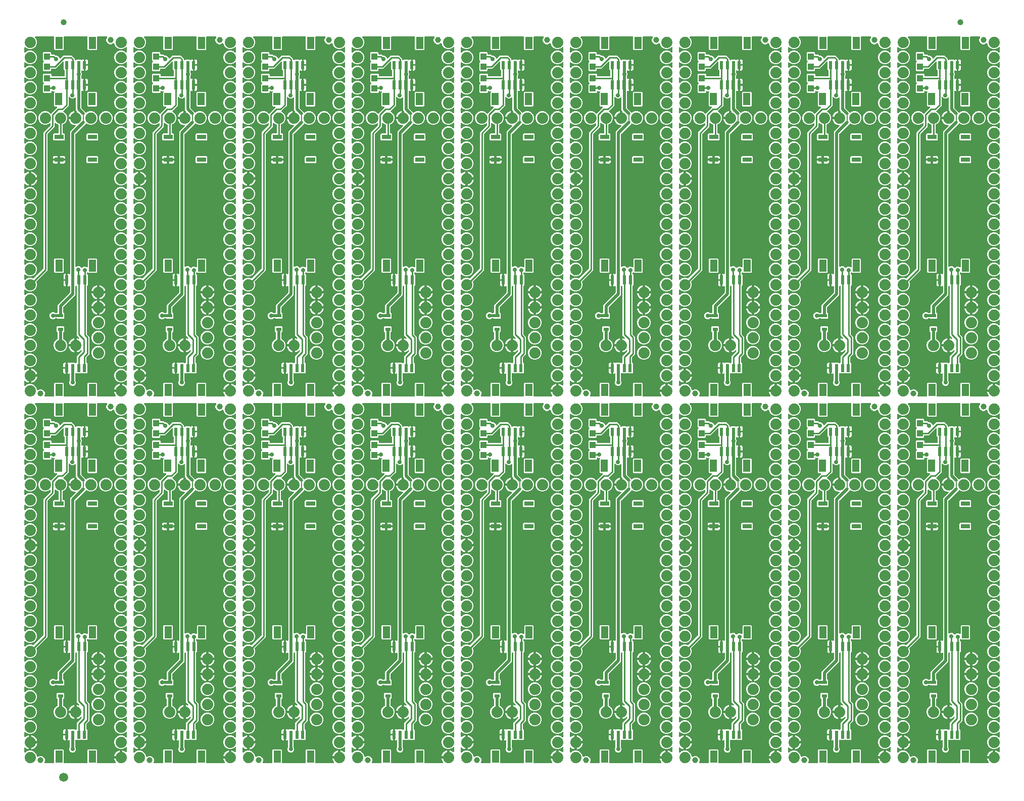
<source format=gtl>
G04 EAGLE Gerber RS-274X export*
G75*
%MOMM*%
%FSLAX34Y34*%
%LPD*%
%INTop Copper*%
%IPPOS*%
%AMOC8*
5,1,8,0,0,1.08239X$1,22.5*%
G01*
%ADD10R,1.200000X2.000000*%
%ADD11R,0.600000X1.350000*%
%ADD12R,0.600000X1.550000*%
%ADD13C,1.000000*%
%ADD14R,1.000000X1.100000*%
%ADD15C,1.879600*%
%ADD16R,0.830000X0.630000*%
%ADD17R,1.524000X0.762000*%
%ADD18C,1.500000*%
%ADD19C,0.736600*%
%ADD20C,0.508000*%
%ADD21C,0.203200*%
%ADD22C,0.254000*%

G36*
X1332070Y617737D02*
X1332070Y617737D01*
X1332128Y617735D01*
X1332210Y617757D01*
X1332294Y617769D01*
X1332347Y617792D01*
X1332403Y617807D01*
X1332476Y617850D01*
X1332553Y617885D01*
X1332598Y617923D01*
X1332648Y617952D01*
X1332706Y618014D01*
X1332770Y618068D01*
X1332802Y618117D01*
X1332842Y618160D01*
X1332881Y618235D01*
X1332928Y618305D01*
X1332945Y618361D01*
X1332972Y618413D01*
X1332983Y618481D01*
X1333013Y618576D01*
X1333016Y618676D01*
X1333027Y618744D01*
X1333027Y639572D01*
X1334218Y640763D01*
X1347902Y640763D01*
X1349093Y639572D01*
X1349093Y618744D01*
X1349101Y618686D01*
X1349099Y618628D01*
X1349121Y618546D01*
X1349133Y618462D01*
X1349156Y618409D01*
X1349171Y618353D01*
X1349214Y618280D01*
X1349249Y618203D01*
X1349287Y618158D01*
X1349316Y618108D01*
X1349378Y618050D01*
X1349432Y617986D01*
X1349481Y617954D01*
X1349524Y617914D01*
X1349599Y617875D01*
X1349669Y617828D01*
X1349725Y617811D01*
X1349777Y617784D01*
X1349845Y617773D01*
X1349940Y617743D01*
X1350040Y617740D01*
X1350108Y617729D01*
X1388012Y617729D01*
X1388070Y617737D01*
X1388128Y617735D01*
X1388210Y617757D01*
X1388294Y617769D01*
X1388347Y617792D01*
X1388403Y617807D01*
X1388476Y617850D01*
X1388553Y617885D01*
X1388598Y617923D01*
X1388648Y617952D01*
X1388706Y618014D01*
X1388770Y618068D01*
X1388802Y618117D01*
X1388842Y618160D01*
X1388881Y618235D01*
X1388928Y618305D01*
X1388945Y618361D01*
X1388972Y618413D01*
X1388983Y618481D01*
X1389013Y618576D01*
X1389016Y618676D01*
X1389027Y618744D01*
X1389027Y639572D01*
X1390218Y640763D01*
X1403902Y640763D01*
X1405093Y639572D01*
X1405093Y618744D01*
X1405101Y618686D01*
X1405099Y618628D01*
X1405121Y618546D01*
X1405133Y618462D01*
X1405156Y618409D01*
X1405171Y618353D01*
X1405214Y618280D01*
X1405249Y618203D01*
X1405287Y618158D01*
X1405316Y618108D01*
X1405378Y618050D01*
X1405432Y617986D01*
X1405481Y617954D01*
X1405524Y617914D01*
X1405599Y617875D01*
X1405669Y617828D01*
X1405725Y617811D01*
X1405777Y617784D01*
X1405845Y617773D01*
X1405940Y617743D01*
X1406040Y617740D01*
X1406108Y617729D01*
X1435576Y617729D01*
X1435605Y617733D01*
X1435635Y617730D01*
X1435746Y617753D01*
X1435858Y617769D01*
X1435885Y617781D01*
X1435913Y617786D01*
X1436014Y617839D01*
X1436117Y617885D01*
X1436140Y617904D01*
X1436166Y617917D01*
X1436248Y617995D01*
X1436334Y618068D01*
X1436351Y618093D01*
X1436372Y618113D01*
X1436429Y618211D01*
X1436492Y618305D01*
X1436501Y618333D01*
X1436516Y618358D01*
X1436543Y618468D01*
X1436578Y618576D01*
X1436578Y618605D01*
X1436586Y618634D01*
X1436582Y618747D01*
X1436585Y618860D01*
X1436578Y618889D01*
X1436577Y618918D01*
X1436542Y619026D01*
X1436513Y619135D01*
X1436498Y619161D01*
X1436489Y619189D01*
X1436443Y619253D01*
X1436368Y619380D01*
X1436322Y619423D01*
X1436294Y619462D01*
X1436154Y619603D01*
X1435049Y621123D01*
X1434196Y622797D01*
X1433615Y624584D01*
X1433494Y625349D01*
X1444244Y625349D01*
X1444302Y625357D01*
X1444360Y625355D01*
X1444442Y625377D01*
X1444525Y625389D01*
X1444579Y625413D01*
X1444635Y625427D01*
X1444708Y625470D01*
X1444785Y625505D01*
X1444829Y625543D01*
X1444880Y625573D01*
X1444937Y625634D01*
X1445002Y625689D01*
X1445034Y625737D01*
X1445074Y625780D01*
X1445113Y625855D01*
X1445159Y625925D01*
X1445177Y625981D01*
X1445204Y626033D01*
X1445215Y626101D01*
X1445245Y626196D01*
X1445248Y626296D01*
X1445259Y626364D01*
X1445259Y627381D01*
X1446276Y627381D01*
X1446334Y627389D01*
X1446392Y627388D01*
X1446474Y627409D01*
X1446557Y627421D01*
X1446611Y627445D01*
X1446667Y627459D01*
X1446740Y627502D01*
X1446817Y627537D01*
X1446862Y627575D01*
X1446912Y627605D01*
X1446970Y627666D01*
X1447034Y627721D01*
X1447066Y627769D01*
X1447106Y627812D01*
X1447145Y627887D01*
X1447191Y627957D01*
X1447209Y628013D01*
X1447236Y628065D01*
X1447247Y628133D01*
X1447277Y628228D01*
X1447280Y628328D01*
X1447291Y628396D01*
X1447291Y639146D01*
X1448056Y639025D01*
X1449843Y638444D01*
X1451517Y637591D01*
X1453037Y636486D01*
X1453178Y636346D01*
X1453202Y636328D01*
X1453221Y636306D01*
X1453315Y636243D01*
X1453405Y636175D01*
X1453433Y636164D01*
X1453457Y636148D01*
X1453565Y636114D01*
X1453671Y636074D01*
X1453700Y636071D01*
X1453728Y636062D01*
X1453841Y636059D01*
X1453954Y636050D01*
X1453983Y636056D01*
X1454012Y636055D01*
X1454122Y636084D01*
X1454233Y636106D01*
X1454259Y636119D01*
X1454287Y636127D01*
X1454385Y636185D01*
X1454485Y636237D01*
X1454507Y636257D01*
X1454532Y636272D01*
X1454609Y636355D01*
X1454691Y636433D01*
X1454706Y636458D01*
X1454726Y636479D01*
X1454778Y636580D01*
X1454835Y636678D01*
X1454842Y636706D01*
X1454856Y636733D01*
X1454869Y636810D01*
X1454905Y636953D01*
X1454903Y637016D01*
X1454911Y637064D01*
X1454911Y643815D01*
X1454907Y643844D01*
X1454910Y643873D01*
X1454887Y643984D01*
X1454871Y644096D01*
X1454859Y644123D01*
X1454854Y644152D01*
X1454801Y644252D01*
X1454755Y644356D01*
X1454736Y644378D01*
X1454723Y644404D01*
X1454645Y644486D01*
X1454572Y644573D01*
X1454547Y644589D01*
X1454527Y644610D01*
X1454429Y644667D01*
X1454335Y644730D01*
X1454307Y644739D01*
X1454282Y644754D01*
X1454172Y644782D01*
X1454064Y644816D01*
X1454034Y644817D01*
X1454006Y644824D01*
X1453893Y644820D01*
X1453780Y644823D01*
X1453751Y644816D01*
X1453722Y644815D01*
X1453614Y644780D01*
X1453505Y644752D01*
X1453479Y644737D01*
X1453451Y644728D01*
X1453387Y644682D01*
X1453260Y644606D01*
X1453217Y644561D01*
X1453178Y644533D01*
X1451735Y643089D01*
X1447534Y641349D01*
X1442986Y641349D01*
X1438785Y643090D01*
X1435570Y646305D01*
X1433829Y650506D01*
X1433829Y655054D01*
X1435570Y659255D01*
X1438785Y662470D01*
X1442986Y664211D01*
X1447534Y664211D01*
X1451735Y662471D01*
X1453178Y661027D01*
X1453202Y661010D01*
X1453221Y660987D01*
X1453315Y660925D01*
X1453405Y660856D01*
X1453433Y660846D01*
X1453457Y660830D01*
X1453565Y660796D01*
X1453671Y660755D01*
X1453700Y660753D01*
X1453728Y660744D01*
X1453842Y660741D01*
X1453954Y660732D01*
X1453983Y660737D01*
X1454012Y660737D01*
X1454122Y660765D01*
X1454233Y660788D01*
X1454259Y660801D01*
X1454287Y660808D01*
X1454385Y660866D01*
X1454485Y660919D01*
X1454507Y660939D01*
X1454532Y660954D01*
X1454609Y661036D01*
X1454691Y661114D01*
X1454706Y661140D01*
X1454726Y661161D01*
X1454778Y661262D01*
X1454835Y661360D01*
X1454842Y661388D01*
X1454856Y661414D01*
X1454869Y661492D01*
X1454905Y661635D01*
X1454903Y661698D01*
X1454911Y661745D01*
X1454911Y669215D01*
X1454907Y669244D01*
X1454910Y669273D01*
X1454887Y669384D01*
X1454871Y669496D01*
X1454859Y669523D01*
X1454854Y669552D01*
X1454801Y669652D01*
X1454755Y669756D01*
X1454736Y669778D01*
X1454723Y669804D01*
X1454645Y669886D01*
X1454572Y669973D01*
X1454547Y669989D01*
X1454527Y670010D01*
X1454429Y670067D01*
X1454335Y670130D01*
X1454307Y670139D01*
X1454282Y670154D01*
X1454172Y670182D01*
X1454064Y670216D01*
X1454034Y670217D01*
X1454006Y670224D01*
X1453893Y670220D01*
X1453780Y670223D01*
X1453751Y670216D01*
X1453722Y670215D01*
X1453614Y670180D01*
X1453505Y670152D01*
X1453479Y670137D01*
X1453451Y670128D01*
X1453387Y670082D01*
X1453260Y670006D01*
X1453217Y669961D01*
X1453178Y669933D01*
X1451735Y668489D01*
X1447534Y666749D01*
X1442986Y666749D01*
X1438785Y668490D01*
X1435570Y671705D01*
X1433829Y675906D01*
X1433829Y680454D01*
X1435570Y684655D01*
X1438785Y687870D01*
X1442986Y689611D01*
X1447534Y689611D01*
X1451735Y687871D01*
X1453178Y686427D01*
X1453202Y686410D01*
X1453221Y686387D01*
X1453315Y686325D01*
X1453405Y686256D01*
X1453433Y686246D01*
X1453457Y686230D01*
X1453565Y686196D01*
X1453671Y686155D01*
X1453700Y686153D01*
X1453728Y686144D01*
X1453842Y686141D01*
X1453954Y686132D01*
X1453983Y686137D01*
X1454012Y686137D01*
X1454122Y686165D01*
X1454233Y686188D01*
X1454259Y686201D01*
X1454287Y686208D01*
X1454385Y686266D01*
X1454485Y686319D01*
X1454507Y686339D01*
X1454532Y686354D01*
X1454609Y686436D01*
X1454691Y686514D01*
X1454706Y686540D01*
X1454726Y686561D01*
X1454778Y686662D01*
X1454835Y686760D01*
X1454842Y686788D01*
X1454856Y686814D01*
X1454869Y686892D01*
X1454905Y687035D01*
X1454903Y687098D01*
X1454911Y687145D01*
X1454911Y694615D01*
X1454907Y694644D01*
X1454910Y694673D01*
X1454887Y694784D01*
X1454871Y694896D01*
X1454859Y694923D01*
X1454854Y694952D01*
X1454801Y695052D01*
X1454755Y695156D01*
X1454736Y695178D01*
X1454723Y695204D01*
X1454645Y695286D01*
X1454572Y695373D01*
X1454547Y695389D01*
X1454527Y695410D01*
X1454429Y695467D01*
X1454335Y695530D01*
X1454307Y695539D01*
X1454282Y695554D01*
X1454172Y695582D01*
X1454064Y695616D01*
X1454034Y695617D01*
X1454006Y695624D01*
X1453893Y695620D01*
X1453780Y695623D01*
X1453751Y695616D01*
X1453722Y695615D01*
X1453614Y695580D01*
X1453505Y695552D01*
X1453479Y695537D01*
X1453451Y695528D01*
X1453387Y695482D01*
X1453260Y695406D01*
X1453217Y695361D01*
X1453178Y695333D01*
X1451735Y693889D01*
X1447534Y692149D01*
X1442986Y692149D01*
X1438785Y693890D01*
X1435570Y697105D01*
X1433829Y701306D01*
X1433829Y705854D01*
X1435570Y710055D01*
X1438785Y713270D01*
X1442986Y715011D01*
X1447534Y715011D01*
X1451735Y713271D01*
X1453178Y711827D01*
X1453202Y711810D01*
X1453221Y711787D01*
X1453315Y711725D01*
X1453405Y711656D01*
X1453433Y711646D01*
X1453457Y711630D01*
X1453565Y711596D01*
X1453671Y711555D01*
X1453700Y711553D01*
X1453728Y711544D01*
X1453842Y711541D01*
X1453954Y711532D01*
X1453983Y711537D01*
X1454012Y711537D01*
X1454122Y711565D01*
X1454233Y711588D01*
X1454259Y711601D01*
X1454287Y711608D01*
X1454385Y711666D01*
X1454485Y711719D01*
X1454507Y711739D01*
X1454532Y711754D01*
X1454609Y711836D01*
X1454691Y711914D01*
X1454706Y711940D01*
X1454726Y711961D01*
X1454778Y712062D01*
X1454835Y712160D01*
X1454842Y712188D01*
X1454856Y712214D01*
X1454869Y712292D01*
X1454905Y712435D01*
X1454903Y712498D01*
X1454911Y712545D01*
X1454911Y720015D01*
X1454907Y720044D01*
X1454910Y720073D01*
X1454887Y720184D01*
X1454871Y720296D01*
X1454859Y720323D01*
X1454854Y720352D01*
X1454801Y720452D01*
X1454755Y720556D01*
X1454736Y720578D01*
X1454723Y720604D01*
X1454645Y720686D01*
X1454572Y720773D01*
X1454547Y720789D01*
X1454527Y720810D01*
X1454429Y720867D01*
X1454335Y720930D01*
X1454307Y720939D01*
X1454282Y720954D01*
X1454172Y720982D01*
X1454064Y721016D01*
X1454034Y721017D01*
X1454006Y721024D01*
X1453893Y721020D01*
X1453780Y721023D01*
X1453751Y721016D01*
X1453722Y721015D01*
X1453614Y720980D01*
X1453505Y720952D01*
X1453479Y720937D01*
X1453451Y720928D01*
X1453387Y720882D01*
X1453260Y720806D01*
X1453217Y720761D01*
X1453178Y720733D01*
X1451735Y719289D01*
X1447534Y717549D01*
X1442986Y717549D01*
X1438785Y719290D01*
X1435570Y722505D01*
X1433829Y726706D01*
X1433829Y731254D01*
X1435570Y735455D01*
X1438785Y738670D01*
X1442986Y740411D01*
X1447534Y740411D01*
X1451735Y738671D01*
X1453178Y737227D01*
X1453202Y737210D01*
X1453221Y737187D01*
X1453315Y737125D01*
X1453405Y737056D01*
X1453433Y737046D01*
X1453457Y737030D01*
X1453565Y736996D01*
X1453671Y736955D01*
X1453700Y736953D01*
X1453728Y736944D01*
X1453842Y736941D01*
X1453954Y736932D01*
X1453983Y736937D01*
X1454012Y736937D01*
X1454122Y736965D01*
X1454233Y736988D01*
X1454259Y737001D01*
X1454287Y737008D01*
X1454385Y737066D01*
X1454485Y737119D01*
X1454507Y737139D01*
X1454532Y737154D01*
X1454609Y737236D01*
X1454691Y737314D01*
X1454706Y737340D01*
X1454726Y737361D01*
X1454778Y737462D01*
X1454835Y737560D01*
X1454842Y737588D01*
X1454856Y737614D01*
X1454869Y737692D01*
X1454905Y737835D01*
X1454903Y737898D01*
X1454911Y737945D01*
X1454911Y745415D01*
X1454907Y745444D01*
X1454910Y745473D01*
X1454887Y745584D01*
X1454871Y745696D01*
X1454859Y745723D01*
X1454854Y745752D01*
X1454801Y745852D01*
X1454755Y745956D01*
X1454736Y745978D01*
X1454723Y746004D01*
X1454645Y746086D01*
X1454572Y746173D01*
X1454547Y746189D01*
X1454527Y746210D01*
X1454429Y746267D01*
X1454335Y746330D01*
X1454307Y746339D01*
X1454282Y746354D01*
X1454172Y746382D01*
X1454064Y746416D01*
X1454034Y746417D01*
X1454006Y746424D01*
X1453893Y746420D01*
X1453780Y746423D01*
X1453751Y746416D01*
X1453722Y746415D01*
X1453614Y746380D01*
X1453505Y746352D01*
X1453479Y746337D01*
X1453451Y746328D01*
X1453387Y746282D01*
X1453260Y746206D01*
X1453217Y746161D01*
X1453178Y746133D01*
X1451735Y744689D01*
X1447534Y742949D01*
X1442986Y742949D01*
X1438785Y744690D01*
X1435570Y747905D01*
X1433829Y752106D01*
X1433829Y756654D01*
X1435570Y760855D01*
X1438785Y764070D01*
X1442986Y765811D01*
X1447534Y765811D01*
X1451735Y764071D01*
X1453178Y762627D01*
X1453202Y762610D01*
X1453221Y762587D01*
X1453315Y762525D01*
X1453405Y762456D01*
X1453433Y762446D01*
X1453457Y762430D01*
X1453565Y762396D01*
X1453671Y762355D01*
X1453700Y762353D01*
X1453728Y762344D01*
X1453842Y762341D01*
X1453954Y762332D01*
X1453983Y762337D01*
X1454012Y762337D01*
X1454122Y762365D01*
X1454233Y762388D01*
X1454259Y762401D01*
X1454287Y762408D01*
X1454385Y762466D01*
X1454485Y762519D01*
X1454507Y762539D01*
X1454532Y762554D01*
X1454609Y762636D01*
X1454691Y762714D01*
X1454706Y762740D01*
X1454726Y762761D01*
X1454778Y762862D01*
X1454835Y762960D01*
X1454842Y762988D01*
X1454856Y763014D01*
X1454869Y763092D01*
X1454905Y763235D01*
X1454903Y763298D01*
X1454911Y763345D01*
X1454911Y770815D01*
X1454907Y770844D01*
X1454910Y770873D01*
X1454887Y770984D01*
X1454871Y771096D01*
X1454859Y771123D01*
X1454854Y771152D01*
X1454801Y771252D01*
X1454755Y771356D01*
X1454736Y771378D01*
X1454723Y771404D01*
X1454645Y771486D01*
X1454572Y771573D01*
X1454547Y771589D01*
X1454527Y771610D01*
X1454429Y771667D01*
X1454335Y771730D01*
X1454307Y771739D01*
X1454282Y771754D01*
X1454172Y771782D01*
X1454064Y771816D01*
X1454034Y771817D01*
X1454006Y771824D01*
X1453893Y771820D01*
X1453780Y771823D01*
X1453751Y771816D01*
X1453722Y771815D01*
X1453614Y771780D01*
X1453505Y771752D01*
X1453479Y771737D01*
X1453451Y771728D01*
X1453387Y771682D01*
X1453260Y771606D01*
X1453217Y771561D01*
X1453178Y771533D01*
X1451735Y770089D01*
X1447534Y768349D01*
X1442986Y768349D01*
X1438785Y770090D01*
X1435570Y773305D01*
X1433829Y777506D01*
X1433829Y782054D01*
X1435570Y786255D01*
X1438785Y789470D01*
X1442986Y791211D01*
X1447534Y791211D01*
X1451735Y789471D01*
X1453178Y788027D01*
X1453202Y788010D01*
X1453221Y787987D01*
X1453315Y787925D01*
X1453405Y787856D01*
X1453433Y787846D01*
X1453457Y787830D01*
X1453565Y787796D01*
X1453671Y787755D01*
X1453700Y787753D01*
X1453728Y787744D01*
X1453842Y787741D01*
X1453954Y787732D01*
X1453983Y787737D01*
X1454012Y787737D01*
X1454122Y787765D01*
X1454233Y787788D01*
X1454259Y787801D01*
X1454287Y787808D01*
X1454385Y787866D01*
X1454485Y787919D01*
X1454507Y787939D01*
X1454532Y787954D01*
X1454609Y788036D01*
X1454691Y788114D01*
X1454706Y788140D01*
X1454726Y788161D01*
X1454778Y788262D01*
X1454835Y788360D01*
X1454842Y788388D01*
X1454856Y788414D01*
X1454869Y788492D01*
X1454905Y788635D01*
X1454903Y788698D01*
X1454911Y788745D01*
X1454911Y796215D01*
X1454907Y796244D01*
X1454910Y796273D01*
X1454887Y796384D01*
X1454871Y796496D01*
X1454859Y796523D01*
X1454854Y796552D01*
X1454801Y796652D01*
X1454755Y796756D01*
X1454736Y796778D01*
X1454723Y796804D01*
X1454645Y796886D01*
X1454572Y796973D01*
X1454547Y796989D01*
X1454527Y797010D01*
X1454429Y797067D01*
X1454335Y797130D01*
X1454307Y797139D01*
X1454282Y797154D01*
X1454172Y797182D01*
X1454064Y797216D01*
X1454034Y797217D01*
X1454006Y797224D01*
X1453893Y797220D01*
X1453780Y797223D01*
X1453751Y797216D01*
X1453722Y797215D01*
X1453614Y797180D01*
X1453505Y797152D01*
X1453479Y797137D01*
X1453451Y797128D01*
X1453387Y797082D01*
X1453260Y797006D01*
X1453217Y796961D01*
X1453178Y796933D01*
X1451735Y795489D01*
X1447534Y793749D01*
X1442986Y793749D01*
X1438785Y795490D01*
X1435570Y798705D01*
X1433829Y802906D01*
X1433829Y807454D01*
X1435570Y811655D01*
X1438785Y814870D01*
X1442986Y816611D01*
X1447534Y816611D01*
X1451735Y814871D01*
X1453178Y813427D01*
X1453202Y813410D01*
X1453221Y813387D01*
X1453315Y813325D01*
X1453405Y813256D01*
X1453433Y813246D01*
X1453457Y813230D01*
X1453565Y813196D01*
X1453671Y813155D01*
X1453700Y813153D01*
X1453728Y813144D01*
X1453842Y813141D01*
X1453954Y813132D01*
X1453983Y813137D01*
X1454012Y813137D01*
X1454122Y813165D01*
X1454233Y813188D01*
X1454259Y813201D01*
X1454287Y813208D01*
X1454385Y813266D01*
X1454485Y813319D01*
X1454507Y813339D01*
X1454532Y813354D01*
X1454609Y813436D01*
X1454691Y813514D01*
X1454706Y813540D01*
X1454726Y813561D01*
X1454778Y813662D01*
X1454835Y813760D01*
X1454842Y813788D01*
X1454856Y813814D01*
X1454869Y813892D01*
X1454905Y814035D01*
X1454903Y814098D01*
X1454911Y814145D01*
X1454911Y821615D01*
X1454907Y821644D01*
X1454910Y821673D01*
X1454887Y821784D01*
X1454871Y821896D01*
X1454859Y821923D01*
X1454854Y821952D01*
X1454801Y822052D01*
X1454755Y822156D01*
X1454736Y822178D01*
X1454723Y822204D01*
X1454645Y822286D01*
X1454572Y822373D01*
X1454547Y822389D01*
X1454527Y822410D01*
X1454429Y822467D01*
X1454335Y822530D01*
X1454307Y822539D01*
X1454282Y822554D01*
X1454172Y822582D01*
X1454064Y822616D01*
X1454034Y822617D01*
X1454006Y822624D01*
X1453893Y822620D01*
X1453780Y822623D01*
X1453751Y822616D01*
X1453722Y822615D01*
X1453614Y822580D01*
X1453505Y822552D01*
X1453479Y822537D01*
X1453451Y822528D01*
X1453387Y822482D01*
X1453260Y822406D01*
X1453217Y822361D01*
X1453178Y822333D01*
X1451735Y820889D01*
X1447534Y819149D01*
X1442986Y819149D01*
X1438785Y820890D01*
X1435570Y824105D01*
X1433829Y828306D01*
X1433829Y832854D01*
X1435570Y837055D01*
X1438785Y840270D01*
X1442986Y842011D01*
X1447534Y842011D01*
X1451735Y840271D01*
X1453178Y838827D01*
X1453202Y838810D01*
X1453221Y838787D01*
X1453315Y838725D01*
X1453405Y838656D01*
X1453433Y838646D01*
X1453457Y838630D01*
X1453565Y838596D01*
X1453671Y838555D01*
X1453700Y838553D01*
X1453728Y838544D01*
X1453842Y838541D01*
X1453954Y838532D01*
X1453983Y838537D01*
X1454012Y838537D01*
X1454122Y838565D01*
X1454233Y838588D01*
X1454259Y838601D01*
X1454287Y838608D01*
X1454385Y838666D01*
X1454485Y838719D01*
X1454507Y838739D01*
X1454532Y838754D01*
X1454609Y838836D01*
X1454691Y838914D01*
X1454706Y838940D01*
X1454726Y838961D01*
X1454778Y839062D01*
X1454835Y839160D01*
X1454842Y839188D01*
X1454856Y839214D01*
X1454869Y839292D01*
X1454905Y839435D01*
X1454903Y839498D01*
X1454911Y839545D01*
X1454911Y847015D01*
X1454907Y847044D01*
X1454910Y847073D01*
X1454887Y847184D01*
X1454871Y847296D01*
X1454859Y847323D01*
X1454854Y847352D01*
X1454801Y847452D01*
X1454755Y847556D01*
X1454736Y847578D01*
X1454723Y847604D01*
X1454645Y847686D01*
X1454572Y847773D01*
X1454547Y847789D01*
X1454527Y847810D01*
X1454429Y847867D01*
X1454335Y847930D01*
X1454307Y847939D01*
X1454282Y847954D01*
X1454172Y847982D01*
X1454064Y848016D01*
X1454034Y848017D01*
X1454006Y848024D01*
X1453893Y848020D01*
X1453780Y848023D01*
X1453751Y848016D01*
X1453722Y848015D01*
X1453614Y847980D01*
X1453505Y847952D01*
X1453479Y847937D01*
X1453451Y847928D01*
X1453387Y847882D01*
X1453260Y847806D01*
X1453217Y847761D01*
X1453178Y847733D01*
X1451735Y846289D01*
X1447534Y844549D01*
X1442986Y844549D01*
X1438785Y846290D01*
X1435570Y849505D01*
X1433829Y853706D01*
X1433829Y858254D01*
X1435570Y862455D01*
X1438785Y865670D01*
X1442986Y867411D01*
X1447534Y867411D01*
X1451735Y865671D01*
X1453178Y864227D01*
X1453202Y864210D01*
X1453221Y864187D01*
X1453315Y864125D01*
X1453405Y864056D01*
X1453433Y864046D01*
X1453457Y864030D01*
X1453565Y863996D01*
X1453671Y863955D01*
X1453700Y863953D01*
X1453728Y863944D01*
X1453842Y863941D01*
X1453954Y863932D01*
X1453983Y863937D01*
X1454012Y863937D01*
X1454122Y863965D01*
X1454233Y863988D01*
X1454259Y864001D01*
X1454287Y864008D01*
X1454385Y864066D01*
X1454485Y864119D01*
X1454507Y864139D01*
X1454532Y864154D01*
X1454609Y864236D01*
X1454691Y864314D01*
X1454706Y864340D01*
X1454726Y864361D01*
X1454778Y864462D01*
X1454835Y864560D01*
X1454842Y864588D01*
X1454856Y864614D01*
X1454869Y864692D01*
X1454905Y864835D01*
X1454903Y864898D01*
X1454911Y864945D01*
X1454911Y872415D01*
X1454907Y872444D01*
X1454910Y872473D01*
X1454887Y872584D01*
X1454871Y872696D01*
X1454859Y872723D01*
X1454854Y872752D01*
X1454801Y872852D01*
X1454755Y872956D01*
X1454736Y872978D01*
X1454723Y873004D01*
X1454645Y873086D01*
X1454572Y873173D01*
X1454547Y873189D01*
X1454527Y873210D01*
X1454429Y873267D01*
X1454335Y873330D01*
X1454307Y873339D01*
X1454282Y873354D01*
X1454172Y873382D01*
X1454064Y873416D01*
X1454034Y873417D01*
X1454006Y873424D01*
X1453893Y873420D01*
X1453780Y873423D01*
X1453751Y873416D01*
X1453722Y873415D01*
X1453614Y873380D01*
X1453505Y873352D01*
X1453479Y873337D01*
X1453451Y873328D01*
X1453387Y873282D01*
X1453260Y873206D01*
X1453217Y873161D01*
X1453178Y873133D01*
X1451735Y871689D01*
X1447534Y869949D01*
X1442986Y869949D01*
X1438785Y871690D01*
X1435570Y874905D01*
X1433829Y879106D01*
X1433829Y883654D01*
X1435570Y887855D01*
X1438785Y891070D01*
X1442986Y892811D01*
X1447534Y892811D01*
X1451735Y891071D01*
X1453178Y889627D01*
X1453202Y889610D01*
X1453221Y889587D01*
X1453315Y889525D01*
X1453405Y889456D01*
X1453433Y889446D01*
X1453457Y889430D01*
X1453565Y889396D01*
X1453671Y889355D01*
X1453700Y889353D01*
X1453728Y889344D01*
X1453842Y889341D01*
X1453954Y889332D01*
X1453983Y889337D01*
X1454012Y889337D01*
X1454122Y889365D01*
X1454233Y889388D01*
X1454259Y889401D01*
X1454287Y889408D01*
X1454385Y889466D01*
X1454485Y889519D01*
X1454507Y889539D01*
X1454532Y889554D01*
X1454609Y889636D01*
X1454691Y889714D01*
X1454706Y889740D01*
X1454726Y889761D01*
X1454778Y889862D01*
X1454835Y889960D01*
X1454842Y889988D01*
X1454856Y890014D01*
X1454869Y890092D01*
X1454905Y890235D01*
X1454903Y890298D01*
X1454911Y890345D01*
X1454911Y897815D01*
X1454907Y897844D01*
X1454910Y897873D01*
X1454887Y897984D01*
X1454871Y898096D01*
X1454859Y898123D01*
X1454854Y898152D01*
X1454801Y898252D01*
X1454755Y898356D01*
X1454736Y898378D01*
X1454723Y898404D01*
X1454645Y898486D01*
X1454572Y898573D01*
X1454547Y898589D01*
X1454527Y898610D01*
X1454429Y898667D01*
X1454335Y898730D01*
X1454307Y898739D01*
X1454282Y898754D01*
X1454172Y898782D01*
X1454064Y898816D01*
X1454034Y898817D01*
X1454006Y898824D01*
X1453893Y898820D01*
X1453780Y898823D01*
X1453751Y898816D01*
X1453722Y898815D01*
X1453614Y898780D01*
X1453505Y898752D01*
X1453479Y898737D01*
X1453451Y898728D01*
X1453387Y898682D01*
X1453260Y898606D01*
X1453217Y898561D01*
X1453178Y898533D01*
X1451735Y897089D01*
X1447534Y895349D01*
X1442986Y895349D01*
X1438785Y897090D01*
X1435570Y900305D01*
X1433829Y904506D01*
X1433829Y909054D01*
X1435570Y913255D01*
X1438785Y916470D01*
X1442986Y918211D01*
X1447534Y918211D01*
X1451735Y916471D01*
X1453178Y915027D01*
X1453202Y915010D01*
X1453221Y914987D01*
X1453315Y914925D01*
X1453405Y914856D01*
X1453433Y914846D01*
X1453457Y914830D01*
X1453565Y914796D01*
X1453671Y914755D01*
X1453700Y914753D01*
X1453728Y914744D01*
X1453842Y914741D01*
X1453954Y914732D01*
X1453983Y914737D01*
X1454012Y914737D01*
X1454122Y914765D01*
X1454233Y914788D01*
X1454259Y914801D01*
X1454287Y914808D01*
X1454385Y914866D01*
X1454485Y914919D01*
X1454507Y914939D01*
X1454532Y914954D01*
X1454609Y915036D01*
X1454691Y915114D01*
X1454706Y915140D01*
X1454726Y915161D01*
X1454778Y915262D01*
X1454835Y915360D01*
X1454842Y915388D01*
X1454856Y915414D01*
X1454869Y915492D01*
X1454905Y915635D01*
X1454903Y915698D01*
X1454911Y915745D01*
X1454911Y923215D01*
X1454907Y923244D01*
X1454910Y923273D01*
X1454887Y923384D01*
X1454871Y923496D01*
X1454859Y923523D01*
X1454854Y923552D01*
X1454801Y923652D01*
X1454755Y923756D01*
X1454736Y923778D01*
X1454723Y923804D01*
X1454645Y923886D01*
X1454572Y923973D01*
X1454547Y923989D01*
X1454527Y924010D01*
X1454429Y924067D01*
X1454335Y924130D01*
X1454307Y924139D01*
X1454282Y924154D01*
X1454172Y924182D01*
X1454064Y924216D01*
X1454034Y924217D01*
X1454006Y924224D01*
X1453893Y924220D01*
X1453780Y924223D01*
X1453751Y924216D01*
X1453722Y924215D01*
X1453614Y924180D01*
X1453505Y924152D01*
X1453479Y924137D01*
X1453451Y924128D01*
X1453387Y924082D01*
X1453260Y924006D01*
X1453217Y923961D01*
X1453178Y923933D01*
X1451735Y922489D01*
X1447534Y920749D01*
X1442986Y920749D01*
X1438785Y922490D01*
X1435570Y925705D01*
X1433829Y929906D01*
X1433829Y934454D01*
X1435570Y938655D01*
X1438785Y941870D01*
X1442986Y943611D01*
X1447534Y943611D01*
X1451735Y941871D01*
X1453178Y940427D01*
X1453202Y940410D01*
X1453221Y940387D01*
X1453315Y940325D01*
X1453405Y940256D01*
X1453433Y940246D01*
X1453457Y940230D01*
X1453565Y940196D01*
X1453671Y940155D01*
X1453700Y940153D01*
X1453728Y940144D01*
X1453842Y940141D01*
X1453954Y940132D01*
X1453983Y940137D01*
X1454012Y940137D01*
X1454122Y940165D01*
X1454233Y940188D01*
X1454259Y940201D01*
X1454287Y940208D01*
X1454385Y940266D01*
X1454485Y940319D01*
X1454507Y940339D01*
X1454532Y940354D01*
X1454609Y940436D01*
X1454691Y940514D01*
X1454706Y940540D01*
X1454726Y940561D01*
X1454778Y940662D01*
X1454835Y940760D01*
X1454842Y940788D01*
X1454856Y940814D01*
X1454869Y940892D01*
X1454905Y941035D01*
X1454903Y941098D01*
X1454911Y941145D01*
X1454911Y948615D01*
X1454907Y948644D01*
X1454910Y948673D01*
X1454887Y948784D01*
X1454871Y948896D01*
X1454859Y948923D01*
X1454854Y948952D01*
X1454801Y949052D01*
X1454755Y949156D01*
X1454736Y949178D01*
X1454723Y949204D01*
X1454645Y949286D01*
X1454572Y949373D01*
X1454547Y949389D01*
X1454527Y949410D01*
X1454429Y949467D01*
X1454335Y949530D01*
X1454307Y949539D01*
X1454282Y949554D01*
X1454172Y949582D01*
X1454064Y949616D01*
X1454034Y949617D01*
X1454006Y949624D01*
X1453893Y949620D01*
X1453780Y949623D01*
X1453751Y949616D01*
X1453722Y949615D01*
X1453614Y949580D01*
X1453505Y949552D01*
X1453479Y949537D01*
X1453451Y949528D01*
X1453387Y949482D01*
X1453260Y949406D01*
X1453217Y949361D01*
X1453178Y949333D01*
X1451735Y947889D01*
X1447534Y946149D01*
X1442986Y946149D01*
X1438785Y947890D01*
X1435570Y951105D01*
X1433829Y955306D01*
X1433829Y959854D01*
X1435570Y964055D01*
X1438785Y967270D01*
X1442986Y969011D01*
X1447534Y969011D01*
X1451735Y967271D01*
X1453178Y965827D01*
X1453202Y965810D01*
X1453221Y965787D01*
X1453315Y965725D01*
X1453405Y965656D01*
X1453433Y965646D01*
X1453457Y965630D01*
X1453565Y965596D01*
X1453671Y965555D01*
X1453700Y965553D01*
X1453728Y965544D01*
X1453842Y965541D01*
X1453954Y965532D01*
X1453983Y965537D01*
X1454012Y965537D01*
X1454122Y965565D01*
X1454233Y965588D01*
X1454259Y965601D01*
X1454287Y965608D01*
X1454385Y965666D01*
X1454485Y965719D01*
X1454507Y965739D01*
X1454532Y965754D01*
X1454609Y965836D01*
X1454691Y965914D01*
X1454706Y965940D01*
X1454726Y965961D01*
X1454778Y966062D01*
X1454835Y966160D01*
X1454842Y966188D01*
X1454856Y966214D01*
X1454869Y966292D01*
X1454905Y966435D01*
X1454903Y966498D01*
X1454911Y966545D01*
X1454911Y974015D01*
X1454907Y974044D01*
X1454910Y974073D01*
X1454887Y974184D01*
X1454871Y974296D01*
X1454859Y974323D01*
X1454854Y974352D01*
X1454801Y974452D01*
X1454755Y974556D01*
X1454736Y974578D01*
X1454723Y974604D01*
X1454645Y974686D01*
X1454572Y974773D01*
X1454547Y974789D01*
X1454527Y974810D01*
X1454429Y974867D01*
X1454335Y974930D01*
X1454307Y974939D01*
X1454282Y974954D01*
X1454172Y974982D01*
X1454064Y975016D01*
X1454034Y975017D01*
X1454006Y975024D01*
X1453893Y975020D01*
X1453780Y975023D01*
X1453751Y975016D01*
X1453722Y975015D01*
X1453614Y974980D01*
X1453505Y974952D01*
X1453479Y974937D01*
X1453451Y974928D01*
X1453387Y974882D01*
X1453260Y974806D01*
X1453217Y974761D01*
X1453178Y974733D01*
X1451735Y973289D01*
X1447534Y971549D01*
X1442986Y971549D01*
X1438785Y973290D01*
X1435570Y976505D01*
X1433829Y980706D01*
X1433829Y985254D01*
X1435570Y989455D01*
X1438785Y992670D01*
X1442986Y994411D01*
X1447534Y994411D01*
X1451735Y992671D01*
X1453178Y991227D01*
X1453202Y991210D01*
X1453221Y991187D01*
X1453315Y991125D01*
X1453405Y991056D01*
X1453433Y991046D01*
X1453457Y991030D01*
X1453565Y990996D01*
X1453671Y990955D01*
X1453700Y990953D01*
X1453728Y990944D01*
X1453842Y990941D01*
X1453954Y990932D01*
X1453983Y990937D01*
X1454012Y990937D01*
X1454122Y990965D01*
X1454233Y990988D01*
X1454259Y991001D01*
X1454287Y991008D01*
X1454385Y991066D01*
X1454485Y991119D01*
X1454507Y991139D01*
X1454532Y991154D01*
X1454609Y991236D01*
X1454691Y991314D01*
X1454706Y991340D01*
X1454726Y991361D01*
X1454778Y991462D01*
X1454835Y991560D01*
X1454842Y991588D01*
X1454856Y991614D01*
X1454869Y991692D01*
X1454905Y991835D01*
X1454903Y991898D01*
X1454911Y991945D01*
X1454911Y999415D01*
X1454907Y999444D01*
X1454910Y999473D01*
X1454887Y999584D01*
X1454871Y999696D01*
X1454859Y999723D01*
X1454854Y999752D01*
X1454801Y999852D01*
X1454755Y999956D01*
X1454736Y999978D01*
X1454723Y1000004D01*
X1454645Y1000086D01*
X1454572Y1000173D01*
X1454547Y1000189D01*
X1454527Y1000210D01*
X1454429Y1000267D01*
X1454335Y1000330D01*
X1454307Y1000339D01*
X1454282Y1000354D01*
X1454172Y1000382D01*
X1454064Y1000416D01*
X1454034Y1000417D01*
X1454006Y1000424D01*
X1453893Y1000420D01*
X1453780Y1000423D01*
X1453751Y1000416D01*
X1453722Y1000415D01*
X1453614Y1000380D01*
X1453505Y1000352D01*
X1453479Y1000337D01*
X1453451Y1000328D01*
X1453387Y1000282D01*
X1453260Y1000206D01*
X1453217Y1000161D01*
X1453178Y1000133D01*
X1451735Y998689D01*
X1447534Y996949D01*
X1442986Y996949D01*
X1438785Y998690D01*
X1435570Y1001905D01*
X1433829Y1006106D01*
X1433829Y1010654D01*
X1435570Y1014855D01*
X1438785Y1018070D01*
X1442986Y1019811D01*
X1447534Y1019811D01*
X1451735Y1018071D01*
X1453178Y1016627D01*
X1453202Y1016610D01*
X1453221Y1016587D01*
X1453315Y1016525D01*
X1453405Y1016456D01*
X1453433Y1016446D01*
X1453457Y1016430D01*
X1453565Y1016396D01*
X1453671Y1016355D01*
X1453700Y1016353D01*
X1453728Y1016344D01*
X1453842Y1016341D01*
X1453954Y1016332D01*
X1453983Y1016337D01*
X1454012Y1016337D01*
X1454122Y1016365D01*
X1454233Y1016388D01*
X1454259Y1016401D01*
X1454287Y1016408D01*
X1454385Y1016466D01*
X1454485Y1016519D01*
X1454507Y1016539D01*
X1454532Y1016554D01*
X1454609Y1016636D01*
X1454691Y1016714D01*
X1454706Y1016740D01*
X1454726Y1016761D01*
X1454778Y1016862D01*
X1454835Y1016960D01*
X1454842Y1016988D01*
X1454856Y1017014D01*
X1454869Y1017092D01*
X1454905Y1017235D01*
X1454903Y1017298D01*
X1454911Y1017345D01*
X1454911Y1024815D01*
X1454907Y1024844D01*
X1454910Y1024873D01*
X1454887Y1024984D01*
X1454871Y1025096D01*
X1454859Y1025123D01*
X1454854Y1025152D01*
X1454801Y1025252D01*
X1454755Y1025356D01*
X1454736Y1025378D01*
X1454723Y1025404D01*
X1454645Y1025486D01*
X1454572Y1025573D01*
X1454547Y1025589D01*
X1454527Y1025610D01*
X1454429Y1025667D01*
X1454335Y1025730D01*
X1454307Y1025739D01*
X1454282Y1025754D01*
X1454172Y1025782D01*
X1454064Y1025816D01*
X1454034Y1025817D01*
X1454006Y1025824D01*
X1453893Y1025820D01*
X1453780Y1025823D01*
X1453751Y1025816D01*
X1453722Y1025815D01*
X1453614Y1025780D01*
X1453505Y1025752D01*
X1453479Y1025737D01*
X1453451Y1025728D01*
X1453387Y1025682D01*
X1453260Y1025606D01*
X1453217Y1025561D01*
X1453178Y1025533D01*
X1451735Y1024089D01*
X1447534Y1022349D01*
X1442986Y1022349D01*
X1438785Y1024090D01*
X1435570Y1027305D01*
X1433829Y1031506D01*
X1433829Y1036054D01*
X1435570Y1040255D01*
X1438785Y1043470D01*
X1442986Y1045211D01*
X1447534Y1045211D01*
X1451735Y1043471D01*
X1453178Y1042027D01*
X1453202Y1042010D01*
X1453221Y1041987D01*
X1453315Y1041925D01*
X1453405Y1041856D01*
X1453433Y1041846D01*
X1453457Y1041830D01*
X1453565Y1041796D01*
X1453671Y1041755D01*
X1453700Y1041753D01*
X1453728Y1041744D01*
X1453842Y1041741D01*
X1453954Y1041732D01*
X1453983Y1041737D01*
X1454012Y1041737D01*
X1454122Y1041765D01*
X1454233Y1041788D01*
X1454259Y1041801D01*
X1454287Y1041808D01*
X1454385Y1041866D01*
X1454485Y1041919D01*
X1454507Y1041939D01*
X1454532Y1041954D01*
X1454609Y1042036D01*
X1454691Y1042114D01*
X1454706Y1042140D01*
X1454726Y1042161D01*
X1454778Y1042262D01*
X1454835Y1042360D01*
X1454842Y1042388D01*
X1454856Y1042414D01*
X1454869Y1042492D01*
X1454905Y1042635D01*
X1454903Y1042698D01*
X1454911Y1042745D01*
X1454911Y1050215D01*
X1454907Y1050244D01*
X1454910Y1050273D01*
X1454887Y1050384D01*
X1454871Y1050496D01*
X1454859Y1050523D01*
X1454854Y1050552D01*
X1454801Y1050652D01*
X1454755Y1050756D01*
X1454736Y1050778D01*
X1454723Y1050804D01*
X1454645Y1050886D01*
X1454572Y1050973D01*
X1454547Y1050989D01*
X1454527Y1051010D01*
X1454429Y1051067D01*
X1454335Y1051130D01*
X1454307Y1051139D01*
X1454282Y1051154D01*
X1454172Y1051182D01*
X1454064Y1051216D01*
X1454034Y1051217D01*
X1454006Y1051224D01*
X1453893Y1051220D01*
X1453780Y1051223D01*
X1453751Y1051216D01*
X1453722Y1051215D01*
X1453614Y1051180D01*
X1453505Y1051152D01*
X1453479Y1051137D01*
X1453451Y1051128D01*
X1453387Y1051082D01*
X1453260Y1051006D01*
X1453217Y1050961D01*
X1453178Y1050933D01*
X1451735Y1049489D01*
X1447534Y1047749D01*
X1442986Y1047749D01*
X1438785Y1049490D01*
X1435570Y1052705D01*
X1433829Y1056906D01*
X1433829Y1061454D01*
X1435570Y1065655D01*
X1438785Y1068870D01*
X1442986Y1070611D01*
X1447534Y1070611D01*
X1451735Y1068871D01*
X1453178Y1067427D01*
X1453202Y1067410D01*
X1453221Y1067387D01*
X1453315Y1067325D01*
X1453405Y1067256D01*
X1453433Y1067246D01*
X1453457Y1067230D01*
X1453565Y1067196D01*
X1453671Y1067155D01*
X1453700Y1067153D01*
X1453728Y1067144D01*
X1453842Y1067141D01*
X1453954Y1067132D01*
X1453983Y1067137D01*
X1454012Y1067137D01*
X1454122Y1067165D01*
X1454233Y1067188D01*
X1454259Y1067201D01*
X1454287Y1067208D01*
X1454385Y1067266D01*
X1454485Y1067319D01*
X1454507Y1067339D01*
X1454532Y1067354D01*
X1454609Y1067436D01*
X1454691Y1067514D01*
X1454706Y1067540D01*
X1454726Y1067561D01*
X1454778Y1067662D01*
X1454835Y1067760D01*
X1454842Y1067788D01*
X1454856Y1067814D01*
X1454869Y1067892D01*
X1454905Y1068035D01*
X1454903Y1068098D01*
X1454911Y1068145D01*
X1454911Y1075615D01*
X1454907Y1075644D01*
X1454910Y1075673D01*
X1454904Y1075701D01*
X1454905Y1075723D01*
X1454886Y1075795D01*
X1454871Y1075896D01*
X1454859Y1075923D01*
X1454854Y1075952D01*
X1454836Y1075986D01*
X1454833Y1075998D01*
X1454809Y1076038D01*
X1454801Y1076052D01*
X1454755Y1076156D01*
X1454736Y1076178D01*
X1454723Y1076204D01*
X1454689Y1076239D01*
X1454688Y1076242D01*
X1454677Y1076252D01*
X1454645Y1076286D01*
X1454572Y1076373D01*
X1454547Y1076389D01*
X1454527Y1076410D01*
X1454429Y1076467D01*
X1454335Y1076530D01*
X1454307Y1076539D01*
X1454282Y1076554D01*
X1454172Y1076582D01*
X1454064Y1076616D01*
X1454034Y1076617D01*
X1454006Y1076624D01*
X1453902Y1076621D01*
X1453896Y1076622D01*
X1453888Y1076622D01*
X1453881Y1076621D01*
X1453780Y1076623D01*
X1453751Y1076616D01*
X1453722Y1076615D01*
X1453630Y1076585D01*
X1453606Y1076582D01*
X1453586Y1076573D01*
X1453505Y1076552D01*
X1453479Y1076537D01*
X1453451Y1076528D01*
X1453395Y1076487D01*
X1453347Y1076466D01*
X1453316Y1076439D01*
X1453260Y1076406D01*
X1453217Y1076361D01*
X1453178Y1076333D01*
X1451735Y1074889D01*
X1447534Y1073149D01*
X1442986Y1073149D01*
X1438785Y1074890D01*
X1435570Y1078105D01*
X1433829Y1082306D01*
X1433829Y1086854D01*
X1435570Y1091055D01*
X1438785Y1094270D01*
X1442986Y1096011D01*
X1447534Y1096011D01*
X1451735Y1094271D01*
X1453178Y1092827D01*
X1453202Y1092810D01*
X1453221Y1092787D01*
X1453315Y1092725D01*
X1453405Y1092656D01*
X1453433Y1092646D01*
X1453457Y1092630D01*
X1453565Y1092596D01*
X1453671Y1092555D01*
X1453700Y1092553D01*
X1453728Y1092544D01*
X1453842Y1092541D01*
X1453954Y1092532D01*
X1453983Y1092537D01*
X1454012Y1092537D01*
X1454122Y1092565D01*
X1454233Y1092588D01*
X1454259Y1092601D01*
X1454287Y1092608D01*
X1454385Y1092666D01*
X1454485Y1092719D01*
X1454507Y1092739D01*
X1454532Y1092754D01*
X1454609Y1092836D01*
X1454691Y1092914D01*
X1454706Y1092940D01*
X1454726Y1092961D01*
X1454778Y1093062D01*
X1454835Y1093160D01*
X1454842Y1093188D01*
X1454856Y1093214D01*
X1454869Y1093292D01*
X1454905Y1093435D01*
X1454903Y1093498D01*
X1454911Y1093545D01*
X1454911Y1101015D01*
X1454907Y1101044D01*
X1454910Y1101073D01*
X1454904Y1101099D01*
X1454905Y1101104D01*
X1454899Y1101124D01*
X1454887Y1101184D01*
X1454871Y1101296D01*
X1454859Y1101323D01*
X1454854Y1101352D01*
X1454801Y1101452D01*
X1454755Y1101556D01*
X1454736Y1101578D01*
X1454723Y1101604D01*
X1454645Y1101686D01*
X1454572Y1101773D01*
X1454547Y1101789D01*
X1454527Y1101810D01*
X1454429Y1101867D01*
X1454335Y1101930D01*
X1454307Y1101939D01*
X1454282Y1101954D01*
X1454172Y1101982D01*
X1454064Y1102016D01*
X1454034Y1102017D01*
X1454006Y1102024D01*
X1453893Y1102020D01*
X1453780Y1102023D01*
X1453751Y1102016D01*
X1453722Y1102015D01*
X1453614Y1101980D01*
X1453505Y1101952D01*
X1453479Y1101937D01*
X1453451Y1101928D01*
X1453387Y1101882D01*
X1453330Y1101848D01*
X1453328Y1101847D01*
X1453327Y1101846D01*
X1453260Y1101806D01*
X1453217Y1101761D01*
X1453178Y1101733D01*
X1451735Y1100289D01*
X1447534Y1098549D01*
X1442986Y1098549D01*
X1438785Y1100290D01*
X1435570Y1103505D01*
X1433829Y1107706D01*
X1433829Y1112254D01*
X1435570Y1116455D01*
X1438785Y1119670D01*
X1442986Y1121411D01*
X1447534Y1121411D01*
X1451735Y1119671D01*
X1453178Y1118227D01*
X1453202Y1118210D01*
X1453221Y1118187D01*
X1453315Y1118125D01*
X1453405Y1118056D01*
X1453433Y1118046D01*
X1453457Y1118030D01*
X1453565Y1117996D01*
X1453671Y1117955D01*
X1453700Y1117953D01*
X1453728Y1117944D01*
X1453842Y1117941D01*
X1453954Y1117932D01*
X1453983Y1117937D01*
X1454012Y1117937D01*
X1454122Y1117965D01*
X1454233Y1117988D01*
X1454259Y1118001D01*
X1454287Y1118008D01*
X1454385Y1118066D01*
X1454485Y1118119D01*
X1454507Y1118139D01*
X1454532Y1118154D01*
X1454609Y1118236D01*
X1454691Y1118314D01*
X1454706Y1118340D01*
X1454726Y1118361D01*
X1454778Y1118462D01*
X1454835Y1118560D01*
X1454842Y1118588D01*
X1454856Y1118614D01*
X1454869Y1118692D01*
X1454905Y1118835D01*
X1454903Y1118898D01*
X1454911Y1118945D01*
X1454911Y1126415D01*
X1454907Y1126444D01*
X1454910Y1126473D01*
X1454887Y1126584D01*
X1454871Y1126696D01*
X1454859Y1126723D01*
X1454854Y1126752D01*
X1454801Y1126852D01*
X1454755Y1126956D01*
X1454736Y1126978D01*
X1454723Y1127004D01*
X1454645Y1127086D01*
X1454572Y1127173D01*
X1454547Y1127189D01*
X1454527Y1127210D01*
X1454429Y1127267D01*
X1454335Y1127330D01*
X1454307Y1127339D01*
X1454282Y1127354D01*
X1454172Y1127382D01*
X1454064Y1127416D01*
X1454034Y1127417D01*
X1454006Y1127424D01*
X1453893Y1127420D01*
X1453780Y1127423D01*
X1453751Y1127416D01*
X1453722Y1127415D01*
X1453614Y1127380D01*
X1453505Y1127352D01*
X1453479Y1127337D01*
X1453451Y1127328D01*
X1453387Y1127282D01*
X1453260Y1127206D01*
X1453217Y1127161D01*
X1453178Y1127133D01*
X1451735Y1125689D01*
X1447534Y1123949D01*
X1442986Y1123949D01*
X1438785Y1125690D01*
X1435570Y1128905D01*
X1433829Y1133106D01*
X1433829Y1137654D01*
X1435570Y1141855D01*
X1438785Y1145070D01*
X1442986Y1146811D01*
X1447534Y1146811D01*
X1451735Y1145071D01*
X1453178Y1143627D01*
X1453202Y1143610D01*
X1453221Y1143587D01*
X1453315Y1143525D01*
X1453405Y1143456D01*
X1453433Y1143446D01*
X1453457Y1143430D01*
X1453565Y1143396D01*
X1453671Y1143355D01*
X1453700Y1143353D01*
X1453728Y1143344D01*
X1453842Y1143341D01*
X1453954Y1143332D01*
X1453983Y1143337D01*
X1454012Y1143337D01*
X1454122Y1143365D01*
X1454233Y1143388D01*
X1454259Y1143401D01*
X1454287Y1143408D01*
X1454385Y1143466D01*
X1454485Y1143519D01*
X1454507Y1143539D01*
X1454532Y1143554D01*
X1454609Y1143636D01*
X1454691Y1143714D01*
X1454706Y1143740D01*
X1454726Y1143761D01*
X1454778Y1143862D01*
X1454835Y1143960D01*
X1454842Y1143988D01*
X1454856Y1144014D01*
X1454869Y1144092D01*
X1454905Y1144235D01*
X1454903Y1144298D01*
X1454911Y1144345D01*
X1454911Y1151815D01*
X1454907Y1151844D01*
X1454910Y1151873D01*
X1454887Y1151984D01*
X1454871Y1152096D01*
X1454859Y1152123D01*
X1454854Y1152152D01*
X1454801Y1152252D01*
X1454755Y1152356D01*
X1454736Y1152378D01*
X1454723Y1152404D01*
X1454645Y1152486D01*
X1454572Y1152573D01*
X1454547Y1152589D01*
X1454527Y1152610D01*
X1454429Y1152667D01*
X1454335Y1152730D01*
X1454307Y1152739D01*
X1454282Y1152754D01*
X1454172Y1152782D01*
X1454064Y1152816D01*
X1454034Y1152817D01*
X1454006Y1152824D01*
X1453893Y1152820D01*
X1453780Y1152823D01*
X1453751Y1152816D01*
X1453722Y1152815D01*
X1453614Y1152780D01*
X1453505Y1152752D01*
X1453479Y1152737D01*
X1453451Y1152728D01*
X1453387Y1152682D01*
X1453260Y1152606D01*
X1453217Y1152561D01*
X1453178Y1152533D01*
X1451735Y1151089D01*
X1447534Y1149349D01*
X1442986Y1149349D01*
X1438785Y1151090D01*
X1435570Y1154305D01*
X1433829Y1158506D01*
X1433829Y1163054D01*
X1435570Y1167255D01*
X1438785Y1170470D01*
X1442986Y1172211D01*
X1447534Y1172211D01*
X1451735Y1170471D01*
X1453178Y1169027D01*
X1453202Y1169010D01*
X1453221Y1168987D01*
X1453315Y1168925D01*
X1453405Y1168856D01*
X1453433Y1168846D01*
X1453457Y1168830D01*
X1453565Y1168796D01*
X1453671Y1168755D01*
X1453700Y1168753D01*
X1453728Y1168744D01*
X1453842Y1168741D01*
X1453954Y1168732D01*
X1453983Y1168737D01*
X1454012Y1168737D01*
X1454122Y1168765D01*
X1454233Y1168788D01*
X1454259Y1168801D01*
X1454287Y1168808D01*
X1454385Y1168866D01*
X1454485Y1168919D01*
X1454507Y1168939D01*
X1454532Y1168954D01*
X1454609Y1169036D01*
X1454691Y1169114D01*
X1454706Y1169140D01*
X1454726Y1169161D01*
X1454778Y1169262D01*
X1454835Y1169360D01*
X1454842Y1169388D01*
X1454856Y1169414D01*
X1454869Y1169492D01*
X1454905Y1169635D01*
X1454903Y1169698D01*
X1454911Y1169745D01*
X1454911Y1177215D01*
X1454907Y1177244D01*
X1454910Y1177273D01*
X1454887Y1177384D01*
X1454871Y1177496D01*
X1454859Y1177523D01*
X1454854Y1177552D01*
X1454801Y1177652D01*
X1454755Y1177756D01*
X1454736Y1177778D01*
X1454723Y1177804D01*
X1454645Y1177886D01*
X1454572Y1177973D01*
X1454547Y1177989D01*
X1454527Y1178010D01*
X1454429Y1178067D01*
X1454335Y1178130D01*
X1454307Y1178139D01*
X1454282Y1178154D01*
X1454172Y1178182D01*
X1454064Y1178216D01*
X1454034Y1178217D01*
X1454006Y1178224D01*
X1453893Y1178220D01*
X1453780Y1178223D01*
X1453751Y1178216D01*
X1453722Y1178215D01*
X1453614Y1178180D01*
X1453505Y1178152D01*
X1453479Y1178137D01*
X1453451Y1178128D01*
X1453387Y1178082D01*
X1453260Y1178006D01*
X1453217Y1177961D01*
X1453178Y1177933D01*
X1451735Y1176489D01*
X1447534Y1174749D01*
X1442986Y1174749D01*
X1438785Y1176490D01*
X1435570Y1179705D01*
X1433829Y1183906D01*
X1433829Y1188454D01*
X1435570Y1192655D01*
X1438785Y1195870D01*
X1442986Y1197611D01*
X1447534Y1197611D01*
X1451735Y1195871D01*
X1453178Y1194427D01*
X1453202Y1194410D01*
X1453221Y1194387D01*
X1453315Y1194325D01*
X1453405Y1194256D01*
X1453433Y1194246D01*
X1453457Y1194230D01*
X1453565Y1194196D01*
X1453671Y1194155D01*
X1453700Y1194153D01*
X1453728Y1194144D01*
X1453842Y1194141D01*
X1453954Y1194132D01*
X1453983Y1194137D01*
X1454012Y1194137D01*
X1454122Y1194165D01*
X1454233Y1194188D01*
X1454259Y1194201D01*
X1454287Y1194208D01*
X1454385Y1194266D01*
X1454485Y1194319D01*
X1454507Y1194339D01*
X1454532Y1194354D01*
X1454609Y1194436D01*
X1454691Y1194514D01*
X1454706Y1194540D01*
X1454726Y1194561D01*
X1454778Y1194662D01*
X1454835Y1194760D01*
X1454842Y1194788D01*
X1454856Y1194814D01*
X1454869Y1194892D01*
X1454905Y1195035D01*
X1454903Y1195098D01*
X1454911Y1195145D01*
X1454911Y1202615D01*
X1454907Y1202644D01*
X1454910Y1202673D01*
X1454887Y1202784D01*
X1454871Y1202896D01*
X1454859Y1202923D01*
X1454854Y1202952D01*
X1454801Y1203052D01*
X1454755Y1203156D01*
X1454736Y1203178D01*
X1454723Y1203204D01*
X1454645Y1203286D01*
X1454572Y1203373D01*
X1454547Y1203389D01*
X1454527Y1203410D01*
X1454429Y1203467D01*
X1454335Y1203530D01*
X1454307Y1203539D01*
X1454282Y1203554D01*
X1454172Y1203582D01*
X1454064Y1203616D01*
X1454034Y1203617D01*
X1454006Y1203624D01*
X1453893Y1203620D01*
X1453780Y1203623D01*
X1453751Y1203616D01*
X1453722Y1203615D01*
X1453614Y1203580D01*
X1453505Y1203552D01*
X1453479Y1203537D01*
X1453451Y1203528D01*
X1453387Y1203482D01*
X1453260Y1203406D01*
X1453217Y1203361D01*
X1453178Y1203333D01*
X1451735Y1201889D01*
X1447534Y1200149D01*
X1442986Y1200149D01*
X1438785Y1201890D01*
X1435570Y1205105D01*
X1433757Y1209482D01*
X1433698Y1209580D01*
X1433645Y1209682D01*
X1433626Y1209703D01*
X1433612Y1209726D01*
X1433529Y1209805D01*
X1433450Y1209889D01*
X1433426Y1209903D01*
X1433405Y1209922D01*
X1433303Y1209974D01*
X1433204Y1210032D01*
X1433177Y1210039D01*
X1433153Y1210052D01*
X1433040Y1210074D01*
X1432929Y1210102D01*
X1432901Y1210101D01*
X1432874Y1210107D01*
X1432759Y1210097D01*
X1432645Y1210093D01*
X1432618Y1210085D01*
X1432591Y1210082D01*
X1432484Y1210041D01*
X1432374Y1210006D01*
X1432354Y1209991D01*
X1432325Y1209980D01*
X1432113Y1209820D01*
X1432101Y1209811D01*
X1431464Y1209174D01*
X1428879Y1208103D01*
X1426081Y1208103D01*
X1423496Y1209174D01*
X1421518Y1211152D01*
X1420447Y1213737D01*
X1420447Y1216535D01*
X1421518Y1219120D01*
X1421896Y1219498D01*
X1421914Y1219522D01*
X1421936Y1219541D01*
X1421999Y1219635D01*
X1422067Y1219725D01*
X1422078Y1219753D01*
X1422094Y1219777D01*
X1422128Y1219885D01*
X1422168Y1219991D01*
X1422171Y1220020D01*
X1422180Y1220048D01*
X1422183Y1220161D01*
X1422192Y1220274D01*
X1422186Y1220303D01*
X1422187Y1220332D01*
X1422158Y1220442D01*
X1422136Y1220553D01*
X1422123Y1220579D01*
X1422115Y1220607D01*
X1422057Y1220705D01*
X1422005Y1220805D01*
X1421985Y1220827D01*
X1421970Y1220852D01*
X1421887Y1220929D01*
X1421809Y1221011D01*
X1421784Y1221026D01*
X1421763Y1221046D01*
X1421662Y1221098D01*
X1421564Y1221155D01*
X1421536Y1221162D01*
X1421510Y1221176D01*
X1421432Y1221189D01*
X1421289Y1221225D01*
X1421226Y1221223D01*
X1421178Y1221231D01*
X1406108Y1221231D01*
X1406050Y1221223D01*
X1405992Y1221225D01*
X1405910Y1221203D01*
X1405826Y1221191D01*
X1405773Y1221168D01*
X1405717Y1221153D01*
X1405644Y1221110D01*
X1405567Y1221075D01*
X1405522Y1221037D01*
X1405472Y1221008D01*
X1405414Y1220946D01*
X1405350Y1220892D01*
X1405318Y1220843D01*
X1405278Y1220800D01*
X1405239Y1220725D01*
X1405192Y1220655D01*
X1405175Y1220599D01*
X1405148Y1220547D01*
X1405137Y1220479D01*
X1405107Y1220384D01*
X1405104Y1220284D01*
X1405093Y1220216D01*
X1405093Y1199388D01*
X1403902Y1198197D01*
X1390218Y1198197D01*
X1389027Y1199388D01*
X1389027Y1220216D01*
X1389019Y1220274D01*
X1389021Y1220332D01*
X1388999Y1220414D01*
X1388987Y1220498D01*
X1388964Y1220551D01*
X1388949Y1220607D01*
X1388906Y1220680D01*
X1388871Y1220757D01*
X1388833Y1220802D01*
X1388804Y1220852D01*
X1388742Y1220910D01*
X1388688Y1220974D01*
X1388639Y1221006D01*
X1388596Y1221046D01*
X1388521Y1221085D01*
X1388451Y1221132D01*
X1388395Y1221149D01*
X1388343Y1221176D01*
X1388275Y1221187D01*
X1388180Y1221217D01*
X1388080Y1221220D01*
X1388012Y1221231D01*
X1350108Y1221231D01*
X1350050Y1221223D01*
X1349992Y1221225D01*
X1349910Y1221203D01*
X1349826Y1221191D01*
X1349773Y1221168D01*
X1349717Y1221153D01*
X1349644Y1221110D01*
X1349567Y1221075D01*
X1349522Y1221037D01*
X1349472Y1221008D01*
X1349414Y1220946D01*
X1349350Y1220892D01*
X1349318Y1220843D01*
X1349278Y1220800D01*
X1349239Y1220725D01*
X1349192Y1220655D01*
X1349175Y1220599D01*
X1349148Y1220547D01*
X1349137Y1220479D01*
X1349107Y1220384D01*
X1349104Y1220284D01*
X1349093Y1220216D01*
X1349093Y1199388D01*
X1347902Y1198197D01*
X1334218Y1198197D01*
X1333027Y1199388D01*
X1333027Y1220216D01*
X1333019Y1220274D01*
X1333021Y1220332D01*
X1332999Y1220414D01*
X1332987Y1220498D01*
X1332964Y1220551D01*
X1332949Y1220607D01*
X1332906Y1220680D01*
X1332871Y1220757D01*
X1332833Y1220802D01*
X1332804Y1220852D01*
X1332742Y1220910D01*
X1332688Y1220974D01*
X1332639Y1221006D01*
X1332596Y1221046D01*
X1332521Y1221085D01*
X1332451Y1221132D01*
X1332395Y1221149D01*
X1332343Y1221176D01*
X1332275Y1221187D01*
X1332180Y1221217D01*
X1332080Y1221220D01*
X1332012Y1221231D01*
X1301825Y1221231D01*
X1301796Y1221227D01*
X1301767Y1221230D01*
X1301656Y1221207D01*
X1301544Y1221191D01*
X1301517Y1221179D01*
X1301488Y1221174D01*
X1301388Y1221121D01*
X1301284Y1221075D01*
X1301262Y1221056D01*
X1301236Y1221043D01*
X1301154Y1220965D01*
X1301067Y1220892D01*
X1301051Y1220867D01*
X1301030Y1220847D01*
X1300973Y1220749D01*
X1300910Y1220655D01*
X1300901Y1220627D01*
X1300886Y1220602D01*
X1300858Y1220492D01*
X1300824Y1220384D01*
X1300823Y1220354D01*
X1300816Y1220326D01*
X1300820Y1220213D01*
X1300817Y1220100D01*
X1300824Y1220071D01*
X1300825Y1220042D01*
X1300860Y1219934D01*
X1300888Y1219825D01*
X1300903Y1219799D01*
X1300912Y1219771D01*
X1300958Y1219707D01*
X1301034Y1219580D01*
X1301079Y1219537D01*
X1301107Y1219498D01*
X1302551Y1218055D01*
X1304291Y1213854D01*
X1304291Y1209306D01*
X1302550Y1205105D01*
X1299335Y1201890D01*
X1295134Y1200149D01*
X1290586Y1200149D01*
X1286385Y1201889D01*
X1284942Y1203333D01*
X1284918Y1203350D01*
X1284899Y1203373D01*
X1284805Y1203435D01*
X1284715Y1203504D01*
X1284687Y1203514D01*
X1284663Y1203530D01*
X1284555Y1203564D01*
X1284449Y1203605D01*
X1284420Y1203607D01*
X1284392Y1203616D01*
X1284278Y1203619D01*
X1284166Y1203628D01*
X1284137Y1203623D01*
X1284108Y1203623D01*
X1283998Y1203595D01*
X1283887Y1203572D01*
X1283861Y1203559D01*
X1283833Y1203552D01*
X1283735Y1203494D01*
X1283635Y1203441D01*
X1283613Y1203421D01*
X1283588Y1203406D01*
X1283511Y1203324D01*
X1283429Y1203246D01*
X1283414Y1203220D01*
X1283394Y1203199D01*
X1283342Y1203098D01*
X1283285Y1203000D01*
X1283278Y1202972D01*
X1283264Y1202946D01*
X1283251Y1202868D01*
X1283215Y1202725D01*
X1283217Y1202662D01*
X1283209Y1202615D01*
X1283209Y1195145D01*
X1283213Y1195116D01*
X1283210Y1195087D01*
X1283233Y1194976D01*
X1283249Y1194864D01*
X1283261Y1194837D01*
X1283266Y1194808D01*
X1283319Y1194708D01*
X1283365Y1194604D01*
X1283384Y1194582D01*
X1283397Y1194556D01*
X1283475Y1194474D01*
X1283548Y1194387D01*
X1283573Y1194371D01*
X1283593Y1194350D01*
X1283691Y1194293D01*
X1283785Y1194230D01*
X1283813Y1194221D01*
X1283838Y1194206D01*
X1283948Y1194178D01*
X1284056Y1194144D01*
X1284086Y1194143D01*
X1284114Y1194136D01*
X1284227Y1194140D01*
X1284340Y1194137D01*
X1284369Y1194144D01*
X1284398Y1194145D01*
X1284506Y1194180D01*
X1284615Y1194208D01*
X1284641Y1194223D01*
X1284669Y1194232D01*
X1284733Y1194278D01*
X1284860Y1194354D01*
X1284903Y1194399D01*
X1284942Y1194427D01*
X1286385Y1195871D01*
X1290586Y1197611D01*
X1295134Y1197611D01*
X1299335Y1195870D01*
X1302550Y1192655D01*
X1304291Y1188454D01*
X1304291Y1183906D01*
X1302550Y1179705D01*
X1299335Y1176490D01*
X1295134Y1174749D01*
X1290586Y1174749D01*
X1286385Y1176489D01*
X1284942Y1177933D01*
X1284918Y1177950D01*
X1284899Y1177973D01*
X1284805Y1178035D01*
X1284715Y1178104D01*
X1284687Y1178114D01*
X1284663Y1178130D01*
X1284555Y1178164D01*
X1284449Y1178205D01*
X1284420Y1178207D01*
X1284392Y1178216D01*
X1284278Y1178219D01*
X1284166Y1178228D01*
X1284137Y1178223D01*
X1284108Y1178223D01*
X1283998Y1178195D01*
X1283887Y1178172D01*
X1283861Y1178159D01*
X1283833Y1178152D01*
X1283735Y1178094D01*
X1283635Y1178041D01*
X1283613Y1178021D01*
X1283588Y1178006D01*
X1283511Y1177924D01*
X1283429Y1177846D01*
X1283414Y1177820D01*
X1283394Y1177799D01*
X1283342Y1177698D01*
X1283285Y1177600D01*
X1283278Y1177572D01*
X1283264Y1177546D01*
X1283251Y1177468D01*
X1283215Y1177325D01*
X1283217Y1177262D01*
X1283209Y1177215D01*
X1283209Y1169745D01*
X1283213Y1169716D01*
X1283210Y1169687D01*
X1283233Y1169576D01*
X1283249Y1169464D01*
X1283261Y1169437D01*
X1283266Y1169408D01*
X1283319Y1169308D01*
X1283365Y1169204D01*
X1283384Y1169182D01*
X1283397Y1169156D01*
X1283475Y1169074D01*
X1283548Y1168987D01*
X1283573Y1168971D01*
X1283593Y1168950D01*
X1283691Y1168893D01*
X1283785Y1168830D01*
X1283813Y1168821D01*
X1283838Y1168806D01*
X1283948Y1168778D01*
X1284056Y1168744D01*
X1284086Y1168743D01*
X1284114Y1168736D01*
X1284227Y1168740D01*
X1284340Y1168737D01*
X1284369Y1168744D01*
X1284398Y1168745D01*
X1284506Y1168780D01*
X1284615Y1168808D01*
X1284641Y1168823D01*
X1284669Y1168832D01*
X1284733Y1168878D01*
X1284860Y1168954D01*
X1284903Y1168999D01*
X1284942Y1169027D01*
X1286385Y1170471D01*
X1290586Y1172211D01*
X1295134Y1172211D01*
X1299335Y1170470D01*
X1302550Y1167255D01*
X1304291Y1163054D01*
X1304291Y1158506D01*
X1302550Y1154305D01*
X1299335Y1151090D01*
X1295134Y1149349D01*
X1290586Y1149349D01*
X1286385Y1151089D01*
X1284942Y1152533D01*
X1284918Y1152550D01*
X1284899Y1152573D01*
X1284805Y1152635D01*
X1284715Y1152704D01*
X1284687Y1152714D01*
X1284663Y1152730D01*
X1284555Y1152764D01*
X1284449Y1152805D01*
X1284420Y1152807D01*
X1284392Y1152816D01*
X1284278Y1152819D01*
X1284166Y1152828D01*
X1284137Y1152823D01*
X1284108Y1152823D01*
X1283998Y1152795D01*
X1283887Y1152772D01*
X1283861Y1152759D01*
X1283833Y1152752D01*
X1283735Y1152694D01*
X1283635Y1152641D01*
X1283613Y1152621D01*
X1283588Y1152606D01*
X1283511Y1152524D01*
X1283429Y1152446D01*
X1283414Y1152420D01*
X1283394Y1152399D01*
X1283342Y1152298D01*
X1283285Y1152200D01*
X1283278Y1152172D01*
X1283264Y1152146D01*
X1283251Y1152068D01*
X1283215Y1151925D01*
X1283217Y1151862D01*
X1283209Y1151815D01*
X1283209Y1144345D01*
X1283213Y1144316D01*
X1283210Y1144287D01*
X1283233Y1144176D01*
X1283249Y1144064D01*
X1283261Y1144037D01*
X1283266Y1144008D01*
X1283319Y1143908D01*
X1283365Y1143804D01*
X1283384Y1143782D01*
X1283397Y1143756D01*
X1283475Y1143674D01*
X1283548Y1143587D01*
X1283573Y1143571D01*
X1283593Y1143550D01*
X1283691Y1143493D01*
X1283785Y1143430D01*
X1283813Y1143421D01*
X1283838Y1143406D01*
X1283948Y1143378D01*
X1284056Y1143344D01*
X1284086Y1143343D01*
X1284114Y1143336D01*
X1284227Y1143340D01*
X1284340Y1143337D01*
X1284369Y1143344D01*
X1284398Y1143345D01*
X1284506Y1143380D01*
X1284615Y1143408D01*
X1284641Y1143423D01*
X1284669Y1143432D01*
X1284733Y1143478D01*
X1284860Y1143554D01*
X1284903Y1143599D01*
X1284942Y1143627D01*
X1286385Y1145071D01*
X1290586Y1146811D01*
X1295134Y1146811D01*
X1299335Y1145070D01*
X1302550Y1141855D01*
X1304291Y1137654D01*
X1304291Y1133106D01*
X1302550Y1128905D01*
X1299335Y1125690D01*
X1295134Y1123949D01*
X1290586Y1123949D01*
X1286385Y1125689D01*
X1284942Y1127133D01*
X1284918Y1127150D01*
X1284899Y1127173D01*
X1284805Y1127235D01*
X1284715Y1127304D01*
X1284687Y1127314D01*
X1284663Y1127330D01*
X1284555Y1127364D01*
X1284449Y1127405D01*
X1284420Y1127407D01*
X1284392Y1127416D01*
X1284278Y1127419D01*
X1284166Y1127428D01*
X1284137Y1127423D01*
X1284108Y1127423D01*
X1283998Y1127395D01*
X1283887Y1127372D01*
X1283861Y1127359D01*
X1283833Y1127352D01*
X1283735Y1127294D01*
X1283635Y1127241D01*
X1283613Y1127221D01*
X1283588Y1127206D01*
X1283511Y1127124D01*
X1283429Y1127046D01*
X1283414Y1127020D01*
X1283394Y1126999D01*
X1283342Y1126898D01*
X1283285Y1126800D01*
X1283278Y1126772D01*
X1283264Y1126746D01*
X1283251Y1126668D01*
X1283215Y1126525D01*
X1283217Y1126462D01*
X1283209Y1126415D01*
X1283209Y1118945D01*
X1283213Y1118916D01*
X1283210Y1118887D01*
X1283233Y1118776D01*
X1283249Y1118664D01*
X1283261Y1118637D01*
X1283266Y1118608D01*
X1283319Y1118508D01*
X1283365Y1118404D01*
X1283384Y1118382D01*
X1283397Y1118356D01*
X1283475Y1118274D01*
X1283548Y1118187D01*
X1283573Y1118171D01*
X1283593Y1118150D01*
X1283691Y1118093D01*
X1283785Y1118030D01*
X1283813Y1118021D01*
X1283838Y1118006D01*
X1283948Y1117978D01*
X1284056Y1117944D01*
X1284086Y1117943D01*
X1284114Y1117936D01*
X1284227Y1117940D01*
X1284340Y1117937D01*
X1284369Y1117944D01*
X1284398Y1117945D01*
X1284506Y1117980D01*
X1284615Y1118008D01*
X1284641Y1118023D01*
X1284669Y1118032D01*
X1284733Y1118078D01*
X1284860Y1118154D01*
X1284903Y1118199D01*
X1284942Y1118227D01*
X1286385Y1119671D01*
X1290586Y1121411D01*
X1295134Y1121411D01*
X1299335Y1119670D01*
X1302550Y1116455D01*
X1304291Y1112254D01*
X1304291Y1107706D01*
X1302550Y1103505D01*
X1299335Y1100290D01*
X1295134Y1098549D01*
X1290586Y1098549D01*
X1286385Y1100289D01*
X1284942Y1101733D01*
X1284918Y1101750D01*
X1284899Y1101773D01*
X1284845Y1101809D01*
X1284835Y1101818D01*
X1284819Y1101827D01*
X1284805Y1101835D01*
X1284715Y1101904D01*
X1284687Y1101914D01*
X1284663Y1101930D01*
X1284555Y1101964D01*
X1284449Y1102005D01*
X1284420Y1102007D01*
X1284392Y1102016D01*
X1284278Y1102019D01*
X1284166Y1102028D01*
X1284137Y1102023D01*
X1284108Y1102023D01*
X1283998Y1101995D01*
X1283887Y1101972D01*
X1283861Y1101959D01*
X1283833Y1101952D01*
X1283735Y1101894D01*
X1283635Y1101841D01*
X1283613Y1101821D01*
X1283588Y1101806D01*
X1283511Y1101724D01*
X1283429Y1101646D01*
X1283414Y1101620D01*
X1283394Y1101599D01*
X1283342Y1101498D01*
X1283285Y1101400D01*
X1283278Y1101372D01*
X1283264Y1101346D01*
X1283251Y1101268D01*
X1283215Y1101125D01*
X1283217Y1101062D01*
X1283209Y1101015D01*
X1283209Y1093545D01*
X1283213Y1093516D01*
X1283210Y1093487D01*
X1283233Y1093376D01*
X1283249Y1093264D01*
X1283261Y1093237D01*
X1283266Y1093208D01*
X1283319Y1093108D01*
X1283365Y1093004D01*
X1283384Y1092982D01*
X1283397Y1092956D01*
X1283475Y1092874D01*
X1283548Y1092787D01*
X1283573Y1092771D01*
X1283593Y1092750D01*
X1283691Y1092693D01*
X1283785Y1092630D01*
X1283813Y1092621D01*
X1283838Y1092606D01*
X1283948Y1092578D01*
X1284056Y1092544D01*
X1284086Y1092543D01*
X1284114Y1092536D01*
X1284227Y1092540D01*
X1284340Y1092537D01*
X1284369Y1092544D01*
X1284398Y1092545D01*
X1284506Y1092580D01*
X1284615Y1092608D01*
X1284641Y1092623D01*
X1284669Y1092632D01*
X1284733Y1092678D01*
X1284860Y1092754D01*
X1284903Y1092799D01*
X1284942Y1092827D01*
X1286385Y1094271D01*
X1290586Y1096011D01*
X1295134Y1096011D01*
X1299335Y1094270D01*
X1302550Y1091055D01*
X1304291Y1086854D01*
X1304291Y1082306D01*
X1302550Y1078105D01*
X1299335Y1074890D01*
X1295134Y1073149D01*
X1290586Y1073149D01*
X1286385Y1074889D01*
X1284942Y1076333D01*
X1284918Y1076350D01*
X1284899Y1076373D01*
X1284849Y1076406D01*
X1284816Y1076437D01*
X1284776Y1076458D01*
X1284715Y1076504D01*
X1284687Y1076514D01*
X1284663Y1076530D01*
X1284586Y1076555D01*
X1284563Y1076566D01*
X1284540Y1076570D01*
X1284449Y1076605D01*
X1284420Y1076607D01*
X1284392Y1076616D01*
X1284278Y1076619D01*
X1284166Y1076628D01*
X1284137Y1076623D01*
X1284108Y1076623D01*
X1283998Y1076595D01*
X1283887Y1076572D01*
X1283861Y1076559D01*
X1283833Y1076552D01*
X1283735Y1076494D01*
X1283635Y1076441D01*
X1283613Y1076421D01*
X1283588Y1076406D01*
X1283511Y1076324D01*
X1283472Y1076287D01*
X1283466Y1076282D01*
X1283465Y1076280D01*
X1283429Y1076246D01*
X1283414Y1076220D01*
X1283394Y1076199D01*
X1283342Y1076098D01*
X1283331Y1076079D01*
X1283308Y1076045D01*
X1283305Y1076035D01*
X1283285Y1076000D01*
X1283278Y1075972D01*
X1283264Y1075946D01*
X1283251Y1075868D01*
X1283246Y1075849D01*
X1283223Y1075774D01*
X1283222Y1075754D01*
X1283215Y1075725D01*
X1283217Y1075662D01*
X1283209Y1075615D01*
X1283209Y1068145D01*
X1283213Y1068116D01*
X1283210Y1068087D01*
X1283233Y1067976D01*
X1283249Y1067864D01*
X1283261Y1067837D01*
X1283266Y1067808D01*
X1283319Y1067708D01*
X1283365Y1067604D01*
X1283384Y1067582D01*
X1283397Y1067556D01*
X1283475Y1067474D01*
X1283548Y1067387D01*
X1283573Y1067371D01*
X1283593Y1067350D01*
X1283691Y1067293D01*
X1283785Y1067230D01*
X1283813Y1067221D01*
X1283838Y1067206D01*
X1283948Y1067178D01*
X1284056Y1067144D01*
X1284086Y1067143D01*
X1284114Y1067136D01*
X1284227Y1067140D01*
X1284340Y1067137D01*
X1284369Y1067144D01*
X1284398Y1067145D01*
X1284506Y1067180D01*
X1284615Y1067208D01*
X1284641Y1067223D01*
X1284669Y1067232D01*
X1284733Y1067278D01*
X1284860Y1067354D01*
X1284903Y1067399D01*
X1284942Y1067427D01*
X1286385Y1068871D01*
X1290586Y1070611D01*
X1295134Y1070611D01*
X1299335Y1068870D01*
X1302550Y1065655D01*
X1304291Y1061454D01*
X1304291Y1056906D01*
X1302550Y1052705D01*
X1299335Y1049490D01*
X1295134Y1047749D01*
X1290586Y1047749D01*
X1286385Y1049489D01*
X1284942Y1050933D01*
X1284918Y1050950D01*
X1284899Y1050973D01*
X1284805Y1051035D01*
X1284715Y1051104D01*
X1284687Y1051114D01*
X1284663Y1051130D01*
X1284555Y1051164D01*
X1284449Y1051205D01*
X1284420Y1051207D01*
X1284392Y1051216D01*
X1284278Y1051219D01*
X1284166Y1051228D01*
X1284137Y1051223D01*
X1284108Y1051223D01*
X1283998Y1051195D01*
X1283887Y1051172D01*
X1283861Y1051159D01*
X1283833Y1051152D01*
X1283735Y1051094D01*
X1283635Y1051041D01*
X1283613Y1051021D01*
X1283588Y1051006D01*
X1283511Y1050924D01*
X1283429Y1050846D01*
X1283414Y1050820D01*
X1283394Y1050799D01*
X1283342Y1050698D01*
X1283285Y1050600D01*
X1283278Y1050572D01*
X1283264Y1050546D01*
X1283251Y1050468D01*
X1283215Y1050325D01*
X1283217Y1050262D01*
X1283209Y1050215D01*
X1283209Y1042745D01*
X1283213Y1042716D01*
X1283210Y1042687D01*
X1283233Y1042576D01*
X1283249Y1042464D01*
X1283261Y1042437D01*
X1283266Y1042408D01*
X1283319Y1042308D01*
X1283365Y1042204D01*
X1283384Y1042182D01*
X1283397Y1042156D01*
X1283475Y1042074D01*
X1283548Y1041987D01*
X1283573Y1041971D01*
X1283593Y1041950D01*
X1283691Y1041893D01*
X1283785Y1041830D01*
X1283813Y1041821D01*
X1283838Y1041806D01*
X1283948Y1041778D01*
X1284056Y1041744D01*
X1284086Y1041743D01*
X1284114Y1041736D01*
X1284227Y1041740D01*
X1284340Y1041737D01*
X1284369Y1041744D01*
X1284398Y1041745D01*
X1284506Y1041780D01*
X1284615Y1041808D01*
X1284641Y1041823D01*
X1284669Y1041832D01*
X1284733Y1041878D01*
X1284860Y1041954D01*
X1284903Y1041999D01*
X1284942Y1042027D01*
X1286385Y1043471D01*
X1290586Y1045211D01*
X1295134Y1045211D01*
X1299335Y1043470D01*
X1302550Y1040255D01*
X1304291Y1036054D01*
X1304291Y1031506D01*
X1302550Y1027305D01*
X1299335Y1024090D01*
X1295134Y1022349D01*
X1290586Y1022349D01*
X1286385Y1024089D01*
X1284942Y1025533D01*
X1284918Y1025550D01*
X1284899Y1025573D01*
X1284805Y1025635D01*
X1284715Y1025704D01*
X1284687Y1025714D01*
X1284663Y1025730D01*
X1284555Y1025764D01*
X1284449Y1025805D01*
X1284420Y1025807D01*
X1284392Y1025816D01*
X1284278Y1025819D01*
X1284166Y1025828D01*
X1284137Y1025823D01*
X1284108Y1025823D01*
X1283998Y1025795D01*
X1283887Y1025772D01*
X1283861Y1025759D01*
X1283833Y1025752D01*
X1283735Y1025694D01*
X1283635Y1025641D01*
X1283613Y1025621D01*
X1283588Y1025606D01*
X1283511Y1025524D01*
X1283429Y1025446D01*
X1283414Y1025420D01*
X1283394Y1025399D01*
X1283342Y1025298D01*
X1283285Y1025200D01*
X1283278Y1025172D01*
X1283264Y1025146D01*
X1283251Y1025068D01*
X1283215Y1024925D01*
X1283217Y1024862D01*
X1283209Y1024815D01*
X1283209Y1017345D01*
X1283213Y1017316D01*
X1283210Y1017287D01*
X1283233Y1017176D01*
X1283249Y1017064D01*
X1283261Y1017037D01*
X1283266Y1017008D01*
X1283319Y1016908D01*
X1283365Y1016804D01*
X1283384Y1016782D01*
X1283397Y1016756D01*
X1283475Y1016674D01*
X1283548Y1016587D01*
X1283573Y1016571D01*
X1283593Y1016550D01*
X1283691Y1016493D01*
X1283785Y1016430D01*
X1283813Y1016421D01*
X1283838Y1016406D01*
X1283948Y1016378D01*
X1284056Y1016344D01*
X1284086Y1016343D01*
X1284114Y1016336D01*
X1284227Y1016340D01*
X1284340Y1016337D01*
X1284369Y1016344D01*
X1284398Y1016345D01*
X1284506Y1016380D01*
X1284615Y1016408D01*
X1284641Y1016423D01*
X1284669Y1016432D01*
X1284733Y1016478D01*
X1284860Y1016554D01*
X1284903Y1016599D01*
X1284942Y1016627D01*
X1286385Y1018071D01*
X1290586Y1019811D01*
X1295134Y1019811D01*
X1299335Y1018070D01*
X1302550Y1014855D01*
X1304291Y1010654D01*
X1304291Y1006106D01*
X1302550Y1001905D01*
X1299335Y998690D01*
X1295134Y996949D01*
X1290586Y996949D01*
X1286385Y998689D01*
X1284942Y1000133D01*
X1284918Y1000150D01*
X1284899Y1000173D01*
X1284805Y1000235D01*
X1284715Y1000304D01*
X1284687Y1000314D01*
X1284663Y1000330D01*
X1284555Y1000364D01*
X1284449Y1000405D01*
X1284420Y1000407D01*
X1284392Y1000416D01*
X1284278Y1000419D01*
X1284166Y1000428D01*
X1284137Y1000423D01*
X1284108Y1000423D01*
X1283998Y1000395D01*
X1283887Y1000372D01*
X1283861Y1000359D01*
X1283833Y1000352D01*
X1283735Y1000294D01*
X1283635Y1000241D01*
X1283613Y1000221D01*
X1283588Y1000206D01*
X1283511Y1000124D01*
X1283429Y1000046D01*
X1283414Y1000020D01*
X1283394Y999999D01*
X1283342Y999898D01*
X1283285Y999800D01*
X1283278Y999772D01*
X1283264Y999746D01*
X1283251Y999668D01*
X1283215Y999525D01*
X1283217Y999462D01*
X1283209Y999415D01*
X1283209Y992664D01*
X1283213Y992635D01*
X1283210Y992605D01*
X1283233Y992494D01*
X1283249Y992382D01*
X1283261Y992355D01*
X1283266Y992327D01*
X1283319Y992226D01*
X1283365Y992123D01*
X1283384Y992100D01*
X1283397Y992074D01*
X1283475Y991992D01*
X1283548Y991906D01*
X1283573Y991889D01*
X1283593Y991868D01*
X1283691Y991811D01*
X1283785Y991748D01*
X1283813Y991739D01*
X1283838Y991724D01*
X1283948Y991697D01*
X1284056Y991662D01*
X1284085Y991662D01*
X1284114Y991654D01*
X1284227Y991658D01*
X1284340Y991655D01*
X1284369Y991662D01*
X1284398Y991663D01*
X1284506Y991698D01*
X1284615Y991727D01*
X1284641Y991742D01*
X1284669Y991751D01*
X1284733Y991797D01*
X1284860Y991872D01*
X1284903Y991918D01*
X1284942Y991946D01*
X1285083Y992086D01*
X1286603Y993191D01*
X1288277Y994044D01*
X1290064Y994625D01*
X1290829Y994746D01*
X1290829Y983996D01*
X1290837Y983938D01*
X1290835Y983880D01*
X1290857Y983798D01*
X1290869Y983715D01*
X1290893Y983661D01*
X1290907Y983605D01*
X1290950Y983532D01*
X1290985Y983455D01*
X1291023Y983411D01*
X1291053Y983360D01*
X1291114Y983303D01*
X1291169Y983238D01*
X1291217Y983206D01*
X1291260Y983166D01*
X1291335Y983127D01*
X1291405Y983081D01*
X1291461Y983063D01*
X1291513Y983036D01*
X1291581Y983025D01*
X1291676Y982995D01*
X1291776Y982992D01*
X1291844Y982981D01*
X1292861Y982981D01*
X1292861Y982979D01*
X1291844Y982979D01*
X1291786Y982971D01*
X1291728Y982972D01*
X1291646Y982951D01*
X1291563Y982939D01*
X1291509Y982915D01*
X1291453Y982901D01*
X1291380Y982858D01*
X1291303Y982823D01*
X1291258Y982785D01*
X1291208Y982755D01*
X1291150Y982694D01*
X1291086Y982639D01*
X1291054Y982591D01*
X1291014Y982548D01*
X1290975Y982473D01*
X1290929Y982403D01*
X1290911Y982347D01*
X1290884Y982295D01*
X1290873Y982227D01*
X1290843Y982132D01*
X1290840Y982032D01*
X1290829Y981964D01*
X1290829Y971214D01*
X1290064Y971335D01*
X1288277Y971916D01*
X1286603Y972769D01*
X1285083Y973874D01*
X1284942Y974014D01*
X1284918Y974032D01*
X1284899Y974054D01*
X1284805Y974117D01*
X1284715Y974185D01*
X1284687Y974196D01*
X1284663Y974212D01*
X1284555Y974246D01*
X1284449Y974286D01*
X1284420Y974289D01*
X1284392Y974298D01*
X1284279Y974301D01*
X1284166Y974310D01*
X1284137Y974304D01*
X1284108Y974305D01*
X1283998Y974276D01*
X1283887Y974254D01*
X1283861Y974241D01*
X1283833Y974233D01*
X1283735Y974175D01*
X1283635Y974123D01*
X1283613Y974103D01*
X1283588Y974088D01*
X1283511Y974005D01*
X1283429Y973927D01*
X1283414Y973902D01*
X1283394Y973881D01*
X1283342Y973780D01*
X1283285Y973682D01*
X1283278Y973654D01*
X1283264Y973627D01*
X1283251Y973550D01*
X1283215Y973407D01*
X1283217Y973344D01*
X1283209Y973296D01*
X1283209Y966545D01*
X1283213Y966516D01*
X1283210Y966487D01*
X1283233Y966376D01*
X1283249Y966264D01*
X1283261Y966237D01*
X1283266Y966208D01*
X1283319Y966108D01*
X1283365Y966004D01*
X1283384Y965982D01*
X1283397Y965956D01*
X1283475Y965874D01*
X1283548Y965787D01*
X1283573Y965771D01*
X1283593Y965750D01*
X1283691Y965693D01*
X1283785Y965630D01*
X1283813Y965621D01*
X1283838Y965606D01*
X1283948Y965578D01*
X1284056Y965544D01*
X1284086Y965543D01*
X1284114Y965536D01*
X1284227Y965540D01*
X1284340Y965537D01*
X1284369Y965544D01*
X1284398Y965545D01*
X1284506Y965580D01*
X1284615Y965608D01*
X1284641Y965623D01*
X1284669Y965632D01*
X1284733Y965678D01*
X1284860Y965754D01*
X1284903Y965799D01*
X1284942Y965827D01*
X1286385Y967271D01*
X1290586Y969011D01*
X1295134Y969011D01*
X1299335Y967270D01*
X1302550Y964055D01*
X1304291Y959854D01*
X1304291Y955306D01*
X1302550Y951105D01*
X1299335Y947890D01*
X1295134Y946149D01*
X1290586Y946149D01*
X1286385Y947889D01*
X1284942Y949333D01*
X1284918Y949350D01*
X1284899Y949373D01*
X1284805Y949435D01*
X1284715Y949504D01*
X1284687Y949514D01*
X1284663Y949530D01*
X1284555Y949564D01*
X1284449Y949605D01*
X1284420Y949607D01*
X1284392Y949616D01*
X1284278Y949619D01*
X1284166Y949628D01*
X1284137Y949623D01*
X1284108Y949623D01*
X1283998Y949595D01*
X1283887Y949572D01*
X1283861Y949559D01*
X1283833Y949552D01*
X1283735Y949494D01*
X1283635Y949441D01*
X1283613Y949421D01*
X1283588Y949406D01*
X1283511Y949324D01*
X1283429Y949246D01*
X1283414Y949220D01*
X1283394Y949199D01*
X1283342Y949098D01*
X1283285Y949000D01*
X1283278Y948972D01*
X1283264Y948946D01*
X1283251Y948868D01*
X1283215Y948725D01*
X1283217Y948662D01*
X1283209Y948615D01*
X1283209Y941145D01*
X1283213Y941116D01*
X1283210Y941087D01*
X1283233Y940976D01*
X1283249Y940864D01*
X1283261Y940837D01*
X1283266Y940808D01*
X1283319Y940708D01*
X1283365Y940604D01*
X1283384Y940582D01*
X1283397Y940556D01*
X1283475Y940474D01*
X1283548Y940387D01*
X1283573Y940371D01*
X1283593Y940350D01*
X1283691Y940293D01*
X1283785Y940230D01*
X1283813Y940221D01*
X1283838Y940206D01*
X1283948Y940178D01*
X1284056Y940144D01*
X1284086Y940143D01*
X1284114Y940136D01*
X1284227Y940140D01*
X1284340Y940137D01*
X1284369Y940144D01*
X1284398Y940145D01*
X1284506Y940180D01*
X1284615Y940208D01*
X1284641Y940223D01*
X1284669Y940232D01*
X1284733Y940278D01*
X1284860Y940354D01*
X1284903Y940399D01*
X1284942Y940427D01*
X1286385Y941871D01*
X1290586Y943611D01*
X1295134Y943611D01*
X1299335Y941870D01*
X1302550Y938655D01*
X1304291Y934454D01*
X1304291Y929906D01*
X1302550Y925705D01*
X1299335Y922490D01*
X1295134Y920749D01*
X1290586Y920749D01*
X1286385Y922489D01*
X1284942Y923933D01*
X1284918Y923950D01*
X1284899Y923973D01*
X1284805Y924035D01*
X1284715Y924104D01*
X1284687Y924114D01*
X1284663Y924130D01*
X1284555Y924164D01*
X1284449Y924205D01*
X1284420Y924207D01*
X1284392Y924216D01*
X1284278Y924219D01*
X1284166Y924228D01*
X1284137Y924223D01*
X1284108Y924223D01*
X1283998Y924195D01*
X1283887Y924172D01*
X1283861Y924159D01*
X1283833Y924152D01*
X1283735Y924094D01*
X1283635Y924041D01*
X1283613Y924021D01*
X1283588Y924006D01*
X1283511Y923924D01*
X1283429Y923846D01*
X1283414Y923820D01*
X1283394Y923799D01*
X1283342Y923698D01*
X1283285Y923600D01*
X1283278Y923572D01*
X1283264Y923546D01*
X1283251Y923468D01*
X1283215Y923325D01*
X1283217Y923262D01*
X1283209Y923215D01*
X1283209Y915745D01*
X1283213Y915716D01*
X1283210Y915687D01*
X1283233Y915576D01*
X1283249Y915464D01*
X1283261Y915437D01*
X1283266Y915408D01*
X1283319Y915308D01*
X1283365Y915204D01*
X1283384Y915182D01*
X1283397Y915156D01*
X1283475Y915074D01*
X1283548Y914987D01*
X1283573Y914971D01*
X1283593Y914950D01*
X1283691Y914893D01*
X1283785Y914830D01*
X1283813Y914821D01*
X1283838Y914806D01*
X1283948Y914778D01*
X1284056Y914744D01*
X1284086Y914743D01*
X1284114Y914736D01*
X1284227Y914740D01*
X1284340Y914737D01*
X1284369Y914744D01*
X1284398Y914745D01*
X1284506Y914780D01*
X1284615Y914808D01*
X1284641Y914823D01*
X1284669Y914832D01*
X1284733Y914878D01*
X1284860Y914954D01*
X1284903Y914999D01*
X1284942Y915027D01*
X1286385Y916471D01*
X1290586Y918211D01*
X1295134Y918211D01*
X1299335Y916470D01*
X1302550Y913255D01*
X1304291Y909054D01*
X1304291Y904506D01*
X1302550Y900305D01*
X1299335Y897090D01*
X1295134Y895349D01*
X1290586Y895349D01*
X1286385Y897089D01*
X1284942Y898533D01*
X1284918Y898550D01*
X1284899Y898573D01*
X1284805Y898635D01*
X1284715Y898704D01*
X1284687Y898714D01*
X1284663Y898730D01*
X1284555Y898764D01*
X1284449Y898805D01*
X1284420Y898807D01*
X1284392Y898816D01*
X1284278Y898819D01*
X1284166Y898828D01*
X1284137Y898823D01*
X1284108Y898823D01*
X1283998Y898795D01*
X1283887Y898772D01*
X1283861Y898759D01*
X1283833Y898752D01*
X1283735Y898694D01*
X1283635Y898641D01*
X1283613Y898621D01*
X1283588Y898606D01*
X1283511Y898524D01*
X1283429Y898446D01*
X1283414Y898420D01*
X1283394Y898399D01*
X1283342Y898298D01*
X1283285Y898200D01*
X1283278Y898172D01*
X1283264Y898146D01*
X1283251Y898068D01*
X1283215Y897925D01*
X1283217Y897862D01*
X1283209Y897815D01*
X1283209Y890345D01*
X1283213Y890316D01*
X1283210Y890287D01*
X1283233Y890176D01*
X1283249Y890064D01*
X1283261Y890037D01*
X1283266Y890008D01*
X1283319Y889908D01*
X1283365Y889804D01*
X1283384Y889782D01*
X1283397Y889756D01*
X1283475Y889674D01*
X1283548Y889587D01*
X1283573Y889571D01*
X1283593Y889550D01*
X1283691Y889493D01*
X1283785Y889430D01*
X1283813Y889421D01*
X1283838Y889406D01*
X1283948Y889378D01*
X1284056Y889344D01*
X1284086Y889343D01*
X1284114Y889336D01*
X1284227Y889340D01*
X1284340Y889337D01*
X1284369Y889344D01*
X1284398Y889345D01*
X1284506Y889380D01*
X1284615Y889408D01*
X1284641Y889423D01*
X1284669Y889432D01*
X1284733Y889478D01*
X1284860Y889554D01*
X1284903Y889599D01*
X1284942Y889627D01*
X1286385Y891071D01*
X1290586Y892811D01*
X1295134Y892811D01*
X1299335Y891070D01*
X1302550Y887855D01*
X1304291Y883654D01*
X1304291Y879106D01*
X1302550Y874905D01*
X1299335Y871690D01*
X1295134Y869949D01*
X1290586Y869949D01*
X1286385Y871689D01*
X1284942Y873133D01*
X1284918Y873150D01*
X1284899Y873173D01*
X1284805Y873235D01*
X1284715Y873304D01*
X1284687Y873314D01*
X1284663Y873330D01*
X1284555Y873364D01*
X1284449Y873405D01*
X1284420Y873407D01*
X1284392Y873416D01*
X1284278Y873419D01*
X1284166Y873428D01*
X1284137Y873423D01*
X1284108Y873423D01*
X1283998Y873395D01*
X1283887Y873372D01*
X1283861Y873359D01*
X1283833Y873352D01*
X1283735Y873294D01*
X1283635Y873241D01*
X1283613Y873221D01*
X1283588Y873206D01*
X1283511Y873124D01*
X1283429Y873046D01*
X1283414Y873020D01*
X1283394Y872999D01*
X1283342Y872898D01*
X1283285Y872800D01*
X1283278Y872772D01*
X1283264Y872746D01*
X1283251Y872668D01*
X1283215Y872525D01*
X1283217Y872462D01*
X1283209Y872415D01*
X1283209Y864945D01*
X1283213Y864916D01*
X1283210Y864887D01*
X1283233Y864776D01*
X1283249Y864664D01*
X1283261Y864637D01*
X1283266Y864608D01*
X1283319Y864508D01*
X1283365Y864404D01*
X1283384Y864382D01*
X1283397Y864356D01*
X1283475Y864274D01*
X1283548Y864187D01*
X1283573Y864171D01*
X1283593Y864150D01*
X1283691Y864093D01*
X1283785Y864030D01*
X1283813Y864021D01*
X1283838Y864006D01*
X1283948Y863978D01*
X1284056Y863944D01*
X1284086Y863943D01*
X1284114Y863936D01*
X1284227Y863940D01*
X1284340Y863937D01*
X1284369Y863944D01*
X1284398Y863945D01*
X1284506Y863980D01*
X1284615Y864008D01*
X1284641Y864023D01*
X1284669Y864032D01*
X1284733Y864078D01*
X1284860Y864154D01*
X1284903Y864199D01*
X1284942Y864227D01*
X1286385Y865671D01*
X1290586Y867411D01*
X1295134Y867411D01*
X1299335Y865670D01*
X1302550Y862455D01*
X1304291Y858254D01*
X1304291Y853706D01*
X1302550Y849505D01*
X1299335Y846290D01*
X1295134Y844549D01*
X1290586Y844549D01*
X1286385Y846289D01*
X1284942Y847733D01*
X1284918Y847750D01*
X1284899Y847773D01*
X1284805Y847835D01*
X1284715Y847904D01*
X1284687Y847914D01*
X1284663Y847930D01*
X1284555Y847964D01*
X1284449Y848005D01*
X1284420Y848007D01*
X1284392Y848016D01*
X1284278Y848019D01*
X1284166Y848028D01*
X1284137Y848023D01*
X1284108Y848023D01*
X1283998Y847995D01*
X1283887Y847972D01*
X1283861Y847959D01*
X1283833Y847952D01*
X1283735Y847894D01*
X1283635Y847841D01*
X1283613Y847821D01*
X1283588Y847806D01*
X1283511Y847724D01*
X1283429Y847646D01*
X1283414Y847620D01*
X1283394Y847599D01*
X1283342Y847498D01*
X1283285Y847400D01*
X1283278Y847372D01*
X1283264Y847346D01*
X1283251Y847268D01*
X1283215Y847125D01*
X1283217Y847062D01*
X1283209Y847015D01*
X1283209Y839545D01*
X1283213Y839516D01*
X1283210Y839487D01*
X1283233Y839376D01*
X1283249Y839264D01*
X1283261Y839237D01*
X1283266Y839208D01*
X1283319Y839108D01*
X1283365Y839004D01*
X1283384Y838982D01*
X1283397Y838956D01*
X1283475Y838874D01*
X1283548Y838787D01*
X1283573Y838771D01*
X1283593Y838750D01*
X1283691Y838693D01*
X1283785Y838630D01*
X1283813Y838621D01*
X1283838Y838606D01*
X1283948Y838578D01*
X1284056Y838544D01*
X1284086Y838543D01*
X1284114Y838536D01*
X1284227Y838540D01*
X1284340Y838537D01*
X1284369Y838544D01*
X1284398Y838545D01*
X1284506Y838580D01*
X1284615Y838608D01*
X1284641Y838623D01*
X1284669Y838632D01*
X1284733Y838678D01*
X1284860Y838754D01*
X1284903Y838799D01*
X1284942Y838827D01*
X1286385Y840271D01*
X1290586Y842011D01*
X1295134Y842011D01*
X1299335Y840270D01*
X1302550Y837055D01*
X1304291Y832854D01*
X1304291Y828306D01*
X1302550Y824105D01*
X1299335Y820890D01*
X1295134Y819149D01*
X1290586Y819149D01*
X1286385Y820889D01*
X1284942Y822333D01*
X1284918Y822350D01*
X1284899Y822373D01*
X1284805Y822435D01*
X1284715Y822504D01*
X1284687Y822514D01*
X1284663Y822530D01*
X1284555Y822564D01*
X1284449Y822605D01*
X1284420Y822607D01*
X1284392Y822616D01*
X1284278Y822619D01*
X1284166Y822628D01*
X1284137Y822623D01*
X1284108Y822623D01*
X1283998Y822595D01*
X1283887Y822572D01*
X1283861Y822559D01*
X1283833Y822552D01*
X1283735Y822494D01*
X1283635Y822441D01*
X1283613Y822421D01*
X1283588Y822406D01*
X1283511Y822324D01*
X1283429Y822246D01*
X1283414Y822220D01*
X1283394Y822199D01*
X1283342Y822098D01*
X1283285Y822000D01*
X1283278Y821972D01*
X1283264Y821946D01*
X1283251Y821868D01*
X1283215Y821725D01*
X1283217Y821662D01*
X1283209Y821615D01*
X1283209Y814145D01*
X1283213Y814116D01*
X1283210Y814087D01*
X1283233Y813976D01*
X1283249Y813864D01*
X1283261Y813837D01*
X1283266Y813808D01*
X1283319Y813708D01*
X1283365Y813604D01*
X1283384Y813582D01*
X1283397Y813556D01*
X1283475Y813474D01*
X1283548Y813387D01*
X1283573Y813371D01*
X1283593Y813350D01*
X1283691Y813293D01*
X1283785Y813230D01*
X1283813Y813221D01*
X1283838Y813206D01*
X1283948Y813178D01*
X1284056Y813144D01*
X1284086Y813143D01*
X1284114Y813136D01*
X1284227Y813140D01*
X1284340Y813137D01*
X1284369Y813144D01*
X1284398Y813145D01*
X1284506Y813180D01*
X1284615Y813208D01*
X1284641Y813223D01*
X1284669Y813232D01*
X1284733Y813278D01*
X1284860Y813354D01*
X1284903Y813399D01*
X1284942Y813427D01*
X1286385Y814871D01*
X1290586Y816611D01*
X1295134Y816611D01*
X1297679Y815556D01*
X1297681Y815556D01*
X1297682Y815555D01*
X1297816Y815521D01*
X1297955Y815485D01*
X1297956Y815485D01*
X1297958Y815485D01*
X1298098Y815490D01*
X1298239Y815494D01*
X1298240Y815494D01*
X1298242Y815494D01*
X1298375Y815537D01*
X1298509Y815580D01*
X1298511Y815581D01*
X1298512Y815582D01*
X1298524Y815590D01*
X1298746Y815738D01*
X1298765Y815762D01*
X1298786Y815776D01*
X1314660Y831651D01*
X1314712Y831721D01*
X1314772Y831784D01*
X1314798Y831834D01*
X1314831Y831878D01*
X1314862Y831960D01*
X1314902Y832038D01*
X1314910Y832085D01*
X1314932Y832144D01*
X1314944Y832291D01*
X1314957Y832369D01*
X1314957Y1060548D01*
X1327106Y1072697D01*
X1327158Y1072766D01*
X1327218Y1072830D01*
X1327244Y1072880D01*
X1327277Y1072924D01*
X1327308Y1073006D01*
X1327348Y1073084D01*
X1327356Y1073131D01*
X1327378Y1073190D01*
X1327390Y1073337D01*
X1327403Y1073415D01*
X1327403Y1075107D01*
X1327399Y1075136D01*
X1327402Y1075165D01*
X1327379Y1075276D01*
X1327363Y1075388D01*
X1327351Y1075415D01*
X1327346Y1075444D01*
X1327294Y1075544D01*
X1327247Y1075648D01*
X1327228Y1075670D01*
X1327215Y1075696D01*
X1327137Y1075778D01*
X1327064Y1075865D01*
X1327039Y1075881D01*
X1327019Y1075902D01*
X1326921Y1075959D01*
X1326827Y1076022D01*
X1326799Y1076031D01*
X1326774Y1076046D01*
X1326664Y1076074D01*
X1326556Y1076108D01*
X1326526Y1076109D01*
X1326498Y1076116D01*
X1326385Y1076112D01*
X1326272Y1076115D01*
X1326243Y1076108D01*
X1326214Y1076107D01*
X1326106Y1076072D01*
X1325997Y1076044D01*
X1325971Y1076029D01*
X1325943Y1076020D01*
X1325879Y1075974D01*
X1325752Y1075898D01*
X1325709Y1075853D01*
X1325670Y1075825D01*
X1324735Y1074889D01*
X1320534Y1073149D01*
X1315986Y1073149D01*
X1311785Y1074890D01*
X1308570Y1078105D01*
X1306829Y1082306D01*
X1306829Y1086854D01*
X1308570Y1091055D01*
X1311785Y1094270D01*
X1315986Y1096011D01*
X1320534Y1096011D01*
X1324735Y1094271D01*
X1326718Y1092287D01*
X1326765Y1092252D01*
X1326805Y1092209D01*
X1326878Y1092167D01*
X1326946Y1092116D01*
X1327000Y1092095D01*
X1327051Y1092066D01*
X1327132Y1092045D01*
X1327211Y1092015D01*
X1327270Y1092010D01*
X1327326Y1091996D01*
X1327411Y1091998D01*
X1327495Y1091991D01*
X1327552Y1092003D01*
X1327610Y1092005D01*
X1327691Y1092031D01*
X1327773Y1092047D01*
X1327825Y1092074D01*
X1327881Y1092092D01*
X1327937Y1092132D01*
X1328026Y1092178D01*
X1328098Y1092247D01*
X1328154Y1092287D01*
X1329635Y1093768D01*
X1338181Y1102314D01*
X1338195Y1102332D01*
X1338208Y1102343D01*
X1338211Y1102348D01*
X1338221Y1102357D01*
X1338284Y1102451D01*
X1338352Y1102541D01*
X1338363Y1102569D01*
X1338379Y1102593D01*
X1338413Y1102701D01*
X1338453Y1102807D01*
X1338456Y1102836D01*
X1338465Y1102864D01*
X1338468Y1102978D01*
X1338477Y1103090D01*
X1338471Y1103119D01*
X1338472Y1103148D01*
X1338443Y1103258D01*
X1338421Y1103369D01*
X1338408Y1103395D01*
X1338400Y1103423D01*
X1338342Y1103521D01*
X1338290Y1103621D01*
X1338270Y1103643D01*
X1338255Y1103668D01*
X1338172Y1103745D01*
X1338094Y1103827D01*
X1338069Y1103842D01*
X1338048Y1103862D01*
X1337947Y1103914D01*
X1337849Y1103971D01*
X1337821Y1103978D01*
X1337795Y1103992D01*
X1337717Y1104005D01*
X1337574Y1104041D01*
X1337511Y1104039D01*
X1337463Y1104047D01*
X1333998Y1104047D01*
X1332807Y1105238D01*
X1332807Y1126922D01*
X1333308Y1127423D01*
X1333326Y1127447D01*
X1333348Y1127466D01*
X1333411Y1127560D01*
X1333479Y1127650D01*
X1333490Y1127678D01*
X1333506Y1127702D01*
X1333540Y1127810D01*
X1333581Y1127916D01*
X1333583Y1127945D01*
X1333592Y1127973D01*
X1333595Y1128087D01*
X1333604Y1128199D01*
X1333598Y1128228D01*
X1333599Y1128257D01*
X1333570Y1128367D01*
X1333548Y1128478D01*
X1333535Y1128504D01*
X1333527Y1128532D01*
X1333470Y1128630D01*
X1333417Y1128730D01*
X1333397Y1128752D01*
X1333382Y1128777D01*
X1333299Y1128854D01*
X1333221Y1128936D01*
X1333196Y1128951D01*
X1333175Y1128971D01*
X1333074Y1129023D01*
X1332976Y1129080D01*
X1332948Y1129087D01*
X1332922Y1129101D01*
X1332844Y1129114D01*
X1332701Y1129150D01*
X1332638Y1129148D01*
X1332591Y1129156D01*
X1331093Y1129156D01*
X1329745Y1129715D01*
X1329633Y1129743D01*
X1329524Y1129778D01*
X1329496Y1129779D01*
X1329469Y1129786D01*
X1329355Y1129783D01*
X1329240Y1129785D01*
X1329213Y1129778D01*
X1329185Y1129778D01*
X1329076Y1129743D01*
X1328965Y1129714D01*
X1328941Y1129699D01*
X1328914Y1129691D01*
X1328819Y1129627D01*
X1328720Y1129568D01*
X1328701Y1129548D01*
X1328678Y1129533D01*
X1328604Y1129445D01*
X1328526Y1129361D01*
X1328513Y1129336D01*
X1328495Y1129315D01*
X1328449Y1129210D01*
X1328396Y1129108D01*
X1328392Y1129083D01*
X1328380Y1129055D01*
X1328343Y1128792D01*
X1328341Y1128777D01*
X1328341Y1127904D01*
X1327150Y1126713D01*
X1315466Y1126713D01*
X1314275Y1127904D01*
X1314275Y1140588D01*
X1315715Y1142028D01*
X1315751Y1142075D01*
X1315793Y1142115D01*
X1315836Y1142188D01*
X1315886Y1142255D01*
X1315907Y1142310D01*
X1315937Y1142360D01*
X1315957Y1142442D01*
X1315988Y1142521D01*
X1315992Y1142579D01*
X1316007Y1142636D01*
X1316004Y1142720D01*
X1316011Y1142804D01*
X1316000Y1142862D01*
X1315998Y1142920D01*
X1315972Y1143000D01*
X1315955Y1143083D01*
X1315928Y1143135D01*
X1315910Y1143191D01*
X1315870Y1143247D01*
X1315824Y1143335D01*
X1315755Y1143408D01*
X1315715Y1143464D01*
X1314275Y1144904D01*
X1314275Y1157588D01*
X1315466Y1158779D01*
X1327150Y1158779D01*
X1328341Y1157588D01*
X1328341Y1155564D01*
X1328349Y1155506D01*
X1328347Y1155448D01*
X1328369Y1155366D01*
X1328381Y1155282D01*
X1328404Y1155229D01*
X1328419Y1155173D01*
X1328462Y1155100D01*
X1328497Y1155023D01*
X1328535Y1154978D01*
X1328564Y1154928D01*
X1328626Y1154870D01*
X1328680Y1154806D01*
X1328729Y1154774D01*
X1328772Y1154734D01*
X1328847Y1154695D01*
X1328917Y1154648D01*
X1328973Y1154631D01*
X1329025Y1154604D01*
X1329093Y1154593D01*
X1329188Y1154563D01*
X1329288Y1154560D01*
X1329356Y1154549D01*
X1349742Y1154549D01*
X1349800Y1154557D01*
X1349858Y1154555D01*
X1349940Y1154577D01*
X1350024Y1154589D01*
X1350077Y1154612D01*
X1350133Y1154627D01*
X1350206Y1154670D01*
X1350283Y1154705D01*
X1350328Y1154743D01*
X1350378Y1154772D01*
X1350436Y1154834D01*
X1350500Y1154888D01*
X1350532Y1154937D01*
X1350572Y1154980D01*
X1350611Y1155055D01*
X1350658Y1155125D01*
X1350675Y1155181D01*
X1350702Y1155233D01*
X1350713Y1155301D01*
X1350743Y1155396D01*
X1350746Y1155496D01*
X1350757Y1155564D01*
X1350757Y1163737D01*
X1350745Y1163824D01*
X1350742Y1163912D01*
X1350725Y1163964D01*
X1350717Y1164019D01*
X1350682Y1164099D01*
X1350655Y1164182D01*
X1350627Y1164221D01*
X1350601Y1164278D01*
X1350505Y1164392D01*
X1350460Y1164455D01*
X1349027Y1165888D01*
X1349027Y1178329D01*
X1349023Y1178359D01*
X1349026Y1178388D01*
X1349003Y1178499D01*
X1348987Y1178611D01*
X1348975Y1178638D01*
X1348970Y1178666D01*
X1348918Y1178767D01*
X1348871Y1178870D01*
X1348852Y1178893D01*
X1348839Y1178919D01*
X1348761Y1179001D01*
X1348688Y1179087D01*
X1348663Y1179104D01*
X1348643Y1179125D01*
X1348545Y1179182D01*
X1348451Y1179245D01*
X1348423Y1179254D01*
X1348398Y1179269D01*
X1348288Y1179297D01*
X1348180Y1179331D01*
X1348150Y1179332D01*
X1348122Y1179339D01*
X1348009Y1179335D01*
X1347896Y1179338D01*
X1347867Y1179331D01*
X1347838Y1179330D01*
X1347730Y1179295D01*
X1347621Y1179266D01*
X1347595Y1179251D01*
X1347567Y1179242D01*
X1347504Y1179197D01*
X1347376Y1179121D01*
X1347333Y1179075D01*
X1347294Y1179047D01*
X1335766Y1167519D01*
X1329102Y1167519D01*
X1329044Y1167511D01*
X1328986Y1167513D01*
X1328904Y1167491D01*
X1328820Y1167479D01*
X1328767Y1167456D01*
X1328711Y1167441D01*
X1328638Y1167398D01*
X1328561Y1167363D01*
X1328516Y1167325D01*
X1328466Y1167296D01*
X1328408Y1167234D01*
X1328344Y1167180D01*
X1328312Y1167131D01*
X1328272Y1167088D01*
X1328233Y1167013D01*
X1328186Y1166943D01*
X1328169Y1166887D01*
X1328142Y1166835D01*
X1328131Y1166767D01*
X1328101Y1166672D01*
X1328098Y1166572D01*
X1328087Y1166504D01*
X1328087Y1164480D01*
X1326896Y1163289D01*
X1315212Y1163289D01*
X1314021Y1164480D01*
X1314021Y1177164D01*
X1315461Y1178604D01*
X1315497Y1178651D01*
X1315539Y1178691D01*
X1315582Y1178764D01*
X1315632Y1178831D01*
X1315653Y1178886D01*
X1315683Y1178936D01*
X1315703Y1179018D01*
X1315734Y1179097D01*
X1315738Y1179155D01*
X1315753Y1179212D01*
X1315750Y1179296D01*
X1315757Y1179380D01*
X1315746Y1179438D01*
X1315744Y1179496D01*
X1315718Y1179576D01*
X1315701Y1179659D01*
X1315674Y1179711D01*
X1315656Y1179767D01*
X1315616Y1179823D01*
X1315570Y1179911D01*
X1315501Y1179984D01*
X1315461Y1180040D01*
X1314021Y1181480D01*
X1314021Y1194164D01*
X1315212Y1195355D01*
X1326896Y1195355D01*
X1328087Y1194164D01*
X1328087Y1192140D01*
X1328095Y1192082D01*
X1328093Y1192024D01*
X1328115Y1191942D01*
X1328127Y1191858D01*
X1328150Y1191805D01*
X1328165Y1191749D01*
X1328208Y1191676D01*
X1328243Y1191599D01*
X1328281Y1191554D01*
X1328310Y1191504D01*
X1328372Y1191446D01*
X1328426Y1191382D01*
X1328475Y1191350D01*
X1328518Y1191310D01*
X1328593Y1191271D01*
X1328663Y1191224D01*
X1328719Y1191207D01*
X1328771Y1191180D01*
X1328839Y1191169D01*
X1328934Y1191139D01*
X1329034Y1191136D01*
X1329102Y1191125D01*
X1333480Y1191125D01*
X1334952Y1189653D01*
X1335021Y1189601D01*
X1335085Y1189541D01*
X1335135Y1189515D01*
X1335179Y1189482D01*
X1335261Y1189451D01*
X1335339Y1189411D01*
X1335386Y1189403D01*
X1335445Y1189381D01*
X1335592Y1189369D01*
X1335670Y1189356D01*
X1337431Y1189356D01*
X1339532Y1188486D01*
X1341140Y1186878D01*
X1341918Y1184998D01*
X1341976Y1184899D01*
X1342029Y1184797D01*
X1342048Y1184777D01*
X1342063Y1184753D01*
X1342146Y1184674D01*
X1342225Y1184591D01*
X1342249Y1184577D01*
X1342269Y1184558D01*
X1342371Y1184505D01*
X1342470Y1184447D01*
X1342497Y1184441D01*
X1342522Y1184428D01*
X1342635Y1184406D01*
X1342746Y1184377D01*
X1342774Y1184378D01*
X1342801Y1184373D01*
X1342915Y1184383D01*
X1343030Y1184386D01*
X1343057Y1184395D01*
X1343084Y1184397D01*
X1343191Y1184439D01*
X1343301Y1184474D01*
X1343321Y1184488D01*
X1343350Y1184499D01*
X1343562Y1184660D01*
X1343574Y1184669D01*
X1348388Y1189483D01*
X1362300Y1189483D01*
X1367363Y1184420D01*
X1367363Y1183223D01*
X1367371Y1183165D01*
X1367369Y1183107D01*
X1367377Y1183078D01*
X1367378Y1183048D01*
X1367395Y1182996D01*
X1367403Y1182941D01*
X1367427Y1182887D01*
X1367441Y1182832D01*
X1367456Y1182807D01*
X1367465Y1182778D01*
X1367493Y1182739D01*
X1367519Y1182682D01*
X1367558Y1182636D01*
X1367586Y1182587D01*
X1367631Y1182545D01*
X1367660Y1182505D01*
X1368342Y1181823D01*
X1368389Y1181788D01*
X1368429Y1181745D01*
X1368502Y1181702D01*
X1368569Y1181652D01*
X1368624Y1181631D01*
X1368674Y1181601D01*
X1368756Y1181580D01*
X1368835Y1181550D01*
X1368893Y1181546D01*
X1368950Y1181531D01*
X1369034Y1181534D01*
X1369118Y1181527D01*
X1369176Y1181538D01*
X1369234Y1181540D01*
X1369314Y1181566D01*
X1369397Y1181583D01*
X1369449Y1181610D01*
X1369505Y1181628D01*
X1369561Y1181668D01*
X1369649Y1181714D01*
X1369722Y1181782D01*
X1369778Y1181823D01*
X1370218Y1182263D01*
X1377902Y1182263D01*
X1377983Y1182182D01*
X1378030Y1182147D01*
X1378070Y1182104D01*
X1378143Y1182062D01*
X1378210Y1182011D01*
X1378265Y1181990D01*
X1378315Y1181960D01*
X1378397Y1181940D01*
X1378476Y1181910D01*
X1378534Y1181905D01*
X1378591Y1181890D01*
X1378675Y1181893D01*
X1378759Y1181886D01*
X1378816Y1181898D01*
X1378875Y1181899D01*
X1378955Y1181925D01*
X1379038Y1181942D01*
X1379090Y1181969D01*
X1379145Y1181987D01*
X1379202Y1182027D01*
X1379290Y1182073D01*
X1379362Y1182142D01*
X1379419Y1182182D01*
X1379500Y1182263D01*
X1380079Y1182598D01*
X1380726Y1182771D01*
X1382561Y1182771D01*
X1382561Y1173964D01*
X1382569Y1173906D01*
X1382567Y1173848D01*
X1382589Y1173766D01*
X1382601Y1173683D01*
X1382624Y1173629D01*
X1382639Y1173573D01*
X1382682Y1173500D01*
X1382691Y1173481D01*
X1382660Y1173435D01*
X1382643Y1173379D01*
X1382616Y1173327D01*
X1382605Y1173259D01*
X1382575Y1173164D01*
X1382572Y1173064D01*
X1382561Y1172996D01*
X1382561Y1164189D01*
X1380726Y1164189D01*
X1379981Y1164389D01*
X1379892Y1164425D01*
X1379853Y1164429D01*
X1379816Y1164440D01*
X1379712Y1164443D01*
X1379609Y1164454D01*
X1379571Y1164447D01*
X1379532Y1164448D01*
X1379431Y1164422D01*
X1379330Y1164403D01*
X1379294Y1164386D01*
X1379257Y1164376D01*
X1379168Y1164323D01*
X1379075Y1164277D01*
X1379046Y1164251D01*
X1379012Y1164231D01*
X1378941Y1164155D01*
X1378865Y1164085D01*
X1378844Y1164052D01*
X1378818Y1164023D01*
X1378771Y1163931D01*
X1378716Y1163843D01*
X1378706Y1163805D01*
X1378688Y1163770D01*
X1378675Y1163694D01*
X1378641Y1163569D01*
X1378642Y1163494D01*
X1378633Y1163439D01*
X1378633Y1161917D01*
X1378645Y1161830D01*
X1378648Y1161743D01*
X1378665Y1161690D01*
X1378673Y1161636D01*
X1378708Y1161556D01*
X1378735Y1161472D01*
X1378763Y1161433D01*
X1378789Y1161376D01*
X1378846Y1161308D01*
X1378871Y1161267D01*
X1378898Y1161241D01*
X1379776Y1159123D01*
X1379776Y1156849D01*
X1378898Y1154730D01*
X1378878Y1154703D01*
X1378818Y1154639D01*
X1378792Y1154590D01*
X1378759Y1154546D01*
X1378728Y1154464D01*
X1378688Y1154386D01*
X1378680Y1154338D01*
X1378658Y1154280D01*
X1378646Y1154132D01*
X1378633Y1154055D01*
X1378633Y1151442D01*
X1378640Y1151394D01*
X1378637Y1151345D01*
X1378659Y1151254D01*
X1378673Y1151161D01*
X1378693Y1151116D01*
X1378704Y1151069D01*
X1378750Y1150987D01*
X1378789Y1150901D01*
X1378820Y1150864D01*
X1378844Y1150821D01*
X1378912Y1150756D01*
X1378972Y1150684D01*
X1379013Y1150657D01*
X1379048Y1150623D01*
X1379131Y1150579D01*
X1379209Y1150527D01*
X1379256Y1150512D01*
X1379299Y1150489D01*
X1379391Y1150469D01*
X1379480Y1150441D01*
X1379529Y1150439D01*
X1379577Y1150429D01*
X1379651Y1150436D01*
X1379764Y1150433D01*
X1379848Y1150455D01*
X1379911Y1150461D01*
X1380506Y1150621D01*
X1382341Y1150621D01*
X1382341Y1140814D01*
X1382349Y1140756D01*
X1382347Y1140698D01*
X1382369Y1140616D01*
X1382381Y1140533D01*
X1382404Y1140479D01*
X1382419Y1140423D01*
X1382462Y1140350D01*
X1382471Y1140331D01*
X1382440Y1140285D01*
X1382423Y1140229D01*
X1382396Y1140177D01*
X1382385Y1140109D01*
X1382355Y1140014D01*
X1382352Y1139914D01*
X1382341Y1139846D01*
X1382341Y1130039D01*
X1380506Y1130039D01*
X1379911Y1130199D01*
X1379862Y1130205D01*
X1379816Y1130219D01*
X1379722Y1130222D01*
X1379629Y1130233D01*
X1379580Y1130225D01*
X1379532Y1130227D01*
X1379441Y1130203D01*
X1379348Y1130188D01*
X1379304Y1130167D01*
X1379257Y1130155D01*
X1379176Y1130107D01*
X1379091Y1130067D01*
X1379054Y1130034D01*
X1379012Y1130009D01*
X1378948Y1129941D01*
X1378877Y1129879D01*
X1378851Y1129838D01*
X1378818Y1129802D01*
X1378775Y1129719D01*
X1378724Y1129639D01*
X1378710Y1129592D01*
X1378688Y1129549D01*
X1378676Y1129476D01*
X1378644Y1129367D01*
X1378643Y1129280D01*
X1378633Y1129218D01*
X1378633Y1101961D01*
X1378640Y1101909D01*
X1378639Y1101887D01*
X1378645Y1101864D01*
X1378648Y1101787D01*
X1378665Y1101734D01*
X1378673Y1101679D01*
X1378708Y1101599D01*
X1378735Y1101516D01*
X1378763Y1101477D01*
X1378789Y1101420D01*
X1378885Y1101307D01*
X1378930Y1101243D01*
X1386226Y1093947D01*
X1386273Y1093912D01*
X1386313Y1093869D01*
X1386386Y1093827D01*
X1386453Y1093776D01*
X1386508Y1093755D01*
X1386558Y1093726D01*
X1386640Y1093705D01*
X1386719Y1093675D01*
X1386777Y1093670D01*
X1386834Y1093656D01*
X1386918Y1093658D01*
X1387002Y1093651D01*
X1387059Y1093663D01*
X1387118Y1093665D01*
X1387198Y1093691D01*
X1387281Y1093707D01*
X1387333Y1093734D01*
X1387388Y1093752D01*
X1387445Y1093792D01*
X1387533Y1093838D01*
X1387605Y1093907D01*
X1387662Y1093947D01*
X1387985Y1094271D01*
X1392186Y1096011D01*
X1396734Y1096011D01*
X1400935Y1094270D01*
X1404150Y1091055D01*
X1405891Y1086854D01*
X1405891Y1082306D01*
X1404150Y1078105D01*
X1400935Y1074890D01*
X1396734Y1073149D01*
X1392186Y1073149D01*
X1387985Y1074889D01*
X1387535Y1075340D01*
X1387488Y1075375D01*
X1387448Y1075418D01*
X1387375Y1075460D01*
X1387307Y1075511D01*
X1387253Y1075532D01*
X1387202Y1075561D01*
X1387121Y1075582D01*
X1387042Y1075612D01*
X1386983Y1075617D01*
X1386927Y1075631D01*
X1386842Y1075629D01*
X1386758Y1075636D01*
X1386701Y1075624D01*
X1386643Y1075622D01*
X1386562Y1075596D01*
X1386480Y1075580D01*
X1386428Y1075553D01*
X1386372Y1075535D01*
X1386316Y1075495D01*
X1386227Y1075449D01*
X1386155Y1075380D01*
X1386099Y1075340D01*
X1369150Y1058391D01*
X1369098Y1058321D01*
X1369038Y1058258D01*
X1369012Y1058208D01*
X1368979Y1058164D01*
X1368948Y1058082D01*
X1368908Y1058004D01*
X1368900Y1057957D01*
X1368878Y1057898D01*
X1368866Y1057751D01*
X1368853Y1057673D01*
X1368853Y836081D01*
X1368857Y836052D01*
X1368854Y836023D01*
X1368877Y835912D01*
X1368893Y835800D01*
X1368905Y835773D01*
X1368910Y835744D01*
X1368963Y835643D01*
X1369009Y835540D01*
X1369028Y835518D01*
X1369041Y835492D01*
X1369119Y835410D01*
X1369192Y835323D01*
X1369217Y835307D01*
X1369237Y835286D01*
X1369335Y835228D01*
X1369429Y835166D01*
X1369457Y835157D01*
X1369482Y835142D01*
X1369592Y835114D01*
X1369700Y835080D01*
X1369729Y835079D01*
X1369758Y835072D01*
X1369871Y835075D01*
X1369984Y835072D01*
X1370013Y835080D01*
X1370042Y835081D01*
X1370150Y835116D01*
X1370259Y835144D01*
X1370285Y835159D01*
X1370313Y835168D01*
X1370376Y835214D01*
X1370504Y835290D01*
X1370547Y835335D01*
X1370586Y835363D01*
X1370648Y835426D01*
X1372749Y836296D01*
X1375023Y836296D01*
X1377124Y835426D01*
X1378874Y833675D01*
X1378898Y833657D01*
X1378967Y833585D01*
X1378990Y833571D01*
X1379011Y833552D01*
X1379097Y833507D01*
X1379102Y833504D01*
X1379109Y833501D01*
X1379112Y833499D01*
X1379212Y833441D01*
X1379239Y833434D01*
X1379263Y833422D01*
X1379376Y833400D01*
X1379487Y833371D01*
X1379515Y833372D01*
X1379542Y833367D01*
X1379657Y833377D01*
X1379771Y833380D01*
X1379798Y833389D01*
X1379825Y833391D01*
X1379933Y833432D01*
X1380042Y833468D01*
X1380062Y833482D01*
X1380091Y833493D01*
X1380303Y833654D01*
X1380315Y833663D01*
X1381062Y834410D01*
X1383163Y835280D01*
X1385437Y835280D01*
X1387545Y834406D01*
X1387557Y834393D01*
X1387651Y834330D01*
X1387741Y834262D01*
X1387769Y834252D01*
X1387793Y834236D01*
X1387901Y834201D01*
X1388007Y834161D01*
X1388036Y834159D01*
X1388064Y834150D01*
X1388177Y834147D01*
X1388290Y834137D01*
X1388319Y834143D01*
X1388348Y834142D01*
X1388458Y834171D01*
X1388569Y834193D01*
X1388595Y834207D01*
X1388623Y834214D01*
X1388721Y834272D01*
X1388821Y834324D01*
X1388843Y834345D01*
X1388868Y834360D01*
X1388945Y834442D01*
X1389027Y834520D01*
X1389042Y834545D01*
X1389062Y834567D01*
X1389114Y834668D01*
X1389171Y834765D01*
X1389178Y834794D01*
X1389192Y834820D01*
X1389205Y834897D01*
X1389241Y835041D01*
X1389239Y835103D01*
X1389247Y835151D01*
X1389247Y848022D01*
X1390438Y849213D01*
X1404122Y849213D01*
X1405313Y848022D01*
X1405313Y826338D01*
X1404122Y825147D01*
X1390438Y825147D01*
X1389920Y825665D01*
X1389874Y825700D01*
X1389833Y825743D01*
X1389760Y825785D01*
X1389693Y825836D01*
X1389638Y825857D01*
X1389588Y825886D01*
X1389506Y825907D01*
X1389427Y825937D01*
X1389369Y825942D01*
X1389312Y825956D01*
X1389228Y825954D01*
X1389144Y825961D01*
X1389087Y825949D01*
X1389028Y825947D01*
X1388948Y825922D01*
X1388865Y825905D01*
X1388813Y825878D01*
X1388758Y825860D01*
X1388702Y825820D01*
X1388613Y825774D01*
X1388541Y825705D01*
X1388484Y825665D01*
X1387900Y825081D01*
X1387848Y825011D01*
X1387788Y824947D01*
X1387762Y824898D01*
X1387729Y824854D01*
X1387698Y824772D01*
X1387658Y824694D01*
X1387650Y824646D01*
X1387628Y824588D01*
X1387616Y824440D01*
X1387603Y824363D01*
X1387603Y823652D01*
X1387615Y823566D01*
X1387618Y823478D01*
X1387635Y823426D01*
X1387643Y823371D01*
X1387678Y823291D01*
X1387705Y823208D01*
X1387733Y823169D01*
X1387759Y823112D01*
X1387855Y822998D01*
X1387900Y822935D01*
X1389313Y821522D01*
X1389313Y804338D01*
X1387880Y802905D01*
X1387828Y802836D01*
X1387768Y802772D01*
X1387742Y802722D01*
X1387709Y802678D01*
X1387678Y802596D01*
X1387638Y802519D01*
X1387630Y802471D01*
X1387608Y802413D01*
X1387596Y802265D01*
X1387583Y802188D01*
X1387583Y722915D01*
X1387595Y722828D01*
X1387598Y722741D01*
X1387615Y722688D01*
X1387623Y722633D01*
X1387658Y722553D01*
X1387685Y722470D01*
X1387713Y722431D01*
X1387739Y722374D01*
X1387835Y722260D01*
X1387880Y722197D01*
X1392175Y717902D01*
X1392175Y688496D01*
X1389943Y686264D01*
X1387660Y683981D01*
X1387608Y683912D01*
X1387548Y683848D01*
X1387522Y683798D01*
X1387489Y683754D01*
X1387458Y683672D01*
X1387418Y683595D01*
X1387410Y683547D01*
X1387388Y683488D01*
X1387376Y683341D01*
X1387363Y683263D01*
X1387363Y675222D01*
X1387375Y675136D01*
X1387378Y675048D01*
X1387395Y674996D01*
X1387403Y674941D01*
X1387438Y674861D01*
X1387465Y674778D01*
X1387493Y674739D01*
X1387519Y674682D01*
X1387615Y674568D01*
X1387660Y674505D01*
X1389093Y673072D01*
X1389093Y657888D01*
X1387902Y656697D01*
X1380218Y656697D01*
X1379778Y657137D01*
X1379731Y657172D01*
X1379691Y657215D01*
X1379618Y657258D01*
X1379551Y657308D01*
X1379496Y657329D01*
X1379446Y657359D01*
X1379364Y657380D01*
X1379285Y657410D01*
X1379227Y657414D01*
X1379170Y657429D01*
X1379086Y657426D01*
X1379002Y657433D01*
X1378944Y657422D01*
X1378886Y657420D01*
X1378806Y657394D01*
X1378723Y657377D01*
X1378671Y657350D01*
X1378615Y657332D01*
X1378559Y657292D01*
X1378471Y657246D01*
X1378398Y657177D01*
X1378342Y657137D01*
X1377902Y656697D01*
X1370169Y656697D01*
X1370139Y656720D01*
X1370111Y656731D01*
X1370087Y656747D01*
X1369979Y656781D01*
X1369873Y656822D01*
X1369844Y656824D01*
X1369816Y656833D01*
X1369703Y656836D01*
X1369590Y656845D01*
X1369561Y656839D01*
X1369532Y656840D01*
X1369422Y656812D01*
X1369311Y656789D01*
X1369285Y656776D01*
X1369257Y656768D01*
X1369159Y656711D01*
X1369059Y656658D01*
X1369037Y656638D01*
X1369012Y656623D01*
X1368935Y656541D01*
X1368853Y656463D01*
X1368838Y656437D01*
X1368818Y656416D01*
X1368766Y656315D01*
X1368709Y656217D01*
X1368702Y656189D01*
X1368688Y656163D01*
X1368675Y656085D01*
X1368639Y655942D01*
X1368641Y655879D01*
X1368633Y655832D01*
X1368633Y644947D01*
X1368645Y644860D01*
X1368648Y644773D01*
X1368665Y644720D01*
X1368673Y644666D01*
X1368708Y644586D01*
X1368735Y644503D01*
X1368763Y644463D01*
X1368789Y644406D01*
X1368802Y644391D01*
X1369696Y642233D01*
X1369696Y639959D01*
X1368826Y637858D01*
X1367218Y636250D01*
X1365117Y635380D01*
X1362843Y635380D01*
X1360742Y636250D01*
X1359134Y637858D01*
X1358264Y639959D01*
X1358264Y642233D01*
X1359134Y644334D01*
X1359190Y644389D01*
X1359242Y644459D01*
X1359302Y644523D01*
X1359328Y644572D01*
X1359361Y644616D01*
X1359392Y644698D01*
X1359432Y644776D01*
X1359440Y644824D01*
X1359462Y644882D01*
X1359468Y644957D01*
X1359473Y644973D01*
X1359475Y645033D01*
X1359487Y645107D01*
X1359487Y655439D01*
X1359482Y655478D01*
X1359484Y655518D01*
X1359462Y655619D01*
X1359447Y655721D01*
X1359431Y655757D01*
X1359423Y655795D01*
X1359373Y655886D01*
X1359331Y655980D01*
X1359306Y656010D01*
X1359287Y656045D01*
X1359214Y656118D01*
X1359148Y656197D01*
X1359115Y656219D01*
X1359087Y656247D01*
X1358997Y656297D01*
X1358911Y656355D01*
X1358873Y656367D01*
X1358839Y656386D01*
X1358738Y656409D01*
X1358640Y656440D01*
X1358600Y656441D01*
X1358562Y656450D01*
X1358459Y656445D01*
X1358356Y656448D01*
X1358318Y656438D01*
X1358278Y656436D01*
X1358205Y656408D01*
X1358081Y656376D01*
X1358072Y656371D01*
X1357394Y656189D01*
X1355559Y656189D01*
X1355559Y664996D01*
X1355551Y665054D01*
X1355553Y665112D01*
X1355531Y665194D01*
X1355519Y665277D01*
X1355496Y665331D01*
X1355481Y665387D01*
X1355438Y665460D01*
X1355429Y665479D01*
X1355460Y665525D01*
X1355477Y665581D01*
X1355504Y665633D01*
X1355515Y665701D01*
X1355545Y665796D01*
X1355548Y665896D01*
X1355559Y665964D01*
X1355559Y674771D01*
X1357394Y674771D01*
X1358041Y674598D01*
X1358620Y674263D01*
X1358701Y674182D01*
X1358748Y674147D01*
X1358788Y674104D01*
X1358861Y674062D01*
X1358928Y674011D01*
X1358983Y673990D01*
X1359034Y673960D01*
X1359115Y673940D01*
X1359194Y673910D01*
X1359252Y673905D01*
X1359309Y673890D01*
X1359393Y673893D01*
X1359477Y673886D01*
X1359535Y673898D01*
X1359593Y673899D01*
X1359673Y673925D01*
X1359756Y673942D01*
X1359808Y673969D01*
X1359864Y673987D01*
X1359920Y674027D01*
X1360008Y674073D01*
X1360081Y674142D01*
X1360137Y674182D01*
X1360218Y674263D01*
X1367902Y674263D01*
X1368342Y673823D01*
X1368389Y673787D01*
X1368429Y673745D01*
X1368502Y673702D01*
X1368569Y673652D01*
X1368624Y673631D01*
X1368674Y673601D01*
X1368756Y673581D01*
X1368835Y673550D01*
X1368893Y673546D01*
X1368950Y673531D01*
X1369034Y673534D01*
X1369118Y673527D01*
X1369176Y673538D01*
X1369234Y673540D01*
X1369314Y673566D01*
X1369397Y673583D01*
X1369449Y673610D01*
X1369505Y673628D01*
X1369561Y673668D01*
X1369649Y673714D01*
X1369722Y673783D01*
X1369778Y673823D01*
X1370460Y674505D01*
X1370512Y674574D01*
X1370572Y674638D01*
X1370598Y674688D01*
X1370631Y674732D01*
X1370662Y674814D01*
X1370702Y674891D01*
X1370710Y674939D01*
X1370732Y674997D01*
X1370744Y675145D01*
X1370757Y675222D01*
X1370757Y685310D01*
X1378922Y693475D01*
X1378974Y693544D01*
X1379034Y693608D01*
X1379060Y693658D01*
X1379093Y693702D01*
X1379124Y693784D01*
X1379164Y693862D01*
X1379172Y693909D01*
X1379194Y693968D01*
X1379206Y694115D01*
X1379219Y694193D01*
X1379219Y694404D01*
X1379215Y694433D01*
X1379218Y694463D01*
X1379195Y694574D01*
X1379179Y694686D01*
X1379167Y694713D01*
X1379162Y694741D01*
X1379109Y694842D01*
X1379063Y694945D01*
X1379044Y694968D01*
X1379031Y694994D01*
X1378953Y695076D01*
X1378880Y695162D01*
X1378855Y695179D01*
X1378835Y695200D01*
X1378737Y695257D01*
X1378643Y695320D01*
X1378615Y695329D01*
X1378590Y695344D01*
X1378480Y695371D01*
X1378372Y695406D01*
X1378342Y695406D01*
X1378314Y695414D01*
X1378201Y695410D01*
X1378088Y695413D01*
X1378059Y695406D01*
X1378030Y695405D01*
X1377922Y695370D01*
X1377813Y695341D01*
X1377787Y695326D01*
X1377759Y695317D01*
X1377695Y695271D01*
X1377568Y695196D01*
X1377525Y695150D01*
X1377486Y695122D01*
X1376838Y694474D01*
X1375317Y693369D01*
X1373643Y692516D01*
X1371856Y691935D01*
X1371091Y691814D01*
X1371091Y702564D01*
X1371083Y702622D01*
X1371085Y702680D01*
X1371063Y702762D01*
X1371051Y702845D01*
X1371027Y702899D01*
X1371013Y702955D01*
X1370970Y703028D01*
X1370935Y703105D01*
X1370897Y703149D01*
X1370867Y703200D01*
X1370806Y703257D01*
X1370751Y703322D01*
X1370703Y703354D01*
X1370660Y703394D01*
X1370585Y703433D01*
X1370515Y703479D01*
X1370459Y703497D01*
X1370407Y703524D01*
X1370339Y703535D01*
X1370244Y703565D01*
X1370144Y703568D01*
X1370076Y703579D01*
X1369059Y703579D01*
X1369059Y703581D01*
X1370076Y703581D01*
X1370134Y703589D01*
X1370192Y703588D01*
X1370274Y703609D01*
X1370357Y703621D01*
X1370411Y703645D01*
X1370467Y703659D01*
X1370540Y703702D01*
X1370617Y703737D01*
X1370662Y703775D01*
X1370712Y703805D01*
X1370770Y703866D01*
X1370834Y703921D01*
X1370866Y703969D01*
X1370906Y704012D01*
X1370945Y704087D01*
X1370991Y704157D01*
X1371009Y704213D01*
X1371036Y704265D01*
X1371047Y704333D01*
X1371077Y704428D01*
X1371080Y704528D01*
X1371091Y704596D01*
X1371091Y715346D01*
X1371856Y715225D01*
X1373719Y714619D01*
X1373720Y714619D01*
X1373752Y714608D01*
X1373869Y714564D01*
X1373885Y714562D01*
X1373901Y714557D01*
X1374027Y714551D01*
X1374152Y714540D01*
X1374168Y714544D01*
X1374185Y714543D01*
X1374308Y714571D01*
X1374431Y714596D01*
X1374446Y714604D01*
X1374462Y714608D01*
X1374572Y714670D01*
X1374683Y714727D01*
X1374695Y714739D01*
X1374710Y714747D01*
X1374799Y714837D01*
X1374889Y714923D01*
X1374898Y714938D01*
X1374910Y714950D01*
X1374969Y715060D01*
X1375033Y715168D01*
X1375037Y715184D01*
X1375045Y715199D01*
X1375072Y715322D01*
X1375103Y715444D01*
X1375102Y715461D01*
X1375106Y715477D01*
X1375098Y715602D01*
X1375094Y715728D01*
X1375089Y715744D01*
X1375088Y715761D01*
X1375045Y715879D01*
X1375006Y715998D01*
X1374998Y716011D01*
X1374991Y716028D01*
X1374824Y716259D01*
X1374817Y716264D01*
X1374812Y716272D01*
X1370977Y720106D01*
X1370977Y802187D01*
X1370965Y802274D01*
X1370962Y802361D01*
X1370945Y802414D01*
X1370937Y802469D01*
X1370902Y802549D01*
X1370875Y802632D01*
X1370847Y802671D01*
X1370821Y802728D01*
X1370725Y802841D01*
X1370680Y802905D01*
X1370586Y802999D01*
X1370562Y803017D01*
X1370543Y803039D01*
X1370449Y803102D01*
X1370359Y803170D01*
X1370331Y803181D01*
X1370307Y803197D01*
X1370199Y803231D01*
X1370093Y803272D01*
X1370064Y803274D01*
X1370036Y803283D01*
X1369923Y803286D01*
X1369810Y803295D01*
X1369781Y803289D01*
X1369752Y803290D01*
X1369642Y803262D01*
X1369531Y803239D01*
X1369505Y803226D01*
X1369477Y803218D01*
X1369379Y803161D01*
X1369279Y803108D01*
X1369257Y803088D01*
X1369232Y803073D01*
X1369155Y802990D01*
X1369073Y802913D01*
X1369058Y802887D01*
X1369038Y802866D01*
X1368986Y802765D01*
X1368929Y802667D01*
X1368922Y802639D01*
X1368908Y802613D01*
X1368895Y802535D01*
X1368859Y802392D01*
X1368861Y802329D01*
X1368853Y802282D01*
X1368853Y788092D01*
X1365877Y785116D01*
X1348530Y767769D01*
X1348478Y767700D01*
X1348418Y767636D01*
X1348392Y767586D01*
X1348359Y767542D01*
X1348328Y767460D01*
X1348288Y767382D01*
X1348280Y767335D01*
X1348258Y767276D01*
X1348246Y767129D01*
X1348233Y767051D01*
X1348233Y759202D01*
X1348245Y759116D01*
X1348248Y759028D01*
X1348265Y758976D01*
X1348273Y758921D01*
X1348308Y758841D01*
X1348335Y758758D01*
X1348363Y758719D01*
X1348389Y758662D01*
X1348485Y758548D01*
X1348530Y758485D01*
X1349843Y757172D01*
X1349843Y749188D01*
X1348652Y747997D01*
X1338668Y747997D01*
X1338355Y748310D01*
X1338286Y748362D01*
X1338222Y748422D01*
X1338172Y748448D01*
X1338128Y748481D01*
X1338046Y748512D01*
X1337969Y748552D01*
X1337921Y748560D01*
X1337863Y748582D01*
X1337715Y748594D01*
X1337637Y748607D01*
X1335215Y748607D01*
X1335129Y748595D01*
X1335041Y748592D01*
X1334988Y748575D01*
X1334934Y748567D01*
X1334854Y748532D01*
X1334770Y748505D01*
X1334731Y748477D01*
X1334674Y748451D01*
X1334561Y748355D01*
X1334497Y748310D01*
X1334452Y748264D01*
X1332351Y747394D01*
X1330077Y747394D01*
X1327976Y748264D01*
X1326368Y749872D01*
X1325498Y751973D01*
X1325498Y754247D01*
X1326368Y756348D01*
X1327976Y757956D01*
X1330077Y758826D01*
X1332351Y758826D01*
X1334488Y757941D01*
X1334491Y757938D01*
X1334540Y757913D01*
X1334584Y757879D01*
X1334666Y757848D01*
X1334744Y757808D01*
X1334791Y757800D01*
X1334850Y757778D01*
X1334998Y757766D01*
X1335075Y757753D01*
X1337637Y757753D01*
X1337724Y757765D01*
X1337811Y757768D01*
X1337864Y757785D01*
X1337919Y757793D01*
X1337999Y757828D01*
X1338082Y757855D01*
X1338121Y757883D01*
X1338178Y757909D01*
X1338291Y758005D01*
X1338355Y758050D01*
X1338790Y758485D01*
X1338843Y758555D01*
X1338902Y758618D01*
X1338928Y758667D01*
X1338961Y758712D01*
X1338992Y758794D01*
X1339032Y758871D01*
X1339040Y758919D01*
X1339062Y758977D01*
X1339074Y759125D01*
X1339087Y759202D01*
X1339087Y771260D01*
X1342063Y774236D01*
X1359410Y791583D01*
X1359462Y791652D01*
X1359522Y791716D01*
X1359548Y791766D01*
X1359581Y791810D01*
X1359612Y791892D01*
X1359652Y791970D01*
X1359660Y792017D01*
X1359682Y792076D01*
X1359690Y792174D01*
X1359693Y792184D01*
X1359694Y792223D01*
X1359707Y792301D01*
X1359707Y801889D01*
X1359702Y801928D01*
X1359704Y801967D01*
X1359682Y802068D01*
X1359667Y802171D01*
X1359651Y802206D01*
X1359643Y802245D01*
X1359594Y802336D01*
X1359551Y802430D01*
X1359526Y802460D01*
X1359507Y802494D01*
X1359434Y802568D01*
X1359368Y802647D01*
X1359335Y802669D01*
X1359307Y802697D01*
X1359217Y802747D01*
X1359131Y802805D01*
X1359094Y802816D01*
X1359059Y802836D01*
X1358959Y802859D01*
X1358860Y802890D01*
X1358821Y802891D01*
X1358783Y802900D01*
X1358679Y802895D01*
X1358576Y802898D01*
X1358538Y802888D01*
X1358499Y802886D01*
X1358426Y802859D01*
X1358301Y802826D01*
X1358292Y802821D01*
X1357614Y802639D01*
X1355779Y802639D01*
X1355779Y812446D01*
X1355771Y812504D01*
X1355773Y812562D01*
X1355751Y812644D01*
X1355739Y812727D01*
X1355716Y812781D01*
X1355701Y812837D01*
X1355658Y812910D01*
X1355649Y812929D01*
X1355680Y812975D01*
X1355697Y813031D01*
X1355724Y813083D01*
X1355735Y813151D01*
X1355765Y813246D01*
X1355768Y813346D01*
X1355779Y813414D01*
X1355779Y823221D01*
X1357614Y823221D01*
X1358359Y823021D01*
X1358448Y822985D01*
X1358487Y822981D01*
X1358524Y822970D01*
X1358628Y822967D01*
X1358731Y822956D01*
X1358769Y822963D01*
X1358808Y822962D01*
X1358909Y822988D01*
X1359010Y823007D01*
X1359046Y823024D01*
X1359083Y823034D01*
X1359172Y823087D01*
X1359265Y823133D01*
X1359294Y823159D01*
X1359328Y823179D01*
X1359399Y823255D01*
X1359475Y823325D01*
X1359496Y823358D01*
X1359522Y823387D01*
X1359569Y823479D01*
X1359624Y823567D01*
X1359634Y823605D01*
X1359652Y823640D01*
X1359665Y823716D01*
X1359699Y823841D01*
X1359698Y823916D01*
X1359707Y823971D01*
X1359707Y1061882D01*
X1368737Y1070912D01*
X1368792Y1070985D01*
X1368854Y1071053D01*
X1368877Y1071098D01*
X1368908Y1071139D01*
X1368940Y1071225D01*
X1368982Y1071307D01*
X1368991Y1071357D01*
X1369009Y1071404D01*
X1369016Y1071496D01*
X1369033Y1071587D01*
X1369028Y1071637D01*
X1369032Y1071688D01*
X1369014Y1071778D01*
X1369005Y1071870D01*
X1368987Y1071917D01*
X1368977Y1071966D01*
X1368934Y1072048D01*
X1368900Y1072134D01*
X1368869Y1072174D01*
X1368846Y1072219D01*
X1368782Y1072285D01*
X1368726Y1072358D01*
X1368685Y1072388D01*
X1368650Y1072425D01*
X1368570Y1072471D01*
X1368496Y1072526D01*
X1368454Y1072540D01*
X1368404Y1072569D01*
X1368251Y1072608D01*
X1368178Y1072632D01*
X1366264Y1072935D01*
X1364477Y1073516D01*
X1362803Y1074369D01*
X1361282Y1075474D01*
X1359954Y1076802D01*
X1358849Y1078323D01*
X1357996Y1079997D01*
X1357415Y1081784D01*
X1357294Y1082549D01*
X1368044Y1082549D01*
X1368102Y1082557D01*
X1368160Y1082555D01*
X1368242Y1082577D01*
X1368325Y1082589D01*
X1368379Y1082613D01*
X1368435Y1082627D01*
X1368508Y1082670D01*
X1368585Y1082705D01*
X1368629Y1082743D01*
X1368680Y1082773D01*
X1368737Y1082834D01*
X1368802Y1082889D01*
X1368834Y1082937D01*
X1368874Y1082980D01*
X1368913Y1083055D01*
X1368959Y1083125D01*
X1368977Y1083181D01*
X1369004Y1083233D01*
X1369015Y1083301D01*
X1369045Y1083396D01*
X1369048Y1083496D01*
X1369059Y1083564D01*
X1369059Y1084581D01*
X1370076Y1084581D01*
X1370134Y1084589D01*
X1370192Y1084588D01*
X1370274Y1084609D01*
X1370357Y1084621D01*
X1370411Y1084645D01*
X1370467Y1084659D01*
X1370540Y1084702D01*
X1370617Y1084737D01*
X1370662Y1084775D01*
X1370712Y1084805D01*
X1370770Y1084866D01*
X1370834Y1084921D01*
X1370866Y1084969D01*
X1370906Y1085012D01*
X1370945Y1085087D01*
X1370991Y1085157D01*
X1371009Y1085213D01*
X1371036Y1085265D01*
X1371047Y1085333D01*
X1371077Y1085428D01*
X1371080Y1085528D01*
X1371091Y1085596D01*
X1371091Y1095727D01*
X1371079Y1095814D01*
X1371076Y1095902D01*
X1371059Y1095954D01*
X1371051Y1096009D01*
X1371016Y1096089D01*
X1370989Y1096172D01*
X1370961Y1096211D01*
X1370935Y1096268D01*
X1370839Y1096381D01*
X1370794Y1096445D01*
X1369487Y1097752D01*
X1369487Y1117907D01*
X1369483Y1117936D01*
X1369486Y1117965D01*
X1369463Y1118076D01*
X1369447Y1118188D01*
X1369435Y1118215D01*
X1369430Y1118244D01*
X1369377Y1118345D01*
X1369331Y1118448D01*
X1369312Y1118470D01*
X1369299Y1118496D01*
X1369221Y1118578D01*
X1369148Y1118665D01*
X1369123Y1118681D01*
X1369103Y1118702D01*
X1369005Y1118760D01*
X1368911Y1118822D01*
X1368883Y1118831D01*
X1368858Y1118846D01*
X1368748Y1118874D01*
X1368640Y1118908D01*
X1368610Y1118909D01*
X1368582Y1118916D01*
X1368469Y1118913D01*
X1368356Y1118916D01*
X1368327Y1118908D01*
X1368298Y1118907D01*
X1368190Y1118872D01*
X1368081Y1118844D01*
X1368055Y1118829D01*
X1368027Y1118820D01*
X1367963Y1118774D01*
X1367836Y1118698D01*
X1367793Y1118653D01*
X1367754Y1118625D01*
X1366964Y1117834D01*
X1364863Y1116964D01*
X1362589Y1116964D01*
X1360488Y1117834D01*
X1358876Y1119447D01*
X1358852Y1119465D01*
X1358833Y1119487D01*
X1358739Y1119550D01*
X1358649Y1119618D01*
X1358621Y1119628D01*
X1358597Y1119644D01*
X1358489Y1119679D01*
X1358383Y1119719D01*
X1358354Y1119721D01*
X1358326Y1119730D01*
X1358212Y1119733D01*
X1358100Y1119743D01*
X1358071Y1119737D01*
X1358042Y1119738D01*
X1357932Y1119709D01*
X1357821Y1119687D01*
X1357795Y1119673D01*
X1357767Y1119666D01*
X1357669Y1119608D01*
X1357569Y1119556D01*
X1357547Y1119535D01*
X1357522Y1119520D01*
X1357445Y1119438D01*
X1357363Y1119360D01*
X1357348Y1119335D01*
X1357328Y1119313D01*
X1357276Y1119212D01*
X1357219Y1119115D01*
X1357212Y1119086D01*
X1357198Y1119060D01*
X1357185Y1118983D01*
X1357149Y1118839D01*
X1357151Y1118777D01*
X1357143Y1118729D01*
X1357143Y1105330D01*
X1348344Y1096532D01*
X1348275Y1096440D01*
X1348201Y1096352D01*
X1348190Y1096327D01*
X1348173Y1096304D01*
X1348133Y1096197D01*
X1348086Y1096092D01*
X1348082Y1096065D01*
X1348072Y1096039D01*
X1348063Y1095924D01*
X1348047Y1095811D01*
X1348051Y1095783D01*
X1348049Y1095755D01*
X1348071Y1095643D01*
X1348088Y1095529D01*
X1348099Y1095504D01*
X1348105Y1095477D01*
X1348158Y1095375D01*
X1348205Y1095270D01*
X1348223Y1095249D01*
X1348236Y1095224D01*
X1348315Y1095141D01*
X1348389Y1095054D01*
X1348410Y1095041D01*
X1348431Y1095018D01*
X1348661Y1094884D01*
X1348674Y1094876D01*
X1350135Y1094271D01*
X1353350Y1091055D01*
X1355091Y1086854D01*
X1355091Y1082306D01*
X1353350Y1078105D01*
X1350135Y1074889D01*
X1347589Y1073835D01*
X1347588Y1073834D01*
X1347587Y1073834D01*
X1347464Y1073761D01*
X1347345Y1073691D01*
X1347344Y1073689D01*
X1347342Y1073689D01*
X1347245Y1073585D01*
X1347149Y1073484D01*
X1347149Y1073483D01*
X1347148Y1073481D01*
X1347083Y1073356D01*
X1347019Y1073231D01*
X1347019Y1073230D01*
X1347018Y1073228D01*
X1347016Y1073213D01*
X1346964Y1072952D01*
X1346967Y1072922D01*
X1346963Y1072897D01*
X1346963Y1059688D01*
X1346971Y1059630D01*
X1346969Y1059572D01*
X1346991Y1059490D01*
X1347003Y1059406D01*
X1347026Y1059353D01*
X1347041Y1059297D01*
X1347084Y1059224D01*
X1347119Y1059147D01*
X1347157Y1059102D01*
X1347186Y1059052D01*
X1347248Y1058994D01*
X1347302Y1058930D01*
X1347351Y1058898D01*
X1347394Y1058858D01*
X1347469Y1058819D01*
X1347539Y1058772D01*
X1347595Y1058755D01*
X1347647Y1058728D01*
X1347715Y1058717D01*
X1347810Y1058687D01*
X1347910Y1058684D01*
X1347978Y1058673D01*
X1349582Y1058673D01*
X1350773Y1057482D01*
X1350773Y1048178D01*
X1349582Y1046987D01*
X1332658Y1046987D01*
X1331467Y1048178D01*
X1331467Y1057482D01*
X1332658Y1058673D01*
X1339342Y1058673D01*
X1339400Y1058681D01*
X1339458Y1058679D01*
X1339540Y1058701D01*
X1339624Y1058713D01*
X1339677Y1058736D01*
X1339733Y1058751D01*
X1339806Y1058794D01*
X1339883Y1058829D01*
X1339928Y1058867D01*
X1339978Y1058896D01*
X1340036Y1058958D01*
X1340100Y1059012D01*
X1340132Y1059061D01*
X1340172Y1059104D01*
X1340211Y1059179D01*
X1340258Y1059249D01*
X1340275Y1059305D01*
X1340302Y1059357D01*
X1340313Y1059425D01*
X1340343Y1059520D01*
X1340346Y1059620D01*
X1340357Y1059688D01*
X1340357Y1072897D01*
X1340357Y1072899D01*
X1340357Y1072900D01*
X1340337Y1073039D01*
X1340317Y1073179D01*
X1340317Y1073180D01*
X1340317Y1073182D01*
X1340260Y1073308D01*
X1340201Y1073438D01*
X1340200Y1073439D01*
X1340199Y1073441D01*
X1340108Y1073548D01*
X1340018Y1073655D01*
X1340016Y1073656D01*
X1340015Y1073657D01*
X1340002Y1073665D01*
X1339781Y1073813D01*
X1339752Y1073822D01*
X1339731Y1073835D01*
X1337185Y1074889D01*
X1335742Y1076333D01*
X1335718Y1076350D01*
X1335699Y1076373D01*
X1335649Y1076406D01*
X1335616Y1076437D01*
X1335576Y1076458D01*
X1335515Y1076504D01*
X1335487Y1076514D01*
X1335463Y1076530D01*
X1335386Y1076555D01*
X1335363Y1076566D01*
X1335340Y1076570D01*
X1335249Y1076605D01*
X1335220Y1076607D01*
X1335192Y1076616D01*
X1335078Y1076619D01*
X1334966Y1076628D01*
X1334937Y1076623D01*
X1334908Y1076623D01*
X1334798Y1076595D01*
X1334687Y1076572D01*
X1334661Y1076559D01*
X1334633Y1076552D01*
X1334535Y1076494D01*
X1334435Y1076441D01*
X1334413Y1076421D01*
X1334388Y1076406D01*
X1334311Y1076324D01*
X1334272Y1076287D01*
X1334266Y1076282D01*
X1334265Y1076280D01*
X1334229Y1076246D01*
X1334214Y1076220D01*
X1334194Y1076199D01*
X1334142Y1076098D01*
X1334131Y1076079D01*
X1334108Y1076045D01*
X1334105Y1076035D01*
X1334085Y1076000D01*
X1334078Y1075972D01*
X1334064Y1075946D01*
X1334051Y1075868D01*
X1334046Y1075849D01*
X1334023Y1075774D01*
X1334022Y1075754D01*
X1334015Y1075725D01*
X1334017Y1075662D01*
X1334009Y1075615D01*
X1334009Y1070258D01*
X1321860Y1058109D01*
X1321808Y1058040D01*
X1321748Y1057976D01*
X1321722Y1057926D01*
X1321689Y1057882D01*
X1321658Y1057800D01*
X1321618Y1057722D01*
X1321610Y1057675D01*
X1321588Y1057616D01*
X1321579Y1057507D01*
X1321577Y1057500D01*
X1321576Y1057472D01*
X1321576Y1057469D01*
X1321563Y1057391D01*
X1321563Y829212D01*
X1303456Y811106D01*
X1303455Y811104D01*
X1303454Y811103D01*
X1303369Y810990D01*
X1303286Y810878D01*
X1303285Y810877D01*
X1303284Y810876D01*
X1303234Y810743D01*
X1303184Y810613D01*
X1303184Y810611D01*
X1303184Y810610D01*
X1303172Y810465D01*
X1303161Y810329D01*
X1303161Y810328D01*
X1303161Y810326D01*
X1303164Y810311D01*
X1303217Y810051D01*
X1303231Y810024D01*
X1303236Y809999D01*
X1304291Y807454D01*
X1304291Y802906D01*
X1302550Y798705D01*
X1299335Y795490D01*
X1295134Y793749D01*
X1290586Y793749D01*
X1286385Y795489D01*
X1284942Y796933D01*
X1284918Y796950D01*
X1284899Y796973D01*
X1284805Y797035D01*
X1284715Y797104D01*
X1284687Y797114D01*
X1284663Y797130D01*
X1284555Y797164D01*
X1284449Y797205D01*
X1284420Y797207D01*
X1284392Y797216D01*
X1284278Y797219D01*
X1284166Y797228D01*
X1284137Y797223D01*
X1284108Y797223D01*
X1283998Y797195D01*
X1283887Y797172D01*
X1283861Y797159D01*
X1283833Y797152D01*
X1283735Y797094D01*
X1283635Y797041D01*
X1283613Y797021D01*
X1283588Y797006D01*
X1283511Y796924D01*
X1283429Y796846D01*
X1283414Y796820D01*
X1283394Y796799D01*
X1283342Y796698D01*
X1283285Y796600D01*
X1283278Y796572D01*
X1283264Y796546D01*
X1283251Y796468D01*
X1283215Y796325D01*
X1283217Y796262D01*
X1283209Y796215D01*
X1283209Y788745D01*
X1283213Y788716D01*
X1283210Y788687D01*
X1283233Y788576D01*
X1283249Y788464D01*
X1283261Y788437D01*
X1283266Y788408D01*
X1283319Y788308D01*
X1283365Y788204D01*
X1283384Y788182D01*
X1283397Y788156D01*
X1283475Y788074D01*
X1283548Y787987D01*
X1283573Y787971D01*
X1283593Y787950D01*
X1283691Y787893D01*
X1283785Y787830D01*
X1283813Y787821D01*
X1283838Y787806D01*
X1283948Y787778D01*
X1284056Y787744D01*
X1284086Y787743D01*
X1284114Y787736D01*
X1284227Y787740D01*
X1284340Y787737D01*
X1284369Y787744D01*
X1284398Y787745D01*
X1284506Y787780D01*
X1284615Y787808D01*
X1284641Y787823D01*
X1284669Y787832D01*
X1284733Y787878D01*
X1284860Y787954D01*
X1284903Y787999D01*
X1284942Y788027D01*
X1286385Y789471D01*
X1290586Y791211D01*
X1295134Y791211D01*
X1299335Y789470D01*
X1302550Y786255D01*
X1304291Y782054D01*
X1304291Y777506D01*
X1302550Y773305D01*
X1299335Y770090D01*
X1295134Y768349D01*
X1290586Y768349D01*
X1286385Y770089D01*
X1284942Y771533D01*
X1284918Y771550D01*
X1284899Y771573D01*
X1284805Y771635D01*
X1284715Y771704D01*
X1284687Y771714D01*
X1284663Y771730D01*
X1284555Y771764D01*
X1284449Y771805D01*
X1284420Y771807D01*
X1284392Y771816D01*
X1284278Y771819D01*
X1284166Y771828D01*
X1284137Y771823D01*
X1284108Y771823D01*
X1283998Y771795D01*
X1283887Y771772D01*
X1283861Y771759D01*
X1283833Y771752D01*
X1283735Y771694D01*
X1283635Y771641D01*
X1283613Y771621D01*
X1283588Y771606D01*
X1283511Y771524D01*
X1283429Y771446D01*
X1283414Y771420D01*
X1283394Y771399D01*
X1283342Y771298D01*
X1283285Y771200D01*
X1283278Y771172D01*
X1283264Y771146D01*
X1283251Y771068D01*
X1283215Y770925D01*
X1283217Y770862D01*
X1283209Y770815D01*
X1283209Y763345D01*
X1283213Y763316D01*
X1283210Y763287D01*
X1283233Y763176D01*
X1283249Y763064D01*
X1283261Y763037D01*
X1283266Y763008D01*
X1283319Y762908D01*
X1283365Y762804D01*
X1283384Y762782D01*
X1283397Y762756D01*
X1283475Y762674D01*
X1283548Y762587D01*
X1283573Y762571D01*
X1283593Y762550D01*
X1283691Y762493D01*
X1283785Y762430D01*
X1283813Y762421D01*
X1283838Y762406D01*
X1283948Y762378D01*
X1284056Y762344D01*
X1284086Y762343D01*
X1284114Y762336D01*
X1284227Y762340D01*
X1284340Y762337D01*
X1284369Y762344D01*
X1284398Y762345D01*
X1284506Y762380D01*
X1284615Y762408D01*
X1284641Y762423D01*
X1284669Y762432D01*
X1284733Y762478D01*
X1284860Y762554D01*
X1284903Y762599D01*
X1284942Y762627D01*
X1286385Y764071D01*
X1290586Y765811D01*
X1295134Y765811D01*
X1299335Y764070D01*
X1302550Y760855D01*
X1304291Y756654D01*
X1304291Y752106D01*
X1302550Y747905D01*
X1299335Y744690D01*
X1295134Y742949D01*
X1290586Y742949D01*
X1286385Y744689D01*
X1284942Y746133D01*
X1284918Y746150D01*
X1284899Y746173D01*
X1284805Y746235D01*
X1284715Y746304D01*
X1284687Y746314D01*
X1284663Y746330D01*
X1284555Y746364D01*
X1284449Y746405D01*
X1284420Y746407D01*
X1284392Y746416D01*
X1284278Y746419D01*
X1284166Y746428D01*
X1284137Y746423D01*
X1284108Y746423D01*
X1283998Y746395D01*
X1283887Y746372D01*
X1283861Y746359D01*
X1283833Y746352D01*
X1283735Y746294D01*
X1283635Y746241D01*
X1283613Y746221D01*
X1283588Y746206D01*
X1283511Y746124D01*
X1283429Y746046D01*
X1283414Y746020D01*
X1283394Y745999D01*
X1283342Y745898D01*
X1283285Y745800D01*
X1283278Y745772D01*
X1283264Y745746D01*
X1283251Y745668D01*
X1283215Y745525D01*
X1283217Y745462D01*
X1283209Y745415D01*
X1283209Y737945D01*
X1283213Y737916D01*
X1283210Y737887D01*
X1283233Y737776D01*
X1283249Y737664D01*
X1283261Y737637D01*
X1283266Y737608D01*
X1283319Y737508D01*
X1283365Y737404D01*
X1283384Y737382D01*
X1283397Y737356D01*
X1283475Y737274D01*
X1283548Y737187D01*
X1283573Y737171D01*
X1283593Y737150D01*
X1283691Y737093D01*
X1283785Y737030D01*
X1283813Y737021D01*
X1283838Y737006D01*
X1283948Y736978D01*
X1284056Y736944D01*
X1284086Y736943D01*
X1284114Y736936D01*
X1284227Y736940D01*
X1284340Y736937D01*
X1284369Y736944D01*
X1284398Y736945D01*
X1284506Y736980D01*
X1284615Y737008D01*
X1284641Y737023D01*
X1284669Y737032D01*
X1284733Y737078D01*
X1284860Y737154D01*
X1284903Y737199D01*
X1284942Y737227D01*
X1286385Y738671D01*
X1290586Y740411D01*
X1295134Y740411D01*
X1299335Y738670D01*
X1302550Y735455D01*
X1304291Y731254D01*
X1304291Y726706D01*
X1302550Y722505D01*
X1299335Y719290D01*
X1295134Y717549D01*
X1290586Y717549D01*
X1286385Y719289D01*
X1284942Y720733D01*
X1284918Y720750D01*
X1284899Y720773D01*
X1284805Y720835D01*
X1284715Y720904D01*
X1284687Y720914D01*
X1284663Y720930D01*
X1284555Y720964D01*
X1284449Y721005D01*
X1284420Y721007D01*
X1284392Y721016D01*
X1284278Y721019D01*
X1284166Y721028D01*
X1284137Y721023D01*
X1284108Y721023D01*
X1283998Y720995D01*
X1283887Y720972D01*
X1283861Y720959D01*
X1283833Y720952D01*
X1283735Y720894D01*
X1283635Y720841D01*
X1283613Y720821D01*
X1283588Y720806D01*
X1283511Y720724D01*
X1283429Y720646D01*
X1283414Y720620D01*
X1283394Y720599D01*
X1283342Y720498D01*
X1283285Y720400D01*
X1283278Y720372D01*
X1283264Y720346D01*
X1283251Y720268D01*
X1283215Y720125D01*
X1283217Y720062D01*
X1283209Y720015D01*
X1283209Y712545D01*
X1283213Y712516D01*
X1283210Y712487D01*
X1283233Y712376D01*
X1283249Y712264D01*
X1283261Y712237D01*
X1283266Y712208D01*
X1283319Y712108D01*
X1283365Y712004D01*
X1283384Y711982D01*
X1283397Y711956D01*
X1283475Y711874D01*
X1283548Y711787D01*
X1283573Y711771D01*
X1283593Y711750D01*
X1283691Y711693D01*
X1283785Y711630D01*
X1283813Y711621D01*
X1283838Y711606D01*
X1283948Y711578D01*
X1284056Y711544D01*
X1284086Y711543D01*
X1284114Y711536D01*
X1284227Y711540D01*
X1284340Y711537D01*
X1284369Y711544D01*
X1284398Y711545D01*
X1284506Y711580D01*
X1284615Y711608D01*
X1284641Y711623D01*
X1284669Y711632D01*
X1284733Y711678D01*
X1284860Y711754D01*
X1284903Y711799D01*
X1284942Y711827D01*
X1286385Y713271D01*
X1290586Y715011D01*
X1295134Y715011D01*
X1299335Y713270D01*
X1302550Y710055D01*
X1304291Y705854D01*
X1304291Y701306D01*
X1302550Y697105D01*
X1299335Y693890D01*
X1295134Y692149D01*
X1290586Y692149D01*
X1286385Y693889D01*
X1284942Y695333D01*
X1284918Y695350D01*
X1284899Y695373D01*
X1284805Y695435D01*
X1284715Y695504D01*
X1284687Y695514D01*
X1284663Y695530D01*
X1284555Y695564D01*
X1284449Y695605D01*
X1284420Y695607D01*
X1284392Y695616D01*
X1284278Y695619D01*
X1284166Y695628D01*
X1284137Y695623D01*
X1284108Y695623D01*
X1283998Y695595D01*
X1283887Y695572D01*
X1283861Y695559D01*
X1283833Y695552D01*
X1283735Y695494D01*
X1283635Y695441D01*
X1283613Y695421D01*
X1283588Y695406D01*
X1283511Y695324D01*
X1283429Y695246D01*
X1283414Y695220D01*
X1283394Y695199D01*
X1283342Y695098D01*
X1283285Y695000D01*
X1283278Y694972D01*
X1283264Y694946D01*
X1283251Y694868D01*
X1283215Y694725D01*
X1283217Y694662D01*
X1283209Y694615D01*
X1283209Y687145D01*
X1283213Y687116D01*
X1283210Y687087D01*
X1283233Y686976D01*
X1283249Y686864D01*
X1283261Y686837D01*
X1283266Y686808D01*
X1283319Y686708D01*
X1283365Y686604D01*
X1283384Y686582D01*
X1283397Y686556D01*
X1283475Y686474D01*
X1283548Y686387D01*
X1283573Y686371D01*
X1283593Y686350D01*
X1283691Y686293D01*
X1283785Y686230D01*
X1283813Y686221D01*
X1283838Y686206D01*
X1283948Y686178D01*
X1284056Y686144D01*
X1284086Y686143D01*
X1284114Y686136D01*
X1284227Y686140D01*
X1284340Y686137D01*
X1284369Y686144D01*
X1284398Y686145D01*
X1284506Y686180D01*
X1284615Y686208D01*
X1284641Y686223D01*
X1284669Y686232D01*
X1284733Y686278D01*
X1284860Y686354D01*
X1284903Y686399D01*
X1284942Y686427D01*
X1286385Y687871D01*
X1290586Y689611D01*
X1295134Y689611D01*
X1299335Y687870D01*
X1302550Y684655D01*
X1304291Y680454D01*
X1304291Y675906D01*
X1302550Y671705D01*
X1299335Y668490D01*
X1295134Y666749D01*
X1290586Y666749D01*
X1286385Y668489D01*
X1284942Y669933D01*
X1284918Y669950D01*
X1284899Y669973D01*
X1284805Y670035D01*
X1284715Y670104D01*
X1284687Y670114D01*
X1284663Y670130D01*
X1284555Y670164D01*
X1284449Y670205D01*
X1284420Y670207D01*
X1284392Y670216D01*
X1284278Y670219D01*
X1284166Y670228D01*
X1284137Y670223D01*
X1284108Y670223D01*
X1283998Y670195D01*
X1283887Y670172D01*
X1283861Y670159D01*
X1283833Y670152D01*
X1283735Y670094D01*
X1283635Y670041D01*
X1283613Y670021D01*
X1283588Y670006D01*
X1283511Y669924D01*
X1283429Y669846D01*
X1283414Y669820D01*
X1283394Y669799D01*
X1283342Y669698D01*
X1283285Y669600D01*
X1283278Y669572D01*
X1283264Y669546D01*
X1283251Y669468D01*
X1283215Y669325D01*
X1283217Y669262D01*
X1283209Y669215D01*
X1283209Y662464D01*
X1283213Y662435D01*
X1283210Y662405D01*
X1283233Y662294D01*
X1283249Y662182D01*
X1283261Y662155D01*
X1283266Y662127D01*
X1283319Y662026D01*
X1283365Y661923D01*
X1283384Y661900D01*
X1283397Y661874D01*
X1283475Y661792D01*
X1283548Y661706D01*
X1283573Y661689D01*
X1283593Y661668D01*
X1283691Y661611D01*
X1283785Y661548D01*
X1283813Y661539D01*
X1283838Y661524D01*
X1283948Y661497D01*
X1284056Y661462D01*
X1284085Y661462D01*
X1284114Y661454D01*
X1284227Y661458D01*
X1284340Y661455D01*
X1284369Y661462D01*
X1284398Y661463D01*
X1284506Y661498D01*
X1284615Y661527D01*
X1284641Y661542D01*
X1284669Y661551D01*
X1284733Y661597D01*
X1284860Y661672D01*
X1284903Y661718D01*
X1284942Y661746D01*
X1285083Y661886D01*
X1286603Y662991D01*
X1288277Y663844D01*
X1290064Y664425D01*
X1290829Y664546D01*
X1290829Y653796D01*
X1290837Y653738D01*
X1290835Y653680D01*
X1290857Y653598D01*
X1290869Y653515D01*
X1290893Y653461D01*
X1290907Y653405D01*
X1290950Y653332D01*
X1290985Y653255D01*
X1291023Y653211D01*
X1291053Y653160D01*
X1291114Y653103D01*
X1291169Y653038D01*
X1291217Y653006D01*
X1291260Y652966D01*
X1291335Y652927D01*
X1291405Y652881D01*
X1291461Y652863D01*
X1291513Y652836D01*
X1291581Y652825D01*
X1291676Y652795D01*
X1291776Y652792D01*
X1291844Y652781D01*
X1292861Y652781D01*
X1292861Y652779D01*
X1291844Y652779D01*
X1291786Y652771D01*
X1291728Y652772D01*
X1291646Y652751D01*
X1291563Y652739D01*
X1291509Y652715D01*
X1291453Y652701D01*
X1291380Y652658D01*
X1291303Y652623D01*
X1291258Y652585D01*
X1291208Y652555D01*
X1291150Y652494D01*
X1291086Y652439D01*
X1291054Y652391D01*
X1291014Y652348D01*
X1290975Y652273D01*
X1290929Y652203D01*
X1290911Y652147D01*
X1290884Y652095D01*
X1290873Y652027D01*
X1290843Y651932D01*
X1290840Y651832D01*
X1290829Y651764D01*
X1290829Y641014D01*
X1290064Y641135D01*
X1288277Y641716D01*
X1286603Y642569D01*
X1285083Y643674D01*
X1284942Y643814D01*
X1284918Y643832D01*
X1284899Y643854D01*
X1284805Y643917D01*
X1284715Y643985D01*
X1284687Y643996D01*
X1284663Y644012D01*
X1284555Y644046D01*
X1284449Y644086D01*
X1284420Y644089D01*
X1284392Y644098D01*
X1284279Y644101D01*
X1284166Y644110D01*
X1284137Y644104D01*
X1284108Y644105D01*
X1283998Y644076D01*
X1283887Y644054D01*
X1283861Y644041D01*
X1283833Y644033D01*
X1283735Y643975D01*
X1283635Y643923D01*
X1283613Y643903D01*
X1283588Y643888D01*
X1283511Y643805D01*
X1283429Y643727D01*
X1283414Y643702D01*
X1283394Y643681D01*
X1283342Y643580D01*
X1283285Y643482D01*
X1283278Y643454D01*
X1283264Y643427D01*
X1283251Y643350D01*
X1283215Y643207D01*
X1283217Y643144D01*
X1283209Y643096D01*
X1283209Y636345D01*
X1283213Y636316D01*
X1283210Y636287D01*
X1283233Y636176D01*
X1283249Y636064D01*
X1283261Y636037D01*
X1283266Y636008D01*
X1283319Y635908D01*
X1283365Y635804D01*
X1283384Y635782D01*
X1283397Y635756D01*
X1283475Y635674D01*
X1283548Y635587D01*
X1283573Y635571D01*
X1283593Y635550D01*
X1283691Y635493D01*
X1283785Y635430D01*
X1283813Y635421D01*
X1283838Y635406D01*
X1283948Y635378D01*
X1284056Y635344D01*
X1284086Y635343D01*
X1284114Y635336D01*
X1284227Y635340D01*
X1284340Y635337D01*
X1284369Y635344D01*
X1284398Y635345D01*
X1284506Y635380D01*
X1284615Y635408D01*
X1284641Y635423D01*
X1284669Y635432D01*
X1284733Y635478D01*
X1284860Y635554D01*
X1284903Y635599D01*
X1284942Y635627D01*
X1286385Y637071D01*
X1290586Y638811D01*
X1295134Y638811D01*
X1299335Y637070D01*
X1302550Y633855D01*
X1304291Y629654D01*
X1304291Y629110D01*
X1304295Y629080D01*
X1304292Y629051D01*
X1304315Y628940D01*
X1304331Y628828D01*
X1304343Y628801D01*
X1304348Y628773D01*
X1304401Y628672D01*
X1304447Y628569D01*
X1304466Y628546D01*
X1304479Y628520D01*
X1304557Y628438D01*
X1304630Y628352D01*
X1304655Y628335D01*
X1304675Y628314D01*
X1304773Y628257D01*
X1304867Y628194D01*
X1304895Y628185D01*
X1304920Y628170D01*
X1305030Y628142D01*
X1305138Y628108D01*
X1305168Y628108D01*
X1305196Y628100D01*
X1305309Y628104D01*
X1305422Y628101D01*
X1305451Y628108D01*
X1305480Y628109D01*
X1305588Y628144D01*
X1305697Y628173D01*
X1305723Y628188D01*
X1305751Y628197D01*
X1305815Y628242D01*
X1305942Y628318D01*
X1305985Y628364D01*
X1306024Y628392D01*
X1306402Y628770D01*
X1308987Y629841D01*
X1311785Y629841D01*
X1314370Y628770D01*
X1316348Y626792D01*
X1317419Y624207D01*
X1317419Y621409D01*
X1316476Y619133D01*
X1316447Y619021D01*
X1316412Y618912D01*
X1316412Y618884D01*
X1316405Y618857D01*
X1316408Y618743D01*
X1316405Y618628D01*
X1316412Y618601D01*
X1316413Y618573D01*
X1316448Y618464D01*
X1316477Y618353D01*
X1316491Y618329D01*
X1316500Y618302D01*
X1316564Y618207D01*
X1316622Y618108D01*
X1316642Y618089D01*
X1316658Y618066D01*
X1316746Y617992D01*
X1316830Y617914D01*
X1316854Y617901D01*
X1316875Y617883D01*
X1316980Y617837D01*
X1317083Y617784D01*
X1317107Y617780D01*
X1317135Y617768D01*
X1317399Y617731D01*
X1317414Y617729D01*
X1332012Y617729D01*
X1332070Y617737D01*
G37*
G36*
X783430Y3057D02*
X783430Y3057D01*
X783488Y3055D01*
X783570Y3077D01*
X783654Y3089D01*
X783707Y3112D01*
X783763Y3127D01*
X783836Y3170D01*
X783913Y3205D01*
X783958Y3243D01*
X784008Y3272D01*
X784066Y3334D01*
X784130Y3388D01*
X784162Y3437D01*
X784202Y3480D01*
X784241Y3555D01*
X784288Y3625D01*
X784305Y3681D01*
X784332Y3733D01*
X784343Y3801D01*
X784373Y3896D01*
X784376Y3996D01*
X784387Y4064D01*
X784387Y24892D01*
X785578Y26083D01*
X799262Y26083D01*
X800453Y24892D01*
X800453Y4064D01*
X800461Y4006D01*
X800459Y3948D01*
X800481Y3866D01*
X800493Y3782D01*
X800516Y3729D01*
X800531Y3673D01*
X800574Y3600D01*
X800609Y3523D01*
X800647Y3478D01*
X800676Y3428D01*
X800738Y3370D01*
X800792Y3306D01*
X800841Y3274D01*
X800884Y3234D01*
X800959Y3195D01*
X801029Y3148D01*
X801085Y3131D01*
X801137Y3104D01*
X801205Y3093D01*
X801300Y3063D01*
X801400Y3060D01*
X801468Y3049D01*
X839372Y3049D01*
X839430Y3057D01*
X839488Y3055D01*
X839570Y3077D01*
X839654Y3089D01*
X839707Y3112D01*
X839763Y3127D01*
X839836Y3170D01*
X839913Y3205D01*
X839958Y3243D01*
X840008Y3272D01*
X840066Y3334D01*
X840130Y3388D01*
X840162Y3437D01*
X840202Y3480D01*
X840241Y3555D01*
X840288Y3625D01*
X840305Y3681D01*
X840332Y3733D01*
X840343Y3801D01*
X840373Y3896D01*
X840376Y3996D01*
X840387Y4064D01*
X840387Y24892D01*
X841578Y26083D01*
X855262Y26083D01*
X856453Y24892D01*
X856453Y4064D01*
X856461Y4006D01*
X856459Y3948D01*
X856481Y3866D01*
X856493Y3782D01*
X856516Y3729D01*
X856531Y3673D01*
X856574Y3600D01*
X856609Y3523D01*
X856647Y3478D01*
X856676Y3428D01*
X856738Y3370D01*
X856792Y3306D01*
X856841Y3274D01*
X856884Y3234D01*
X856959Y3195D01*
X857029Y3148D01*
X857085Y3131D01*
X857137Y3104D01*
X857205Y3093D01*
X857300Y3063D01*
X857400Y3060D01*
X857468Y3049D01*
X886936Y3049D01*
X886965Y3053D01*
X886995Y3050D01*
X887106Y3073D01*
X887218Y3089D01*
X887245Y3101D01*
X887273Y3106D01*
X887374Y3159D01*
X887477Y3205D01*
X887500Y3224D01*
X887526Y3237D01*
X887608Y3315D01*
X887694Y3388D01*
X887711Y3413D01*
X887732Y3433D01*
X887789Y3531D01*
X887852Y3625D01*
X887861Y3653D01*
X887876Y3678D01*
X887903Y3788D01*
X887938Y3896D01*
X887938Y3925D01*
X887946Y3954D01*
X887942Y4067D01*
X887945Y4180D01*
X887938Y4209D01*
X887937Y4238D01*
X887902Y4346D01*
X887873Y4455D01*
X887858Y4481D01*
X887849Y4509D01*
X887803Y4573D01*
X887728Y4700D01*
X887682Y4743D01*
X887654Y4782D01*
X887514Y4923D01*
X886409Y6443D01*
X885556Y8117D01*
X884975Y9904D01*
X884854Y10669D01*
X895604Y10669D01*
X895662Y10677D01*
X895720Y10675D01*
X895802Y10697D01*
X895885Y10709D01*
X895939Y10733D01*
X895995Y10747D01*
X896068Y10790D01*
X896145Y10825D01*
X896189Y10863D01*
X896240Y10893D01*
X896297Y10954D01*
X896362Y11009D01*
X896394Y11057D01*
X896434Y11100D01*
X896473Y11175D01*
X896519Y11245D01*
X896537Y11301D01*
X896564Y11353D01*
X896575Y11421D01*
X896605Y11516D01*
X896608Y11616D01*
X896619Y11684D01*
X896619Y12701D01*
X897636Y12701D01*
X897694Y12709D01*
X897752Y12708D01*
X897834Y12729D01*
X897917Y12741D01*
X897971Y12765D01*
X898027Y12779D01*
X898100Y12822D01*
X898177Y12857D01*
X898222Y12895D01*
X898272Y12925D01*
X898330Y12986D01*
X898394Y13041D01*
X898426Y13089D01*
X898466Y13132D01*
X898505Y13207D01*
X898551Y13277D01*
X898569Y13333D01*
X898596Y13385D01*
X898607Y13453D01*
X898637Y13548D01*
X898640Y13648D01*
X898651Y13716D01*
X898651Y24466D01*
X899416Y24345D01*
X901203Y23764D01*
X902877Y22911D01*
X904397Y21806D01*
X904538Y21666D01*
X904562Y21648D01*
X904581Y21626D01*
X904675Y21563D01*
X904765Y21495D01*
X904793Y21484D01*
X904817Y21468D01*
X904925Y21434D01*
X905031Y21394D01*
X905060Y21391D01*
X905088Y21382D01*
X905201Y21379D01*
X905314Y21370D01*
X905343Y21376D01*
X905372Y21375D01*
X905482Y21404D01*
X905593Y21426D01*
X905619Y21439D01*
X905647Y21447D01*
X905745Y21505D01*
X905845Y21557D01*
X905867Y21577D01*
X905892Y21592D01*
X905969Y21675D01*
X906051Y21753D01*
X906066Y21778D01*
X906086Y21799D01*
X906138Y21900D01*
X906195Y21998D01*
X906202Y22026D01*
X906216Y22053D01*
X906229Y22130D01*
X906265Y22273D01*
X906263Y22336D01*
X906271Y22384D01*
X906271Y29135D01*
X906267Y29164D01*
X906270Y29193D01*
X906247Y29304D01*
X906231Y29416D01*
X906219Y29443D01*
X906214Y29472D01*
X906161Y29572D01*
X906115Y29676D01*
X906096Y29698D01*
X906083Y29724D01*
X906005Y29806D01*
X905932Y29893D01*
X905907Y29909D01*
X905887Y29930D01*
X905789Y29987D01*
X905695Y30050D01*
X905667Y30059D01*
X905642Y30074D01*
X905532Y30102D01*
X905424Y30136D01*
X905394Y30137D01*
X905366Y30144D01*
X905253Y30140D01*
X905140Y30143D01*
X905111Y30136D01*
X905082Y30135D01*
X904974Y30100D01*
X904865Y30072D01*
X904839Y30057D01*
X904811Y30048D01*
X904747Y30002D01*
X904620Y29926D01*
X904577Y29881D01*
X904538Y29853D01*
X903095Y28409D01*
X898894Y26669D01*
X894346Y26669D01*
X890145Y28410D01*
X886930Y31625D01*
X885189Y35826D01*
X885189Y40374D01*
X886930Y44575D01*
X890145Y47790D01*
X894346Y49531D01*
X898894Y49531D01*
X903095Y47791D01*
X904538Y46347D01*
X904562Y46330D01*
X904581Y46307D01*
X904675Y46245D01*
X904765Y46176D01*
X904793Y46166D01*
X904817Y46150D01*
X904925Y46116D01*
X905031Y46075D01*
X905060Y46073D01*
X905088Y46064D01*
X905202Y46061D01*
X905314Y46052D01*
X905343Y46057D01*
X905372Y46057D01*
X905482Y46085D01*
X905593Y46108D01*
X905619Y46121D01*
X905647Y46128D01*
X905745Y46186D01*
X905845Y46239D01*
X905867Y46259D01*
X905892Y46274D01*
X905969Y46356D01*
X906051Y46434D01*
X906066Y46460D01*
X906086Y46481D01*
X906138Y46582D01*
X906195Y46680D01*
X906202Y46708D01*
X906216Y46734D01*
X906229Y46812D01*
X906265Y46955D01*
X906263Y47018D01*
X906271Y47065D01*
X906271Y54535D01*
X906267Y54564D01*
X906270Y54593D01*
X906247Y54704D01*
X906231Y54816D01*
X906219Y54843D01*
X906214Y54872D01*
X906161Y54972D01*
X906115Y55076D01*
X906096Y55098D01*
X906083Y55124D01*
X906005Y55206D01*
X905932Y55293D01*
X905907Y55309D01*
X905887Y55330D01*
X905789Y55387D01*
X905695Y55450D01*
X905667Y55459D01*
X905642Y55474D01*
X905532Y55502D01*
X905424Y55536D01*
X905394Y55537D01*
X905366Y55544D01*
X905253Y55540D01*
X905140Y55543D01*
X905111Y55536D01*
X905082Y55535D01*
X904974Y55500D01*
X904865Y55472D01*
X904839Y55457D01*
X904811Y55448D01*
X904747Y55402D01*
X904620Y55326D01*
X904577Y55281D01*
X904538Y55253D01*
X903095Y53809D01*
X898894Y52069D01*
X894346Y52069D01*
X890145Y53810D01*
X886930Y57025D01*
X885189Y61226D01*
X885189Y65774D01*
X886930Y69975D01*
X890145Y73190D01*
X894346Y74931D01*
X898894Y74931D01*
X903095Y73191D01*
X904538Y71747D01*
X904562Y71730D01*
X904581Y71707D01*
X904675Y71645D01*
X904765Y71576D01*
X904793Y71566D01*
X904817Y71550D01*
X904925Y71516D01*
X905031Y71475D01*
X905060Y71473D01*
X905088Y71464D01*
X905202Y71461D01*
X905314Y71452D01*
X905343Y71457D01*
X905372Y71457D01*
X905482Y71485D01*
X905593Y71508D01*
X905619Y71521D01*
X905647Y71528D01*
X905745Y71586D01*
X905845Y71639D01*
X905867Y71659D01*
X905892Y71674D01*
X905969Y71756D01*
X906051Y71834D01*
X906066Y71860D01*
X906086Y71881D01*
X906138Y71982D01*
X906195Y72080D01*
X906202Y72108D01*
X906216Y72134D01*
X906229Y72212D01*
X906265Y72355D01*
X906263Y72418D01*
X906271Y72465D01*
X906271Y79935D01*
X906267Y79964D01*
X906270Y79993D01*
X906247Y80104D01*
X906231Y80216D01*
X906219Y80243D01*
X906214Y80272D01*
X906161Y80372D01*
X906115Y80476D01*
X906096Y80498D01*
X906083Y80524D01*
X906005Y80606D01*
X905932Y80693D01*
X905907Y80709D01*
X905887Y80730D01*
X905789Y80787D01*
X905695Y80850D01*
X905667Y80859D01*
X905642Y80874D01*
X905532Y80902D01*
X905424Y80936D01*
X905394Y80937D01*
X905366Y80944D01*
X905253Y80940D01*
X905140Y80943D01*
X905111Y80936D01*
X905082Y80935D01*
X904974Y80900D01*
X904865Y80872D01*
X904839Y80857D01*
X904811Y80848D01*
X904747Y80802D01*
X904620Y80726D01*
X904577Y80681D01*
X904538Y80653D01*
X903095Y79209D01*
X898894Y77469D01*
X894346Y77469D01*
X890145Y79210D01*
X886930Y82425D01*
X885189Y86626D01*
X885189Y91174D01*
X886930Y95375D01*
X890145Y98590D01*
X894346Y100331D01*
X898894Y100331D01*
X903095Y98591D01*
X904538Y97147D01*
X904562Y97130D01*
X904581Y97107D01*
X904675Y97045D01*
X904765Y96976D01*
X904793Y96966D01*
X904817Y96950D01*
X904925Y96916D01*
X905031Y96875D01*
X905060Y96873D01*
X905088Y96864D01*
X905202Y96861D01*
X905314Y96852D01*
X905343Y96857D01*
X905372Y96857D01*
X905482Y96885D01*
X905593Y96908D01*
X905619Y96921D01*
X905647Y96928D01*
X905745Y96986D01*
X905845Y97039D01*
X905867Y97059D01*
X905892Y97074D01*
X905969Y97156D01*
X906051Y97234D01*
X906066Y97260D01*
X906086Y97281D01*
X906138Y97382D01*
X906195Y97480D01*
X906202Y97508D01*
X906216Y97534D01*
X906229Y97612D01*
X906265Y97755D01*
X906263Y97818D01*
X906271Y97865D01*
X906271Y105335D01*
X906267Y105364D01*
X906270Y105393D01*
X906247Y105504D01*
X906231Y105616D01*
X906219Y105643D01*
X906214Y105672D01*
X906161Y105772D01*
X906115Y105876D01*
X906096Y105898D01*
X906083Y105924D01*
X906005Y106006D01*
X905932Y106093D01*
X905907Y106109D01*
X905887Y106130D01*
X905789Y106187D01*
X905695Y106250D01*
X905667Y106259D01*
X905642Y106274D01*
X905532Y106302D01*
X905424Y106336D01*
X905394Y106337D01*
X905366Y106344D01*
X905253Y106340D01*
X905140Y106343D01*
X905111Y106336D01*
X905082Y106335D01*
X904974Y106300D01*
X904865Y106272D01*
X904839Y106257D01*
X904811Y106248D01*
X904747Y106202D01*
X904620Y106126D01*
X904577Y106081D01*
X904538Y106053D01*
X903095Y104609D01*
X898894Y102869D01*
X894346Y102869D01*
X890145Y104610D01*
X886930Y107825D01*
X885189Y112026D01*
X885189Y116574D01*
X886930Y120775D01*
X890145Y123990D01*
X894346Y125731D01*
X898894Y125731D01*
X903095Y123991D01*
X904538Y122547D01*
X904562Y122530D01*
X904581Y122507D01*
X904675Y122445D01*
X904765Y122376D01*
X904793Y122366D01*
X904817Y122350D01*
X904925Y122316D01*
X905031Y122275D01*
X905060Y122273D01*
X905088Y122264D01*
X905202Y122261D01*
X905314Y122252D01*
X905343Y122257D01*
X905372Y122257D01*
X905482Y122285D01*
X905593Y122308D01*
X905619Y122321D01*
X905647Y122328D01*
X905745Y122386D01*
X905845Y122439D01*
X905867Y122459D01*
X905892Y122474D01*
X905969Y122556D01*
X906051Y122634D01*
X906066Y122660D01*
X906086Y122681D01*
X906138Y122782D01*
X906195Y122880D01*
X906202Y122908D01*
X906216Y122934D01*
X906229Y123012D01*
X906265Y123155D01*
X906263Y123218D01*
X906271Y123265D01*
X906271Y130735D01*
X906267Y130764D01*
X906270Y130793D01*
X906247Y130904D01*
X906231Y131016D01*
X906219Y131043D01*
X906214Y131072D01*
X906161Y131172D01*
X906115Y131276D01*
X906096Y131298D01*
X906083Y131324D01*
X906005Y131406D01*
X905932Y131493D01*
X905907Y131509D01*
X905887Y131530D01*
X905789Y131587D01*
X905695Y131650D01*
X905667Y131659D01*
X905642Y131674D01*
X905532Y131702D01*
X905424Y131736D01*
X905394Y131737D01*
X905366Y131744D01*
X905253Y131740D01*
X905140Y131743D01*
X905111Y131736D01*
X905082Y131735D01*
X904974Y131700D01*
X904865Y131672D01*
X904839Y131657D01*
X904811Y131648D01*
X904747Y131602D01*
X904620Y131526D01*
X904577Y131481D01*
X904538Y131453D01*
X903095Y130009D01*
X898894Y128269D01*
X894346Y128269D01*
X890145Y130010D01*
X886930Y133225D01*
X885189Y137426D01*
X885189Y141974D01*
X886930Y146175D01*
X890145Y149390D01*
X894346Y151131D01*
X898894Y151131D01*
X903095Y149391D01*
X904538Y147947D01*
X904562Y147930D01*
X904581Y147907D01*
X904675Y147845D01*
X904765Y147776D01*
X904793Y147766D01*
X904817Y147750D01*
X904925Y147716D01*
X905031Y147675D01*
X905060Y147673D01*
X905088Y147664D01*
X905202Y147661D01*
X905314Y147652D01*
X905343Y147657D01*
X905372Y147657D01*
X905482Y147685D01*
X905593Y147708D01*
X905619Y147721D01*
X905647Y147728D01*
X905745Y147786D01*
X905845Y147839D01*
X905867Y147859D01*
X905892Y147874D01*
X905969Y147956D01*
X906051Y148034D01*
X906066Y148060D01*
X906086Y148081D01*
X906138Y148182D01*
X906195Y148280D01*
X906202Y148308D01*
X906216Y148334D01*
X906229Y148412D01*
X906265Y148555D01*
X906263Y148618D01*
X906271Y148665D01*
X906271Y156135D01*
X906267Y156164D01*
X906270Y156193D01*
X906247Y156304D01*
X906231Y156416D01*
X906219Y156443D01*
X906214Y156472D01*
X906161Y156572D01*
X906115Y156676D01*
X906096Y156698D01*
X906083Y156724D01*
X906005Y156806D01*
X905932Y156893D01*
X905907Y156909D01*
X905887Y156930D01*
X905789Y156987D01*
X905695Y157050D01*
X905667Y157059D01*
X905642Y157074D01*
X905532Y157102D01*
X905424Y157136D01*
X905394Y157137D01*
X905366Y157144D01*
X905253Y157140D01*
X905140Y157143D01*
X905111Y157136D01*
X905082Y157135D01*
X904974Y157100D01*
X904865Y157072D01*
X904839Y157057D01*
X904811Y157048D01*
X904747Y157002D01*
X904620Y156926D01*
X904577Y156881D01*
X904538Y156853D01*
X903095Y155409D01*
X898894Y153669D01*
X894346Y153669D01*
X890145Y155410D01*
X886930Y158625D01*
X885189Y162826D01*
X885189Y167374D01*
X886930Y171575D01*
X890145Y174790D01*
X894346Y176531D01*
X898894Y176531D01*
X903095Y174791D01*
X904538Y173347D01*
X904562Y173330D01*
X904581Y173307D01*
X904675Y173245D01*
X904765Y173176D01*
X904793Y173166D01*
X904817Y173150D01*
X904925Y173116D01*
X905031Y173075D01*
X905060Y173073D01*
X905088Y173064D01*
X905202Y173061D01*
X905314Y173052D01*
X905343Y173057D01*
X905372Y173057D01*
X905482Y173085D01*
X905593Y173108D01*
X905619Y173121D01*
X905647Y173128D01*
X905745Y173186D01*
X905845Y173239D01*
X905867Y173259D01*
X905892Y173274D01*
X905969Y173356D01*
X906051Y173434D01*
X906066Y173460D01*
X906086Y173481D01*
X906138Y173582D01*
X906195Y173680D01*
X906202Y173708D01*
X906216Y173734D01*
X906229Y173812D01*
X906265Y173955D01*
X906263Y174018D01*
X906271Y174065D01*
X906271Y181535D01*
X906267Y181564D01*
X906270Y181593D01*
X906247Y181704D01*
X906231Y181816D01*
X906219Y181843D01*
X906214Y181872D01*
X906161Y181972D01*
X906115Y182076D01*
X906096Y182098D01*
X906083Y182124D01*
X906005Y182206D01*
X905932Y182293D01*
X905907Y182309D01*
X905887Y182330D01*
X905789Y182387D01*
X905695Y182450D01*
X905667Y182459D01*
X905642Y182474D01*
X905532Y182502D01*
X905424Y182536D01*
X905394Y182537D01*
X905366Y182544D01*
X905253Y182540D01*
X905140Y182543D01*
X905111Y182536D01*
X905082Y182535D01*
X904974Y182500D01*
X904865Y182472D01*
X904839Y182457D01*
X904811Y182448D01*
X904747Y182402D01*
X904620Y182326D01*
X904577Y182281D01*
X904538Y182253D01*
X903095Y180809D01*
X898894Y179069D01*
X894346Y179069D01*
X890145Y180810D01*
X886930Y184025D01*
X885189Y188226D01*
X885189Y192774D01*
X886930Y196975D01*
X890145Y200190D01*
X894346Y201931D01*
X898894Y201931D01*
X903095Y200191D01*
X904538Y198747D01*
X904562Y198730D01*
X904581Y198707D01*
X904675Y198645D01*
X904765Y198576D01*
X904793Y198566D01*
X904817Y198550D01*
X904925Y198516D01*
X905031Y198475D01*
X905060Y198473D01*
X905088Y198464D01*
X905202Y198461D01*
X905314Y198452D01*
X905343Y198457D01*
X905372Y198457D01*
X905482Y198485D01*
X905593Y198508D01*
X905619Y198521D01*
X905647Y198528D01*
X905745Y198586D01*
X905845Y198639D01*
X905867Y198659D01*
X905892Y198674D01*
X905969Y198756D01*
X906051Y198834D01*
X906066Y198860D01*
X906086Y198881D01*
X906138Y198982D01*
X906195Y199080D01*
X906202Y199108D01*
X906216Y199134D01*
X906229Y199212D01*
X906265Y199355D01*
X906263Y199418D01*
X906271Y199465D01*
X906271Y206935D01*
X906267Y206964D01*
X906270Y206993D01*
X906247Y207104D01*
X906231Y207216D01*
X906219Y207243D01*
X906214Y207272D01*
X906161Y207372D01*
X906115Y207476D01*
X906096Y207498D01*
X906083Y207524D01*
X906005Y207606D01*
X905932Y207693D01*
X905907Y207709D01*
X905887Y207730D01*
X905789Y207787D01*
X905695Y207850D01*
X905667Y207859D01*
X905642Y207874D01*
X905532Y207902D01*
X905424Y207936D01*
X905394Y207937D01*
X905366Y207944D01*
X905253Y207940D01*
X905140Y207943D01*
X905111Y207936D01*
X905082Y207935D01*
X904974Y207900D01*
X904865Y207872D01*
X904839Y207857D01*
X904811Y207848D01*
X904747Y207802D01*
X904620Y207726D01*
X904577Y207681D01*
X904538Y207653D01*
X903095Y206209D01*
X898894Y204469D01*
X894346Y204469D01*
X890145Y206210D01*
X886930Y209425D01*
X885189Y213626D01*
X885189Y218174D01*
X886930Y222375D01*
X890145Y225590D01*
X894346Y227331D01*
X898894Y227331D01*
X903095Y225591D01*
X904538Y224147D01*
X904562Y224130D01*
X904581Y224107D01*
X904675Y224045D01*
X904765Y223976D01*
X904793Y223966D01*
X904817Y223950D01*
X904925Y223916D01*
X905031Y223875D01*
X905060Y223873D01*
X905088Y223864D01*
X905202Y223861D01*
X905314Y223852D01*
X905343Y223857D01*
X905372Y223857D01*
X905482Y223885D01*
X905593Y223908D01*
X905619Y223921D01*
X905647Y223928D01*
X905745Y223986D01*
X905845Y224039D01*
X905867Y224059D01*
X905892Y224074D01*
X905969Y224156D01*
X906051Y224234D01*
X906066Y224260D01*
X906086Y224281D01*
X906138Y224382D01*
X906195Y224480D01*
X906202Y224508D01*
X906216Y224534D01*
X906229Y224612D01*
X906265Y224755D01*
X906263Y224818D01*
X906271Y224865D01*
X906271Y232335D01*
X906267Y232364D01*
X906270Y232393D01*
X906247Y232504D01*
X906231Y232616D01*
X906219Y232643D01*
X906214Y232672D01*
X906161Y232772D01*
X906115Y232876D01*
X906096Y232898D01*
X906083Y232924D01*
X906005Y233006D01*
X905932Y233093D01*
X905907Y233109D01*
X905887Y233130D01*
X905789Y233187D01*
X905695Y233250D01*
X905667Y233259D01*
X905642Y233274D01*
X905532Y233302D01*
X905424Y233336D01*
X905394Y233337D01*
X905366Y233344D01*
X905253Y233340D01*
X905140Y233343D01*
X905111Y233336D01*
X905082Y233335D01*
X904974Y233300D01*
X904865Y233272D01*
X904839Y233257D01*
X904811Y233248D01*
X904747Y233202D01*
X904620Y233126D01*
X904577Y233081D01*
X904538Y233053D01*
X903095Y231609D01*
X898894Y229869D01*
X894346Y229869D01*
X890145Y231610D01*
X886930Y234825D01*
X885189Y239026D01*
X885189Y243574D01*
X886930Y247775D01*
X890145Y250990D01*
X894346Y252731D01*
X898894Y252731D01*
X903095Y250991D01*
X904538Y249547D01*
X904562Y249530D01*
X904581Y249507D01*
X904675Y249445D01*
X904765Y249376D01*
X904793Y249366D01*
X904817Y249350D01*
X904925Y249316D01*
X905031Y249275D01*
X905060Y249273D01*
X905088Y249264D01*
X905202Y249261D01*
X905314Y249252D01*
X905343Y249257D01*
X905372Y249257D01*
X905482Y249285D01*
X905593Y249308D01*
X905619Y249321D01*
X905647Y249328D01*
X905745Y249386D01*
X905845Y249439D01*
X905867Y249459D01*
X905892Y249474D01*
X905969Y249556D01*
X906051Y249634D01*
X906066Y249660D01*
X906086Y249681D01*
X906138Y249782D01*
X906195Y249880D01*
X906202Y249908D01*
X906216Y249934D01*
X906229Y250012D01*
X906265Y250155D01*
X906263Y250218D01*
X906271Y250265D01*
X906271Y257735D01*
X906267Y257764D01*
X906270Y257793D01*
X906247Y257904D01*
X906231Y258016D01*
X906219Y258043D01*
X906214Y258072D01*
X906161Y258172D01*
X906115Y258276D01*
X906096Y258298D01*
X906083Y258324D01*
X906005Y258406D01*
X905932Y258493D01*
X905907Y258509D01*
X905887Y258530D01*
X905789Y258587D01*
X905695Y258650D01*
X905667Y258659D01*
X905642Y258674D01*
X905532Y258702D01*
X905424Y258736D01*
X905394Y258737D01*
X905366Y258744D01*
X905253Y258740D01*
X905140Y258743D01*
X905111Y258736D01*
X905082Y258735D01*
X904974Y258700D01*
X904865Y258672D01*
X904839Y258657D01*
X904811Y258648D01*
X904747Y258602D01*
X904620Y258526D01*
X904577Y258481D01*
X904538Y258453D01*
X903095Y257009D01*
X898894Y255269D01*
X894346Y255269D01*
X890145Y257010D01*
X886930Y260225D01*
X885189Y264426D01*
X885189Y268974D01*
X886930Y273175D01*
X890145Y276390D01*
X894346Y278131D01*
X898894Y278131D01*
X903095Y276391D01*
X904538Y274947D01*
X904562Y274930D01*
X904581Y274907D01*
X904675Y274845D01*
X904765Y274776D01*
X904793Y274766D01*
X904817Y274750D01*
X904925Y274716D01*
X905031Y274675D01*
X905060Y274673D01*
X905088Y274664D01*
X905202Y274661D01*
X905314Y274652D01*
X905343Y274657D01*
X905372Y274657D01*
X905482Y274685D01*
X905593Y274708D01*
X905619Y274721D01*
X905647Y274728D01*
X905745Y274786D01*
X905845Y274839D01*
X905867Y274859D01*
X905892Y274874D01*
X905969Y274956D01*
X906051Y275034D01*
X906066Y275060D01*
X906086Y275081D01*
X906138Y275182D01*
X906195Y275280D01*
X906202Y275308D01*
X906216Y275334D01*
X906229Y275412D01*
X906265Y275555D01*
X906263Y275618D01*
X906271Y275665D01*
X906271Y283135D01*
X906267Y283164D01*
X906270Y283193D01*
X906247Y283304D01*
X906231Y283416D01*
X906219Y283443D01*
X906214Y283472D01*
X906161Y283572D01*
X906115Y283676D01*
X906096Y283698D01*
X906083Y283724D01*
X906005Y283806D01*
X905932Y283893D01*
X905907Y283909D01*
X905887Y283930D01*
X905789Y283987D01*
X905695Y284050D01*
X905667Y284059D01*
X905642Y284074D01*
X905532Y284102D01*
X905424Y284136D01*
X905394Y284137D01*
X905366Y284144D01*
X905253Y284140D01*
X905140Y284143D01*
X905111Y284136D01*
X905082Y284135D01*
X904974Y284100D01*
X904865Y284072D01*
X904839Y284057D01*
X904811Y284048D01*
X904747Y284002D01*
X904620Y283926D01*
X904577Y283881D01*
X904538Y283853D01*
X903095Y282409D01*
X898894Y280669D01*
X894346Y280669D01*
X890145Y282410D01*
X886930Y285625D01*
X885189Y289826D01*
X885189Y294374D01*
X886930Y298575D01*
X890145Y301790D01*
X894346Y303531D01*
X898894Y303531D01*
X903095Y301791D01*
X904538Y300347D01*
X904562Y300330D01*
X904581Y300307D01*
X904675Y300245D01*
X904765Y300176D01*
X904793Y300166D01*
X904817Y300150D01*
X904925Y300116D01*
X905031Y300075D01*
X905060Y300073D01*
X905088Y300064D01*
X905202Y300061D01*
X905314Y300052D01*
X905343Y300057D01*
X905372Y300057D01*
X905482Y300085D01*
X905593Y300108D01*
X905619Y300121D01*
X905647Y300128D01*
X905745Y300186D01*
X905845Y300239D01*
X905867Y300259D01*
X905892Y300274D01*
X905969Y300356D01*
X906051Y300434D01*
X906066Y300460D01*
X906086Y300481D01*
X906138Y300582D01*
X906195Y300680D01*
X906202Y300708D01*
X906216Y300734D01*
X906229Y300812D01*
X906265Y300955D01*
X906263Y301018D01*
X906271Y301065D01*
X906271Y308535D01*
X906267Y308564D01*
X906270Y308593D01*
X906247Y308704D01*
X906231Y308816D01*
X906219Y308843D01*
X906214Y308872D01*
X906161Y308972D01*
X906115Y309076D01*
X906096Y309098D01*
X906083Y309124D01*
X906005Y309206D01*
X905932Y309293D01*
X905907Y309309D01*
X905887Y309330D01*
X905789Y309387D01*
X905695Y309450D01*
X905667Y309459D01*
X905642Y309474D01*
X905532Y309502D01*
X905424Y309536D01*
X905394Y309537D01*
X905366Y309544D01*
X905253Y309540D01*
X905140Y309543D01*
X905111Y309536D01*
X905082Y309535D01*
X904974Y309500D01*
X904865Y309472D01*
X904839Y309457D01*
X904811Y309448D01*
X904747Y309402D01*
X904620Y309326D01*
X904577Y309281D01*
X904538Y309253D01*
X903095Y307809D01*
X898894Y306069D01*
X894346Y306069D01*
X890145Y307810D01*
X886930Y311025D01*
X885189Y315226D01*
X885189Y319774D01*
X886930Y323975D01*
X890145Y327190D01*
X894346Y328931D01*
X898894Y328931D01*
X903095Y327191D01*
X904538Y325747D01*
X904562Y325730D01*
X904581Y325707D01*
X904675Y325645D01*
X904765Y325576D01*
X904793Y325566D01*
X904817Y325550D01*
X904925Y325516D01*
X905031Y325475D01*
X905060Y325473D01*
X905088Y325464D01*
X905202Y325461D01*
X905314Y325452D01*
X905343Y325457D01*
X905372Y325457D01*
X905482Y325485D01*
X905593Y325508D01*
X905619Y325521D01*
X905647Y325528D01*
X905745Y325586D01*
X905845Y325639D01*
X905867Y325659D01*
X905892Y325674D01*
X905969Y325756D01*
X906051Y325834D01*
X906066Y325860D01*
X906086Y325881D01*
X906138Y325982D01*
X906195Y326080D01*
X906202Y326108D01*
X906216Y326134D01*
X906229Y326212D01*
X906265Y326355D01*
X906263Y326418D01*
X906271Y326465D01*
X906271Y333935D01*
X906267Y333964D01*
X906270Y333993D01*
X906247Y334104D01*
X906231Y334216D01*
X906219Y334243D01*
X906214Y334272D01*
X906161Y334372D01*
X906115Y334476D01*
X906096Y334498D01*
X906083Y334524D01*
X906005Y334606D01*
X905932Y334693D01*
X905907Y334709D01*
X905887Y334730D01*
X905789Y334787D01*
X905695Y334850D01*
X905667Y334859D01*
X905642Y334874D01*
X905532Y334902D01*
X905424Y334936D01*
X905394Y334937D01*
X905366Y334944D01*
X905253Y334940D01*
X905140Y334943D01*
X905111Y334936D01*
X905082Y334935D01*
X904974Y334900D01*
X904865Y334872D01*
X904839Y334857D01*
X904811Y334848D01*
X904747Y334802D01*
X904620Y334726D01*
X904577Y334681D01*
X904538Y334653D01*
X903095Y333209D01*
X898894Y331469D01*
X894346Y331469D01*
X890145Y333210D01*
X886930Y336425D01*
X885189Y340626D01*
X885189Y345174D01*
X886930Y349375D01*
X890145Y352590D01*
X894346Y354331D01*
X898894Y354331D01*
X903095Y352591D01*
X904538Y351147D01*
X904562Y351130D01*
X904581Y351107D01*
X904675Y351045D01*
X904765Y350976D01*
X904793Y350966D01*
X904817Y350950D01*
X904925Y350916D01*
X905031Y350875D01*
X905060Y350873D01*
X905088Y350864D01*
X905202Y350861D01*
X905314Y350852D01*
X905343Y350857D01*
X905372Y350857D01*
X905482Y350885D01*
X905593Y350908D01*
X905619Y350921D01*
X905647Y350928D01*
X905745Y350986D01*
X905845Y351039D01*
X905867Y351059D01*
X905892Y351074D01*
X905969Y351156D01*
X906051Y351234D01*
X906066Y351260D01*
X906086Y351281D01*
X906138Y351382D01*
X906195Y351480D01*
X906202Y351508D01*
X906216Y351534D01*
X906229Y351612D01*
X906265Y351755D01*
X906263Y351818D01*
X906271Y351865D01*
X906271Y359335D01*
X906267Y359364D01*
X906270Y359393D01*
X906247Y359504D01*
X906231Y359616D01*
X906219Y359643D01*
X906214Y359672D01*
X906161Y359772D01*
X906115Y359876D01*
X906096Y359898D01*
X906083Y359924D01*
X906005Y360006D01*
X905932Y360093D01*
X905907Y360109D01*
X905887Y360130D01*
X905789Y360187D01*
X905695Y360250D01*
X905667Y360259D01*
X905642Y360274D01*
X905532Y360302D01*
X905424Y360336D01*
X905394Y360337D01*
X905366Y360344D01*
X905253Y360340D01*
X905140Y360343D01*
X905111Y360336D01*
X905082Y360335D01*
X904974Y360300D01*
X904865Y360272D01*
X904839Y360257D01*
X904811Y360248D01*
X904747Y360202D01*
X904620Y360126D01*
X904577Y360081D01*
X904538Y360053D01*
X903095Y358609D01*
X898894Y356869D01*
X894346Y356869D01*
X890145Y358610D01*
X886930Y361825D01*
X885189Y366026D01*
X885189Y370574D01*
X886930Y374775D01*
X890145Y377990D01*
X894346Y379731D01*
X898894Y379731D01*
X903095Y377991D01*
X904538Y376547D01*
X904562Y376530D01*
X904581Y376507D01*
X904675Y376445D01*
X904765Y376376D01*
X904793Y376366D01*
X904817Y376350D01*
X904925Y376316D01*
X905031Y376275D01*
X905060Y376273D01*
X905088Y376264D01*
X905202Y376261D01*
X905314Y376252D01*
X905343Y376257D01*
X905372Y376257D01*
X905482Y376285D01*
X905593Y376308D01*
X905619Y376321D01*
X905647Y376328D01*
X905745Y376386D01*
X905845Y376439D01*
X905867Y376459D01*
X905892Y376474D01*
X905969Y376556D01*
X906051Y376634D01*
X906066Y376660D01*
X906086Y376681D01*
X906138Y376782D01*
X906195Y376880D01*
X906202Y376908D01*
X906216Y376934D01*
X906229Y377012D01*
X906265Y377155D01*
X906263Y377218D01*
X906271Y377265D01*
X906271Y384735D01*
X906267Y384764D01*
X906270Y384793D01*
X906247Y384904D01*
X906231Y385016D01*
X906219Y385043D01*
X906214Y385072D01*
X906161Y385172D01*
X906115Y385276D01*
X906096Y385298D01*
X906083Y385324D01*
X906005Y385406D01*
X905932Y385493D01*
X905907Y385509D01*
X905887Y385530D01*
X905789Y385587D01*
X905695Y385650D01*
X905667Y385659D01*
X905642Y385674D01*
X905532Y385702D01*
X905424Y385736D01*
X905394Y385737D01*
X905366Y385744D01*
X905253Y385740D01*
X905140Y385743D01*
X905111Y385736D01*
X905082Y385735D01*
X904974Y385700D01*
X904865Y385672D01*
X904839Y385657D01*
X904811Y385648D01*
X904747Y385602D01*
X904620Y385526D01*
X904577Y385481D01*
X904538Y385453D01*
X903095Y384009D01*
X898894Y382269D01*
X894346Y382269D01*
X890145Y384010D01*
X886930Y387225D01*
X885189Y391426D01*
X885189Y395974D01*
X886930Y400175D01*
X890145Y403390D01*
X894346Y405131D01*
X898894Y405131D01*
X903095Y403391D01*
X904538Y401947D01*
X904562Y401930D01*
X904581Y401907D01*
X904675Y401845D01*
X904765Y401776D01*
X904793Y401766D01*
X904817Y401750D01*
X904925Y401716D01*
X905031Y401675D01*
X905060Y401673D01*
X905088Y401664D01*
X905202Y401661D01*
X905314Y401652D01*
X905343Y401657D01*
X905372Y401657D01*
X905482Y401685D01*
X905593Y401708D01*
X905619Y401721D01*
X905647Y401728D01*
X905745Y401786D01*
X905845Y401839D01*
X905867Y401859D01*
X905892Y401874D01*
X905969Y401956D01*
X906051Y402034D01*
X906066Y402060D01*
X906086Y402081D01*
X906138Y402182D01*
X906195Y402280D01*
X906202Y402308D01*
X906216Y402334D01*
X906229Y402412D01*
X906265Y402555D01*
X906263Y402618D01*
X906271Y402665D01*
X906271Y410135D01*
X906267Y410164D01*
X906270Y410193D01*
X906247Y410304D01*
X906231Y410416D01*
X906219Y410443D01*
X906214Y410472D01*
X906161Y410572D01*
X906115Y410676D01*
X906096Y410698D01*
X906083Y410724D01*
X906005Y410806D01*
X905932Y410893D01*
X905907Y410909D01*
X905887Y410930D01*
X905789Y410987D01*
X905695Y411050D01*
X905667Y411059D01*
X905642Y411074D01*
X905532Y411102D01*
X905424Y411136D01*
X905394Y411137D01*
X905366Y411144D01*
X905253Y411140D01*
X905140Y411143D01*
X905111Y411136D01*
X905082Y411135D01*
X904974Y411100D01*
X904865Y411072D01*
X904839Y411057D01*
X904811Y411048D01*
X904747Y411002D01*
X904620Y410926D01*
X904577Y410881D01*
X904538Y410853D01*
X903095Y409409D01*
X898894Y407669D01*
X894346Y407669D01*
X890145Y409410D01*
X886930Y412625D01*
X885189Y416826D01*
X885189Y421374D01*
X886930Y425575D01*
X890145Y428790D01*
X894346Y430531D01*
X898894Y430531D01*
X903095Y428791D01*
X904538Y427347D01*
X904562Y427330D01*
X904581Y427307D01*
X904675Y427245D01*
X904765Y427176D01*
X904793Y427166D01*
X904817Y427150D01*
X904925Y427116D01*
X905031Y427075D01*
X905060Y427073D01*
X905088Y427064D01*
X905202Y427061D01*
X905314Y427052D01*
X905343Y427057D01*
X905372Y427057D01*
X905482Y427085D01*
X905593Y427108D01*
X905619Y427121D01*
X905647Y427128D01*
X905745Y427186D01*
X905845Y427239D01*
X905867Y427259D01*
X905892Y427274D01*
X905969Y427356D01*
X906051Y427434D01*
X906066Y427460D01*
X906086Y427481D01*
X906138Y427582D01*
X906195Y427680D01*
X906202Y427708D01*
X906216Y427734D01*
X906229Y427812D01*
X906265Y427955D01*
X906263Y428018D01*
X906271Y428065D01*
X906271Y435535D01*
X906267Y435564D01*
X906270Y435593D01*
X906247Y435704D01*
X906231Y435816D01*
X906219Y435843D01*
X906214Y435872D01*
X906161Y435972D01*
X906115Y436076D01*
X906096Y436098D01*
X906083Y436124D01*
X906005Y436206D01*
X905932Y436293D01*
X905907Y436309D01*
X905887Y436330D01*
X905789Y436387D01*
X905695Y436450D01*
X905667Y436459D01*
X905642Y436474D01*
X905532Y436502D01*
X905424Y436536D01*
X905394Y436537D01*
X905366Y436544D01*
X905253Y436540D01*
X905140Y436543D01*
X905111Y436536D01*
X905082Y436535D01*
X904974Y436500D01*
X904865Y436472D01*
X904839Y436457D01*
X904811Y436448D01*
X904747Y436402D01*
X904620Y436326D01*
X904577Y436281D01*
X904538Y436253D01*
X903095Y434809D01*
X898894Y433069D01*
X894346Y433069D01*
X890145Y434810D01*
X886930Y438025D01*
X885189Y442226D01*
X885189Y446774D01*
X886930Y450975D01*
X890145Y454190D01*
X894346Y455931D01*
X898894Y455931D01*
X903095Y454191D01*
X904538Y452747D01*
X904562Y452730D01*
X904581Y452707D01*
X904675Y452645D01*
X904765Y452576D01*
X904793Y452566D01*
X904817Y452550D01*
X904925Y452516D01*
X905031Y452475D01*
X905060Y452473D01*
X905088Y452464D01*
X905202Y452461D01*
X905314Y452452D01*
X905343Y452457D01*
X905372Y452457D01*
X905482Y452485D01*
X905593Y452508D01*
X905619Y452521D01*
X905647Y452528D01*
X905745Y452586D01*
X905845Y452639D01*
X905867Y452659D01*
X905892Y452674D01*
X905969Y452756D01*
X906051Y452834D01*
X906066Y452860D01*
X906086Y452881D01*
X906138Y452982D01*
X906195Y453080D01*
X906202Y453108D01*
X906216Y453134D01*
X906229Y453212D01*
X906265Y453355D01*
X906263Y453418D01*
X906271Y453465D01*
X906271Y460935D01*
X906267Y460964D01*
X906270Y460993D01*
X906264Y461021D01*
X906265Y461043D01*
X906246Y461115D01*
X906231Y461216D01*
X906219Y461243D01*
X906214Y461272D01*
X906196Y461306D01*
X906193Y461318D01*
X906169Y461358D01*
X906161Y461372D01*
X906115Y461476D01*
X906096Y461498D01*
X906083Y461524D01*
X906049Y461559D01*
X906048Y461562D01*
X906037Y461572D01*
X906005Y461606D01*
X905932Y461693D01*
X905907Y461709D01*
X905887Y461730D01*
X905789Y461787D01*
X905695Y461850D01*
X905667Y461859D01*
X905642Y461874D01*
X905532Y461902D01*
X905424Y461936D01*
X905394Y461937D01*
X905366Y461944D01*
X905262Y461941D01*
X905256Y461942D01*
X905248Y461942D01*
X905241Y461941D01*
X905140Y461943D01*
X905111Y461936D01*
X905082Y461935D01*
X904990Y461905D01*
X904966Y461902D01*
X904946Y461893D01*
X904865Y461872D01*
X904839Y461857D01*
X904811Y461848D01*
X904755Y461807D01*
X904707Y461786D01*
X904676Y461759D01*
X904620Y461726D01*
X904577Y461681D01*
X904538Y461653D01*
X903095Y460209D01*
X898894Y458469D01*
X894346Y458469D01*
X890145Y460210D01*
X886930Y463425D01*
X885189Y467626D01*
X885189Y472174D01*
X886930Y476375D01*
X890145Y479590D01*
X894346Y481331D01*
X898894Y481331D01*
X903095Y479591D01*
X904538Y478147D01*
X904562Y478130D01*
X904581Y478107D01*
X904675Y478045D01*
X904765Y477976D01*
X904793Y477966D01*
X904817Y477950D01*
X904925Y477916D01*
X905031Y477875D01*
X905060Y477873D01*
X905088Y477864D01*
X905202Y477861D01*
X905314Y477852D01*
X905343Y477857D01*
X905372Y477857D01*
X905482Y477885D01*
X905593Y477908D01*
X905619Y477921D01*
X905647Y477928D01*
X905745Y477986D01*
X905845Y478039D01*
X905867Y478059D01*
X905892Y478074D01*
X905969Y478156D01*
X906051Y478234D01*
X906066Y478260D01*
X906086Y478281D01*
X906138Y478382D01*
X906195Y478480D01*
X906202Y478508D01*
X906216Y478534D01*
X906229Y478612D01*
X906265Y478755D01*
X906263Y478818D01*
X906271Y478865D01*
X906271Y486335D01*
X906267Y486364D01*
X906270Y486393D01*
X906264Y486419D01*
X906265Y486424D01*
X906259Y486444D01*
X906247Y486504D01*
X906231Y486616D01*
X906219Y486643D01*
X906214Y486672D01*
X906161Y486772D01*
X906115Y486876D01*
X906096Y486898D01*
X906083Y486924D01*
X906005Y487006D01*
X905932Y487093D01*
X905907Y487109D01*
X905887Y487130D01*
X905789Y487187D01*
X905695Y487250D01*
X905667Y487259D01*
X905642Y487274D01*
X905532Y487302D01*
X905424Y487336D01*
X905394Y487337D01*
X905366Y487344D01*
X905253Y487340D01*
X905140Y487343D01*
X905111Y487336D01*
X905082Y487335D01*
X904974Y487300D01*
X904865Y487272D01*
X904839Y487257D01*
X904811Y487248D01*
X904747Y487202D01*
X904690Y487168D01*
X904688Y487167D01*
X904687Y487166D01*
X904620Y487126D01*
X904577Y487081D01*
X904538Y487053D01*
X903095Y485609D01*
X898894Y483869D01*
X894346Y483869D01*
X890145Y485610D01*
X886930Y488825D01*
X885189Y493026D01*
X885189Y497574D01*
X886930Y501775D01*
X890145Y504990D01*
X894346Y506731D01*
X898894Y506731D01*
X903095Y504991D01*
X904538Y503547D01*
X904562Y503530D01*
X904581Y503507D01*
X904675Y503445D01*
X904765Y503376D01*
X904793Y503366D01*
X904817Y503350D01*
X904925Y503316D01*
X905031Y503275D01*
X905060Y503273D01*
X905088Y503264D01*
X905202Y503261D01*
X905314Y503252D01*
X905343Y503257D01*
X905372Y503257D01*
X905482Y503285D01*
X905593Y503308D01*
X905619Y503321D01*
X905647Y503328D01*
X905745Y503386D01*
X905845Y503439D01*
X905867Y503459D01*
X905892Y503474D01*
X905969Y503556D01*
X906051Y503634D01*
X906066Y503660D01*
X906086Y503681D01*
X906138Y503782D01*
X906195Y503880D01*
X906202Y503908D01*
X906216Y503934D01*
X906229Y504012D01*
X906265Y504155D01*
X906263Y504218D01*
X906271Y504265D01*
X906271Y511735D01*
X906267Y511764D01*
X906270Y511793D01*
X906247Y511904D01*
X906231Y512016D01*
X906219Y512043D01*
X906214Y512072D01*
X906161Y512172D01*
X906115Y512276D01*
X906096Y512298D01*
X906083Y512324D01*
X906005Y512406D01*
X905932Y512493D01*
X905907Y512509D01*
X905887Y512530D01*
X905789Y512587D01*
X905695Y512650D01*
X905667Y512659D01*
X905642Y512674D01*
X905532Y512702D01*
X905424Y512736D01*
X905394Y512737D01*
X905366Y512744D01*
X905253Y512740D01*
X905140Y512743D01*
X905111Y512736D01*
X905082Y512735D01*
X904974Y512700D01*
X904865Y512672D01*
X904839Y512657D01*
X904811Y512648D01*
X904747Y512602D01*
X904620Y512526D01*
X904577Y512481D01*
X904538Y512453D01*
X903095Y511009D01*
X898894Y509269D01*
X894346Y509269D01*
X890145Y511010D01*
X886930Y514225D01*
X885189Y518426D01*
X885189Y522974D01*
X886930Y527175D01*
X890145Y530390D01*
X894346Y532131D01*
X898894Y532131D01*
X903095Y530391D01*
X904538Y528947D01*
X904562Y528930D01*
X904581Y528907D01*
X904675Y528845D01*
X904765Y528776D01*
X904793Y528766D01*
X904817Y528750D01*
X904925Y528716D01*
X905031Y528675D01*
X905060Y528673D01*
X905088Y528664D01*
X905202Y528661D01*
X905314Y528652D01*
X905343Y528657D01*
X905372Y528657D01*
X905482Y528685D01*
X905593Y528708D01*
X905619Y528721D01*
X905647Y528728D01*
X905745Y528786D01*
X905845Y528839D01*
X905867Y528859D01*
X905892Y528874D01*
X905969Y528956D01*
X906051Y529034D01*
X906066Y529060D01*
X906086Y529081D01*
X906138Y529182D01*
X906195Y529280D01*
X906202Y529308D01*
X906216Y529334D01*
X906229Y529412D01*
X906265Y529555D01*
X906263Y529618D01*
X906271Y529665D01*
X906271Y537135D01*
X906267Y537164D01*
X906270Y537193D01*
X906247Y537304D01*
X906231Y537416D01*
X906219Y537443D01*
X906214Y537472D01*
X906161Y537572D01*
X906115Y537676D01*
X906096Y537698D01*
X906083Y537724D01*
X906005Y537806D01*
X905932Y537893D01*
X905907Y537909D01*
X905887Y537930D01*
X905789Y537987D01*
X905695Y538050D01*
X905667Y538059D01*
X905642Y538074D01*
X905532Y538102D01*
X905424Y538136D01*
X905394Y538137D01*
X905366Y538144D01*
X905253Y538140D01*
X905140Y538143D01*
X905111Y538136D01*
X905082Y538135D01*
X904974Y538100D01*
X904865Y538072D01*
X904839Y538057D01*
X904811Y538048D01*
X904747Y538002D01*
X904620Y537926D01*
X904577Y537881D01*
X904538Y537853D01*
X903095Y536409D01*
X898894Y534669D01*
X894346Y534669D01*
X890145Y536410D01*
X886930Y539625D01*
X885189Y543826D01*
X885189Y548374D01*
X886930Y552575D01*
X890145Y555790D01*
X894346Y557531D01*
X898894Y557531D01*
X903095Y555791D01*
X904538Y554347D01*
X904562Y554330D01*
X904581Y554307D01*
X904675Y554245D01*
X904765Y554176D01*
X904793Y554166D01*
X904817Y554150D01*
X904925Y554116D01*
X905031Y554075D01*
X905060Y554073D01*
X905088Y554064D01*
X905202Y554061D01*
X905314Y554052D01*
X905343Y554057D01*
X905372Y554057D01*
X905482Y554085D01*
X905593Y554108D01*
X905619Y554121D01*
X905647Y554128D01*
X905745Y554186D01*
X905845Y554239D01*
X905867Y554259D01*
X905892Y554274D01*
X905969Y554356D01*
X906051Y554434D01*
X906066Y554460D01*
X906086Y554481D01*
X906138Y554582D01*
X906195Y554680D01*
X906202Y554708D01*
X906216Y554734D01*
X906229Y554812D01*
X906265Y554955D01*
X906263Y555018D01*
X906271Y555065D01*
X906271Y562535D01*
X906267Y562564D01*
X906270Y562593D01*
X906247Y562704D01*
X906231Y562816D01*
X906219Y562843D01*
X906214Y562872D01*
X906161Y562972D01*
X906115Y563076D01*
X906096Y563098D01*
X906083Y563124D01*
X906005Y563206D01*
X905932Y563293D01*
X905907Y563309D01*
X905887Y563330D01*
X905789Y563387D01*
X905695Y563450D01*
X905667Y563459D01*
X905642Y563474D01*
X905532Y563502D01*
X905424Y563536D01*
X905394Y563537D01*
X905366Y563544D01*
X905253Y563540D01*
X905140Y563543D01*
X905111Y563536D01*
X905082Y563535D01*
X904974Y563500D01*
X904865Y563472D01*
X904839Y563457D01*
X904811Y563448D01*
X904747Y563402D01*
X904620Y563326D01*
X904577Y563281D01*
X904538Y563253D01*
X903095Y561809D01*
X898894Y560069D01*
X894346Y560069D01*
X890145Y561810D01*
X886930Y565025D01*
X885189Y569226D01*
X885189Y573774D01*
X886930Y577975D01*
X890145Y581190D01*
X894346Y582931D01*
X898894Y582931D01*
X903095Y581191D01*
X904538Y579747D01*
X904562Y579730D01*
X904581Y579707D01*
X904675Y579645D01*
X904765Y579576D01*
X904793Y579566D01*
X904817Y579550D01*
X904925Y579516D01*
X905031Y579475D01*
X905060Y579473D01*
X905088Y579464D01*
X905202Y579461D01*
X905314Y579452D01*
X905343Y579457D01*
X905372Y579457D01*
X905482Y579485D01*
X905593Y579508D01*
X905619Y579521D01*
X905647Y579528D01*
X905745Y579586D01*
X905845Y579639D01*
X905867Y579659D01*
X905892Y579674D01*
X905969Y579756D01*
X906051Y579834D01*
X906066Y579860D01*
X906086Y579881D01*
X906138Y579982D01*
X906195Y580080D01*
X906202Y580108D01*
X906216Y580134D01*
X906229Y580212D01*
X906265Y580355D01*
X906263Y580418D01*
X906271Y580465D01*
X906271Y587935D01*
X906267Y587964D01*
X906270Y587993D01*
X906247Y588104D01*
X906231Y588216D01*
X906219Y588243D01*
X906214Y588272D01*
X906161Y588372D01*
X906115Y588476D01*
X906096Y588498D01*
X906083Y588524D01*
X906005Y588606D01*
X905932Y588693D01*
X905907Y588709D01*
X905887Y588730D01*
X905789Y588787D01*
X905695Y588850D01*
X905667Y588859D01*
X905642Y588874D01*
X905532Y588902D01*
X905424Y588936D01*
X905394Y588937D01*
X905366Y588944D01*
X905253Y588940D01*
X905140Y588943D01*
X905111Y588936D01*
X905082Y588935D01*
X904974Y588900D01*
X904865Y588872D01*
X904839Y588857D01*
X904811Y588848D01*
X904747Y588802D01*
X904620Y588726D01*
X904577Y588681D01*
X904538Y588653D01*
X903095Y587209D01*
X898894Y585469D01*
X894346Y585469D01*
X890145Y587210D01*
X886930Y590425D01*
X885117Y594802D01*
X885058Y594900D01*
X885005Y595002D01*
X884986Y595023D01*
X884972Y595046D01*
X884889Y595125D01*
X884810Y595209D01*
X884786Y595223D01*
X884765Y595242D01*
X884663Y595294D01*
X884564Y595352D01*
X884537Y595359D01*
X884513Y595372D01*
X884400Y595394D01*
X884289Y595422D01*
X884261Y595421D01*
X884234Y595427D01*
X884119Y595417D01*
X884005Y595413D01*
X883978Y595405D01*
X883951Y595402D01*
X883844Y595361D01*
X883734Y595326D01*
X883714Y595311D01*
X883685Y595300D01*
X883473Y595140D01*
X883461Y595131D01*
X882824Y594494D01*
X880239Y593423D01*
X877441Y593423D01*
X874856Y594494D01*
X872878Y596472D01*
X871807Y599057D01*
X871807Y601855D01*
X872878Y604440D01*
X873256Y604818D01*
X873274Y604842D01*
X873296Y604861D01*
X873359Y604955D01*
X873427Y605045D01*
X873438Y605073D01*
X873454Y605097D01*
X873488Y605205D01*
X873528Y605311D01*
X873531Y605340D01*
X873540Y605368D01*
X873543Y605481D01*
X873552Y605594D01*
X873546Y605623D01*
X873547Y605652D01*
X873518Y605762D01*
X873496Y605873D01*
X873483Y605899D01*
X873475Y605927D01*
X873417Y606025D01*
X873365Y606125D01*
X873345Y606147D01*
X873330Y606172D01*
X873247Y606249D01*
X873169Y606331D01*
X873144Y606346D01*
X873123Y606366D01*
X873022Y606418D01*
X872924Y606475D01*
X872896Y606482D01*
X872870Y606496D01*
X872792Y606509D01*
X872649Y606545D01*
X872586Y606543D01*
X872538Y606551D01*
X857468Y606551D01*
X857410Y606543D01*
X857352Y606545D01*
X857270Y606523D01*
X857186Y606511D01*
X857133Y606488D01*
X857077Y606473D01*
X857004Y606430D01*
X856927Y606395D01*
X856882Y606357D01*
X856832Y606328D01*
X856774Y606266D01*
X856710Y606212D01*
X856678Y606163D01*
X856638Y606120D01*
X856599Y606045D01*
X856552Y605975D01*
X856535Y605919D01*
X856508Y605867D01*
X856497Y605799D01*
X856467Y605704D01*
X856464Y605604D01*
X856453Y605536D01*
X856453Y584708D01*
X855262Y583517D01*
X841578Y583517D01*
X840387Y584708D01*
X840387Y605536D01*
X840379Y605594D01*
X840381Y605652D01*
X840359Y605734D01*
X840347Y605818D01*
X840324Y605871D01*
X840309Y605927D01*
X840266Y606000D01*
X840231Y606077D01*
X840193Y606122D01*
X840164Y606172D01*
X840102Y606230D01*
X840048Y606294D01*
X839999Y606326D01*
X839956Y606366D01*
X839881Y606405D01*
X839811Y606452D01*
X839755Y606469D01*
X839703Y606496D01*
X839635Y606507D01*
X839540Y606537D01*
X839440Y606540D01*
X839372Y606551D01*
X801468Y606551D01*
X801410Y606543D01*
X801352Y606545D01*
X801270Y606523D01*
X801186Y606511D01*
X801133Y606488D01*
X801077Y606473D01*
X801004Y606430D01*
X800927Y606395D01*
X800882Y606357D01*
X800832Y606328D01*
X800774Y606266D01*
X800710Y606212D01*
X800678Y606163D01*
X800638Y606120D01*
X800599Y606045D01*
X800552Y605975D01*
X800535Y605919D01*
X800508Y605867D01*
X800497Y605799D01*
X800467Y605704D01*
X800464Y605604D01*
X800453Y605536D01*
X800453Y584708D01*
X799262Y583517D01*
X785578Y583517D01*
X784387Y584708D01*
X784387Y605536D01*
X784379Y605594D01*
X784381Y605652D01*
X784359Y605734D01*
X784347Y605818D01*
X784324Y605871D01*
X784309Y605927D01*
X784266Y606000D01*
X784231Y606077D01*
X784193Y606122D01*
X784164Y606172D01*
X784102Y606230D01*
X784048Y606294D01*
X783999Y606326D01*
X783956Y606366D01*
X783881Y606405D01*
X783811Y606452D01*
X783755Y606469D01*
X783703Y606496D01*
X783635Y606507D01*
X783540Y606537D01*
X783440Y606540D01*
X783372Y606551D01*
X753185Y606551D01*
X753156Y606547D01*
X753127Y606550D01*
X753016Y606527D01*
X752904Y606511D01*
X752877Y606499D01*
X752848Y606494D01*
X752748Y606441D01*
X752644Y606395D01*
X752622Y606376D01*
X752596Y606363D01*
X752514Y606285D01*
X752427Y606212D01*
X752411Y606187D01*
X752390Y606167D01*
X752333Y606069D01*
X752270Y605975D01*
X752261Y605947D01*
X752246Y605922D01*
X752218Y605812D01*
X752184Y605704D01*
X752183Y605674D01*
X752176Y605646D01*
X752180Y605533D01*
X752177Y605420D01*
X752184Y605391D01*
X752185Y605362D01*
X752220Y605254D01*
X752248Y605145D01*
X752263Y605119D01*
X752272Y605091D01*
X752318Y605027D01*
X752394Y604900D01*
X752439Y604857D01*
X752467Y604818D01*
X753911Y603375D01*
X755651Y599174D01*
X755651Y594626D01*
X753910Y590425D01*
X750695Y587210D01*
X746494Y585469D01*
X741946Y585469D01*
X737745Y587209D01*
X736302Y588653D01*
X736278Y588670D01*
X736259Y588693D01*
X736165Y588755D01*
X736075Y588824D01*
X736047Y588834D01*
X736023Y588850D01*
X735915Y588884D01*
X735809Y588925D01*
X735780Y588927D01*
X735752Y588936D01*
X735638Y588939D01*
X735526Y588948D01*
X735497Y588943D01*
X735468Y588943D01*
X735358Y588915D01*
X735247Y588892D01*
X735221Y588879D01*
X735193Y588872D01*
X735095Y588814D01*
X734995Y588761D01*
X734973Y588741D01*
X734948Y588726D01*
X734871Y588644D01*
X734789Y588566D01*
X734774Y588540D01*
X734754Y588519D01*
X734702Y588418D01*
X734645Y588320D01*
X734638Y588292D01*
X734624Y588266D01*
X734611Y588188D01*
X734575Y588045D01*
X734577Y587982D01*
X734569Y587935D01*
X734569Y580465D01*
X734573Y580436D01*
X734570Y580407D01*
X734593Y580296D01*
X734609Y580184D01*
X734621Y580157D01*
X734626Y580128D01*
X734679Y580028D01*
X734725Y579924D01*
X734744Y579902D01*
X734757Y579876D01*
X734835Y579794D01*
X734908Y579707D01*
X734933Y579691D01*
X734953Y579670D01*
X735051Y579613D01*
X735145Y579550D01*
X735173Y579541D01*
X735198Y579526D01*
X735308Y579498D01*
X735416Y579464D01*
X735446Y579463D01*
X735474Y579456D01*
X735587Y579460D01*
X735700Y579457D01*
X735729Y579464D01*
X735758Y579465D01*
X735866Y579500D01*
X735975Y579528D01*
X736001Y579543D01*
X736029Y579552D01*
X736093Y579598D01*
X736220Y579674D01*
X736263Y579719D01*
X736302Y579747D01*
X737745Y581191D01*
X741946Y582931D01*
X746494Y582931D01*
X750695Y581190D01*
X753910Y577975D01*
X755651Y573774D01*
X755651Y569226D01*
X753910Y565025D01*
X750695Y561810D01*
X746494Y560069D01*
X741946Y560069D01*
X737745Y561809D01*
X736302Y563253D01*
X736278Y563270D01*
X736259Y563293D01*
X736165Y563355D01*
X736075Y563424D01*
X736047Y563434D01*
X736023Y563450D01*
X735915Y563484D01*
X735809Y563525D01*
X735780Y563527D01*
X735752Y563536D01*
X735638Y563539D01*
X735526Y563548D01*
X735497Y563543D01*
X735468Y563543D01*
X735358Y563515D01*
X735247Y563492D01*
X735221Y563479D01*
X735193Y563472D01*
X735095Y563414D01*
X734995Y563361D01*
X734973Y563341D01*
X734948Y563326D01*
X734871Y563244D01*
X734789Y563166D01*
X734774Y563140D01*
X734754Y563119D01*
X734702Y563018D01*
X734645Y562920D01*
X734638Y562892D01*
X734624Y562866D01*
X734611Y562788D01*
X734575Y562645D01*
X734577Y562582D01*
X734569Y562535D01*
X734569Y555065D01*
X734573Y555036D01*
X734570Y555007D01*
X734593Y554896D01*
X734609Y554784D01*
X734621Y554757D01*
X734626Y554728D01*
X734679Y554628D01*
X734725Y554524D01*
X734744Y554502D01*
X734757Y554476D01*
X734835Y554394D01*
X734908Y554307D01*
X734933Y554291D01*
X734953Y554270D01*
X735051Y554213D01*
X735145Y554150D01*
X735173Y554141D01*
X735198Y554126D01*
X735308Y554098D01*
X735416Y554064D01*
X735446Y554063D01*
X735474Y554056D01*
X735587Y554060D01*
X735700Y554057D01*
X735729Y554064D01*
X735758Y554065D01*
X735866Y554100D01*
X735975Y554128D01*
X736001Y554143D01*
X736029Y554152D01*
X736093Y554198D01*
X736220Y554274D01*
X736263Y554319D01*
X736302Y554347D01*
X737745Y555791D01*
X741946Y557531D01*
X746494Y557531D01*
X750695Y555790D01*
X753910Y552575D01*
X755651Y548374D01*
X755651Y543826D01*
X753910Y539625D01*
X750695Y536410D01*
X746494Y534669D01*
X741946Y534669D01*
X737745Y536409D01*
X736302Y537853D01*
X736278Y537870D01*
X736259Y537893D01*
X736165Y537955D01*
X736075Y538024D01*
X736047Y538034D01*
X736023Y538050D01*
X735915Y538084D01*
X735809Y538125D01*
X735780Y538127D01*
X735752Y538136D01*
X735638Y538139D01*
X735526Y538148D01*
X735497Y538143D01*
X735468Y538143D01*
X735358Y538115D01*
X735247Y538092D01*
X735221Y538079D01*
X735193Y538072D01*
X735095Y538014D01*
X734995Y537961D01*
X734973Y537941D01*
X734948Y537926D01*
X734871Y537844D01*
X734789Y537766D01*
X734774Y537740D01*
X734754Y537719D01*
X734702Y537618D01*
X734645Y537520D01*
X734638Y537492D01*
X734624Y537466D01*
X734611Y537388D01*
X734575Y537245D01*
X734577Y537182D01*
X734569Y537135D01*
X734569Y529665D01*
X734573Y529636D01*
X734570Y529607D01*
X734593Y529496D01*
X734609Y529384D01*
X734621Y529357D01*
X734626Y529328D01*
X734679Y529228D01*
X734725Y529124D01*
X734744Y529102D01*
X734757Y529076D01*
X734835Y528994D01*
X734908Y528907D01*
X734933Y528891D01*
X734953Y528870D01*
X735051Y528813D01*
X735145Y528750D01*
X735173Y528741D01*
X735198Y528726D01*
X735308Y528698D01*
X735416Y528664D01*
X735446Y528663D01*
X735474Y528656D01*
X735587Y528660D01*
X735700Y528657D01*
X735729Y528664D01*
X735758Y528665D01*
X735866Y528700D01*
X735975Y528728D01*
X736001Y528743D01*
X736029Y528752D01*
X736093Y528798D01*
X736220Y528874D01*
X736263Y528919D01*
X736302Y528947D01*
X737745Y530391D01*
X741946Y532131D01*
X746494Y532131D01*
X750695Y530390D01*
X753910Y527175D01*
X755651Y522974D01*
X755651Y518426D01*
X753910Y514225D01*
X750695Y511010D01*
X746494Y509269D01*
X741946Y509269D01*
X737745Y511009D01*
X736302Y512453D01*
X736278Y512470D01*
X736259Y512493D01*
X736165Y512555D01*
X736075Y512624D01*
X736047Y512634D01*
X736023Y512650D01*
X735915Y512684D01*
X735809Y512725D01*
X735780Y512727D01*
X735752Y512736D01*
X735638Y512739D01*
X735526Y512748D01*
X735497Y512743D01*
X735468Y512743D01*
X735358Y512715D01*
X735247Y512692D01*
X735221Y512679D01*
X735193Y512672D01*
X735095Y512614D01*
X734995Y512561D01*
X734973Y512541D01*
X734948Y512526D01*
X734871Y512444D01*
X734789Y512366D01*
X734774Y512340D01*
X734754Y512319D01*
X734702Y512218D01*
X734645Y512120D01*
X734638Y512092D01*
X734624Y512066D01*
X734611Y511988D01*
X734575Y511845D01*
X734577Y511782D01*
X734569Y511735D01*
X734569Y504265D01*
X734573Y504236D01*
X734570Y504207D01*
X734593Y504096D01*
X734609Y503984D01*
X734621Y503957D01*
X734626Y503928D01*
X734679Y503828D01*
X734725Y503724D01*
X734744Y503702D01*
X734757Y503676D01*
X734835Y503594D01*
X734908Y503507D01*
X734933Y503491D01*
X734953Y503470D01*
X735051Y503413D01*
X735145Y503350D01*
X735173Y503341D01*
X735198Y503326D01*
X735308Y503298D01*
X735416Y503264D01*
X735446Y503263D01*
X735474Y503256D01*
X735587Y503260D01*
X735700Y503257D01*
X735729Y503264D01*
X735758Y503265D01*
X735866Y503300D01*
X735975Y503328D01*
X736001Y503343D01*
X736029Y503352D01*
X736093Y503398D01*
X736220Y503474D01*
X736263Y503519D01*
X736302Y503547D01*
X737745Y504991D01*
X741946Y506731D01*
X746494Y506731D01*
X750695Y504990D01*
X753910Y501775D01*
X755651Y497574D01*
X755651Y493026D01*
X753910Y488825D01*
X750695Y485610D01*
X746494Y483869D01*
X741946Y483869D01*
X737745Y485609D01*
X736302Y487053D01*
X736278Y487070D01*
X736259Y487093D01*
X736205Y487129D01*
X736195Y487138D01*
X736179Y487147D01*
X736165Y487155D01*
X736075Y487224D01*
X736047Y487234D01*
X736023Y487250D01*
X735915Y487284D01*
X735809Y487325D01*
X735780Y487327D01*
X735752Y487336D01*
X735638Y487339D01*
X735526Y487348D01*
X735497Y487343D01*
X735468Y487343D01*
X735358Y487315D01*
X735247Y487292D01*
X735221Y487279D01*
X735193Y487272D01*
X735095Y487214D01*
X734995Y487161D01*
X734973Y487141D01*
X734948Y487126D01*
X734871Y487044D01*
X734789Y486966D01*
X734774Y486940D01*
X734754Y486919D01*
X734702Y486818D01*
X734645Y486720D01*
X734638Y486692D01*
X734624Y486666D01*
X734611Y486588D01*
X734575Y486445D01*
X734577Y486382D01*
X734569Y486335D01*
X734569Y478865D01*
X734573Y478836D01*
X734570Y478807D01*
X734593Y478696D01*
X734609Y478584D01*
X734621Y478557D01*
X734626Y478528D01*
X734679Y478428D01*
X734725Y478324D01*
X734744Y478302D01*
X734757Y478276D01*
X734835Y478194D01*
X734908Y478107D01*
X734933Y478091D01*
X734953Y478070D01*
X735051Y478013D01*
X735145Y477950D01*
X735173Y477941D01*
X735198Y477926D01*
X735308Y477898D01*
X735416Y477864D01*
X735446Y477863D01*
X735474Y477856D01*
X735587Y477860D01*
X735700Y477857D01*
X735729Y477864D01*
X735758Y477865D01*
X735866Y477900D01*
X735975Y477928D01*
X736001Y477943D01*
X736029Y477952D01*
X736093Y477998D01*
X736220Y478074D01*
X736263Y478119D01*
X736302Y478147D01*
X737745Y479591D01*
X741946Y481331D01*
X746494Y481331D01*
X750695Y479590D01*
X753910Y476375D01*
X755651Y472174D01*
X755651Y467626D01*
X753910Y463425D01*
X750695Y460210D01*
X746494Y458469D01*
X741946Y458469D01*
X737745Y460209D01*
X736302Y461653D01*
X736278Y461670D01*
X736259Y461693D01*
X736209Y461726D01*
X736176Y461757D01*
X736136Y461778D01*
X736075Y461824D01*
X736047Y461834D01*
X736023Y461850D01*
X735946Y461875D01*
X735923Y461886D01*
X735900Y461890D01*
X735809Y461925D01*
X735780Y461927D01*
X735752Y461936D01*
X735638Y461939D01*
X735526Y461948D01*
X735497Y461943D01*
X735468Y461943D01*
X735358Y461915D01*
X735247Y461892D01*
X735221Y461879D01*
X735193Y461872D01*
X735095Y461814D01*
X734995Y461761D01*
X734973Y461741D01*
X734948Y461726D01*
X734871Y461644D01*
X734832Y461607D01*
X734826Y461602D01*
X734825Y461600D01*
X734789Y461566D01*
X734774Y461540D01*
X734754Y461519D01*
X734702Y461418D01*
X734691Y461399D01*
X734668Y461365D01*
X734665Y461355D01*
X734645Y461320D01*
X734638Y461292D01*
X734624Y461266D01*
X734611Y461188D01*
X734606Y461169D01*
X734583Y461094D01*
X734582Y461074D01*
X734575Y461045D01*
X734577Y460982D01*
X734569Y460935D01*
X734569Y453465D01*
X734573Y453436D01*
X734570Y453407D01*
X734593Y453296D01*
X734609Y453184D01*
X734621Y453157D01*
X734626Y453128D01*
X734679Y453028D01*
X734725Y452924D01*
X734744Y452902D01*
X734757Y452876D01*
X734835Y452794D01*
X734908Y452707D01*
X734933Y452691D01*
X734953Y452670D01*
X735051Y452613D01*
X735145Y452550D01*
X735173Y452541D01*
X735198Y452526D01*
X735308Y452498D01*
X735416Y452464D01*
X735446Y452463D01*
X735474Y452456D01*
X735587Y452460D01*
X735700Y452457D01*
X735729Y452464D01*
X735758Y452465D01*
X735866Y452500D01*
X735975Y452528D01*
X736001Y452543D01*
X736029Y452552D01*
X736093Y452598D01*
X736220Y452674D01*
X736263Y452719D01*
X736302Y452747D01*
X737745Y454191D01*
X741946Y455931D01*
X746494Y455931D01*
X750695Y454190D01*
X753910Y450975D01*
X755651Y446774D01*
X755651Y442226D01*
X753910Y438025D01*
X750695Y434810D01*
X746494Y433069D01*
X741946Y433069D01*
X737745Y434809D01*
X736302Y436253D01*
X736278Y436270D01*
X736259Y436293D01*
X736165Y436355D01*
X736075Y436424D01*
X736047Y436434D01*
X736023Y436450D01*
X735915Y436484D01*
X735809Y436525D01*
X735780Y436527D01*
X735752Y436536D01*
X735638Y436539D01*
X735526Y436548D01*
X735497Y436543D01*
X735468Y436543D01*
X735358Y436515D01*
X735247Y436492D01*
X735221Y436479D01*
X735193Y436472D01*
X735095Y436414D01*
X734995Y436361D01*
X734973Y436341D01*
X734948Y436326D01*
X734871Y436244D01*
X734789Y436166D01*
X734774Y436140D01*
X734754Y436119D01*
X734702Y436018D01*
X734645Y435920D01*
X734638Y435892D01*
X734624Y435866D01*
X734611Y435788D01*
X734575Y435645D01*
X734577Y435582D01*
X734569Y435535D01*
X734569Y428065D01*
X734573Y428036D01*
X734570Y428007D01*
X734593Y427896D01*
X734609Y427784D01*
X734621Y427757D01*
X734626Y427728D01*
X734679Y427628D01*
X734725Y427524D01*
X734744Y427502D01*
X734757Y427476D01*
X734835Y427394D01*
X734908Y427307D01*
X734933Y427291D01*
X734953Y427270D01*
X735051Y427213D01*
X735145Y427150D01*
X735173Y427141D01*
X735198Y427126D01*
X735308Y427098D01*
X735416Y427064D01*
X735446Y427063D01*
X735474Y427056D01*
X735587Y427060D01*
X735700Y427057D01*
X735729Y427064D01*
X735758Y427065D01*
X735866Y427100D01*
X735975Y427128D01*
X736001Y427143D01*
X736029Y427152D01*
X736093Y427198D01*
X736220Y427274D01*
X736263Y427319D01*
X736302Y427347D01*
X737745Y428791D01*
X741946Y430531D01*
X746494Y430531D01*
X750695Y428790D01*
X753910Y425575D01*
X755651Y421374D01*
X755651Y416826D01*
X753910Y412625D01*
X750695Y409410D01*
X746494Y407669D01*
X741946Y407669D01*
X737745Y409409D01*
X736302Y410853D01*
X736278Y410870D01*
X736259Y410893D01*
X736165Y410955D01*
X736075Y411024D01*
X736047Y411034D01*
X736023Y411050D01*
X735915Y411084D01*
X735809Y411125D01*
X735780Y411127D01*
X735752Y411136D01*
X735638Y411139D01*
X735526Y411148D01*
X735497Y411143D01*
X735468Y411143D01*
X735358Y411115D01*
X735247Y411092D01*
X735221Y411079D01*
X735193Y411072D01*
X735095Y411014D01*
X734995Y410961D01*
X734973Y410941D01*
X734948Y410926D01*
X734871Y410844D01*
X734789Y410766D01*
X734774Y410740D01*
X734754Y410719D01*
X734702Y410618D01*
X734645Y410520D01*
X734638Y410492D01*
X734624Y410466D01*
X734611Y410388D01*
X734575Y410245D01*
X734577Y410182D01*
X734569Y410135D01*
X734569Y402665D01*
X734573Y402636D01*
X734570Y402607D01*
X734593Y402496D01*
X734609Y402384D01*
X734621Y402357D01*
X734626Y402328D01*
X734679Y402228D01*
X734725Y402124D01*
X734744Y402102D01*
X734757Y402076D01*
X734835Y401994D01*
X734908Y401907D01*
X734933Y401891D01*
X734953Y401870D01*
X735051Y401813D01*
X735145Y401750D01*
X735173Y401741D01*
X735198Y401726D01*
X735308Y401698D01*
X735416Y401664D01*
X735446Y401663D01*
X735474Y401656D01*
X735587Y401660D01*
X735700Y401657D01*
X735729Y401664D01*
X735758Y401665D01*
X735866Y401700D01*
X735975Y401728D01*
X736001Y401743D01*
X736029Y401752D01*
X736093Y401798D01*
X736220Y401874D01*
X736263Y401919D01*
X736302Y401947D01*
X737745Y403391D01*
X741946Y405131D01*
X746494Y405131D01*
X750695Y403390D01*
X753910Y400175D01*
X755651Y395974D01*
X755651Y391426D01*
X753910Y387225D01*
X750695Y384010D01*
X746494Y382269D01*
X741946Y382269D01*
X737745Y384009D01*
X736302Y385453D01*
X736278Y385470D01*
X736259Y385493D01*
X736165Y385555D01*
X736075Y385624D01*
X736047Y385634D01*
X736023Y385650D01*
X735915Y385684D01*
X735809Y385725D01*
X735780Y385727D01*
X735752Y385736D01*
X735638Y385739D01*
X735526Y385748D01*
X735497Y385743D01*
X735468Y385743D01*
X735358Y385715D01*
X735247Y385692D01*
X735221Y385679D01*
X735193Y385672D01*
X735095Y385614D01*
X734995Y385561D01*
X734973Y385541D01*
X734948Y385526D01*
X734871Y385444D01*
X734789Y385366D01*
X734774Y385340D01*
X734754Y385319D01*
X734702Y385218D01*
X734645Y385120D01*
X734638Y385092D01*
X734624Y385066D01*
X734611Y384988D01*
X734575Y384845D01*
X734577Y384782D01*
X734569Y384735D01*
X734569Y377984D01*
X734573Y377955D01*
X734570Y377925D01*
X734593Y377814D01*
X734609Y377702D01*
X734621Y377675D01*
X734626Y377647D01*
X734679Y377546D01*
X734725Y377443D01*
X734744Y377420D01*
X734757Y377394D01*
X734835Y377312D01*
X734908Y377226D01*
X734933Y377209D01*
X734953Y377188D01*
X735051Y377131D01*
X735145Y377068D01*
X735173Y377059D01*
X735198Y377044D01*
X735308Y377017D01*
X735416Y376982D01*
X735445Y376982D01*
X735474Y376974D01*
X735587Y376978D01*
X735700Y376975D01*
X735729Y376982D01*
X735758Y376983D01*
X735866Y377018D01*
X735975Y377047D01*
X736001Y377062D01*
X736029Y377071D01*
X736093Y377117D01*
X736220Y377192D01*
X736263Y377238D01*
X736302Y377266D01*
X736443Y377406D01*
X737963Y378511D01*
X739637Y379364D01*
X741424Y379945D01*
X742189Y380066D01*
X742189Y369316D01*
X742197Y369258D01*
X742195Y369200D01*
X742217Y369118D01*
X742229Y369035D01*
X742253Y368981D01*
X742267Y368925D01*
X742310Y368852D01*
X742345Y368775D01*
X742383Y368731D01*
X742413Y368680D01*
X742474Y368623D01*
X742529Y368558D01*
X742577Y368526D01*
X742620Y368486D01*
X742695Y368447D01*
X742765Y368401D01*
X742821Y368383D01*
X742873Y368356D01*
X742941Y368345D01*
X743036Y368315D01*
X743136Y368312D01*
X743204Y368301D01*
X744221Y368301D01*
X744221Y368299D01*
X743204Y368299D01*
X743146Y368291D01*
X743088Y368292D01*
X743006Y368271D01*
X742923Y368259D01*
X742869Y368235D01*
X742813Y368221D01*
X742740Y368178D01*
X742663Y368143D01*
X742618Y368105D01*
X742568Y368075D01*
X742510Y368014D01*
X742446Y367959D01*
X742414Y367911D01*
X742374Y367868D01*
X742335Y367793D01*
X742289Y367723D01*
X742271Y367667D01*
X742244Y367615D01*
X742233Y367547D01*
X742203Y367452D01*
X742200Y367352D01*
X742189Y367284D01*
X742189Y356534D01*
X741424Y356655D01*
X739637Y357236D01*
X737963Y358089D01*
X736443Y359194D01*
X736302Y359334D01*
X736278Y359352D01*
X736259Y359374D01*
X736165Y359437D01*
X736075Y359505D01*
X736047Y359516D01*
X736023Y359532D01*
X735915Y359566D01*
X735809Y359606D01*
X735780Y359609D01*
X735752Y359618D01*
X735639Y359621D01*
X735526Y359630D01*
X735497Y359624D01*
X735468Y359625D01*
X735358Y359596D01*
X735247Y359574D01*
X735221Y359561D01*
X735193Y359553D01*
X735095Y359495D01*
X734995Y359443D01*
X734973Y359423D01*
X734948Y359408D01*
X734871Y359325D01*
X734789Y359247D01*
X734774Y359222D01*
X734754Y359201D01*
X734702Y359100D01*
X734645Y359002D01*
X734638Y358974D01*
X734624Y358947D01*
X734611Y358870D01*
X734575Y358727D01*
X734577Y358664D01*
X734569Y358616D01*
X734569Y351865D01*
X734573Y351836D01*
X734570Y351807D01*
X734593Y351696D01*
X734609Y351584D01*
X734621Y351557D01*
X734626Y351528D01*
X734679Y351428D01*
X734725Y351324D01*
X734744Y351302D01*
X734757Y351276D01*
X734835Y351194D01*
X734908Y351107D01*
X734933Y351091D01*
X734953Y351070D01*
X735051Y351013D01*
X735145Y350950D01*
X735173Y350941D01*
X735198Y350926D01*
X735308Y350898D01*
X735416Y350864D01*
X735446Y350863D01*
X735474Y350856D01*
X735587Y350860D01*
X735700Y350857D01*
X735729Y350864D01*
X735758Y350865D01*
X735866Y350900D01*
X735975Y350928D01*
X736001Y350943D01*
X736029Y350952D01*
X736093Y350998D01*
X736220Y351074D01*
X736263Y351119D01*
X736302Y351147D01*
X737745Y352591D01*
X741946Y354331D01*
X746494Y354331D01*
X750695Y352590D01*
X753910Y349375D01*
X755651Y345174D01*
X755651Y340626D01*
X753910Y336425D01*
X750695Y333210D01*
X746494Y331469D01*
X741946Y331469D01*
X737745Y333209D01*
X736302Y334653D01*
X736278Y334670D01*
X736259Y334693D01*
X736165Y334755D01*
X736075Y334824D01*
X736047Y334834D01*
X736023Y334850D01*
X735915Y334884D01*
X735809Y334925D01*
X735780Y334927D01*
X735752Y334936D01*
X735638Y334939D01*
X735526Y334948D01*
X735497Y334943D01*
X735468Y334943D01*
X735358Y334915D01*
X735247Y334892D01*
X735221Y334879D01*
X735193Y334872D01*
X735095Y334814D01*
X734995Y334761D01*
X734973Y334741D01*
X734948Y334726D01*
X734871Y334644D01*
X734789Y334566D01*
X734774Y334540D01*
X734754Y334519D01*
X734702Y334418D01*
X734645Y334320D01*
X734638Y334292D01*
X734624Y334266D01*
X734611Y334188D01*
X734575Y334045D01*
X734577Y333982D01*
X734569Y333935D01*
X734569Y326465D01*
X734573Y326436D01*
X734570Y326407D01*
X734593Y326296D01*
X734609Y326184D01*
X734621Y326157D01*
X734626Y326128D01*
X734679Y326028D01*
X734725Y325924D01*
X734744Y325902D01*
X734757Y325876D01*
X734835Y325794D01*
X734908Y325707D01*
X734933Y325691D01*
X734953Y325670D01*
X735051Y325613D01*
X735145Y325550D01*
X735173Y325541D01*
X735198Y325526D01*
X735308Y325498D01*
X735416Y325464D01*
X735446Y325463D01*
X735474Y325456D01*
X735587Y325460D01*
X735700Y325457D01*
X735729Y325464D01*
X735758Y325465D01*
X735866Y325500D01*
X735975Y325528D01*
X736001Y325543D01*
X736029Y325552D01*
X736093Y325598D01*
X736220Y325674D01*
X736263Y325719D01*
X736302Y325747D01*
X737745Y327191D01*
X741946Y328931D01*
X746494Y328931D01*
X750695Y327190D01*
X753910Y323975D01*
X755651Y319774D01*
X755651Y315226D01*
X753910Y311025D01*
X750695Y307810D01*
X746494Y306069D01*
X741946Y306069D01*
X737745Y307809D01*
X736302Y309253D01*
X736278Y309270D01*
X736259Y309293D01*
X736165Y309355D01*
X736075Y309424D01*
X736047Y309434D01*
X736023Y309450D01*
X735915Y309484D01*
X735809Y309525D01*
X735780Y309527D01*
X735752Y309536D01*
X735638Y309539D01*
X735526Y309548D01*
X735497Y309543D01*
X735468Y309543D01*
X735358Y309515D01*
X735247Y309492D01*
X735221Y309479D01*
X735193Y309472D01*
X735095Y309414D01*
X734995Y309361D01*
X734973Y309341D01*
X734948Y309326D01*
X734871Y309244D01*
X734789Y309166D01*
X734774Y309140D01*
X734754Y309119D01*
X734702Y309018D01*
X734645Y308920D01*
X734638Y308892D01*
X734624Y308866D01*
X734611Y308788D01*
X734575Y308645D01*
X734577Y308582D01*
X734569Y308535D01*
X734569Y301065D01*
X734573Y301036D01*
X734570Y301007D01*
X734593Y300896D01*
X734609Y300784D01*
X734621Y300757D01*
X734626Y300728D01*
X734679Y300628D01*
X734725Y300524D01*
X734744Y300502D01*
X734757Y300476D01*
X734835Y300394D01*
X734908Y300307D01*
X734933Y300291D01*
X734953Y300270D01*
X735051Y300213D01*
X735145Y300150D01*
X735173Y300141D01*
X735198Y300126D01*
X735308Y300098D01*
X735416Y300064D01*
X735446Y300063D01*
X735474Y300056D01*
X735587Y300060D01*
X735700Y300057D01*
X735729Y300064D01*
X735758Y300065D01*
X735866Y300100D01*
X735975Y300128D01*
X736001Y300143D01*
X736029Y300152D01*
X736093Y300198D01*
X736220Y300274D01*
X736263Y300319D01*
X736302Y300347D01*
X737745Y301791D01*
X741946Y303531D01*
X746494Y303531D01*
X750695Y301790D01*
X753910Y298575D01*
X755651Y294374D01*
X755651Y289826D01*
X753910Y285625D01*
X750695Y282410D01*
X746494Y280669D01*
X741946Y280669D01*
X737745Y282409D01*
X736302Y283853D01*
X736278Y283870D01*
X736259Y283893D01*
X736165Y283955D01*
X736075Y284024D01*
X736047Y284034D01*
X736023Y284050D01*
X735915Y284084D01*
X735809Y284125D01*
X735780Y284127D01*
X735752Y284136D01*
X735638Y284139D01*
X735526Y284148D01*
X735497Y284143D01*
X735468Y284143D01*
X735358Y284115D01*
X735247Y284092D01*
X735221Y284079D01*
X735193Y284072D01*
X735095Y284014D01*
X734995Y283961D01*
X734973Y283941D01*
X734948Y283926D01*
X734871Y283844D01*
X734789Y283766D01*
X734774Y283740D01*
X734754Y283719D01*
X734702Y283618D01*
X734645Y283520D01*
X734638Y283492D01*
X734624Y283466D01*
X734611Y283388D01*
X734575Y283245D01*
X734577Y283182D01*
X734569Y283135D01*
X734569Y275665D01*
X734573Y275636D01*
X734570Y275607D01*
X734593Y275496D01*
X734609Y275384D01*
X734621Y275357D01*
X734626Y275328D01*
X734679Y275228D01*
X734725Y275124D01*
X734744Y275102D01*
X734757Y275076D01*
X734835Y274994D01*
X734908Y274907D01*
X734933Y274891D01*
X734953Y274870D01*
X735051Y274813D01*
X735145Y274750D01*
X735173Y274741D01*
X735198Y274726D01*
X735308Y274698D01*
X735416Y274664D01*
X735446Y274663D01*
X735474Y274656D01*
X735587Y274660D01*
X735700Y274657D01*
X735729Y274664D01*
X735758Y274665D01*
X735866Y274700D01*
X735975Y274728D01*
X736001Y274743D01*
X736029Y274752D01*
X736093Y274798D01*
X736220Y274874D01*
X736263Y274919D01*
X736302Y274947D01*
X737745Y276391D01*
X741946Y278131D01*
X746494Y278131D01*
X750695Y276390D01*
X753910Y273175D01*
X755651Y268974D01*
X755651Y264426D01*
X753910Y260225D01*
X750695Y257010D01*
X746494Y255269D01*
X741946Y255269D01*
X737745Y257009D01*
X736302Y258453D01*
X736278Y258470D01*
X736259Y258493D01*
X736165Y258555D01*
X736075Y258624D01*
X736047Y258634D01*
X736023Y258650D01*
X735915Y258684D01*
X735809Y258725D01*
X735780Y258727D01*
X735752Y258736D01*
X735638Y258739D01*
X735526Y258748D01*
X735497Y258743D01*
X735468Y258743D01*
X735358Y258715D01*
X735247Y258692D01*
X735221Y258679D01*
X735193Y258672D01*
X735095Y258614D01*
X734995Y258561D01*
X734973Y258541D01*
X734948Y258526D01*
X734871Y258444D01*
X734789Y258366D01*
X734774Y258340D01*
X734754Y258319D01*
X734702Y258218D01*
X734645Y258120D01*
X734638Y258092D01*
X734624Y258066D01*
X734611Y257988D01*
X734575Y257845D01*
X734577Y257782D01*
X734569Y257735D01*
X734569Y250265D01*
X734573Y250236D01*
X734570Y250207D01*
X734593Y250096D01*
X734609Y249984D01*
X734621Y249957D01*
X734626Y249928D01*
X734679Y249828D01*
X734725Y249724D01*
X734744Y249702D01*
X734757Y249676D01*
X734835Y249594D01*
X734908Y249507D01*
X734933Y249491D01*
X734953Y249470D01*
X735051Y249413D01*
X735145Y249350D01*
X735173Y249341D01*
X735198Y249326D01*
X735308Y249298D01*
X735416Y249264D01*
X735446Y249263D01*
X735474Y249256D01*
X735587Y249260D01*
X735700Y249257D01*
X735729Y249264D01*
X735758Y249265D01*
X735866Y249300D01*
X735975Y249328D01*
X736001Y249343D01*
X736029Y249352D01*
X736093Y249398D01*
X736220Y249474D01*
X736263Y249519D01*
X736302Y249547D01*
X737745Y250991D01*
X741946Y252731D01*
X746494Y252731D01*
X750695Y250990D01*
X753910Y247775D01*
X755651Y243574D01*
X755651Y239026D01*
X753910Y234825D01*
X750695Y231610D01*
X746494Y229869D01*
X741946Y229869D01*
X737745Y231609D01*
X736302Y233053D01*
X736278Y233070D01*
X736259Y233093D01*
X736165Y233155D01*
X736075Y233224D01*
X736047Y233234D01*
X736023Y233250D01*
X735915Y233284D01*
X735809Y233325D01*
X735780Y233327D01*
X735752Y233336D01*
X735638Y233339D01*
X735526Y233348D01*
X735497Y233343D01*
X735468Y233343D01*
X735358Y233315D01*
X735247Y233292D01*
X735221Y233279D01*
X735193Y233272D01*
X735095Y233214D01*
X734995Y233161D01*
X734973Y233141D01*
X734948Y233126D01*
X734871Y233044D01*
X734789Y232966D01*
X734774Y232940D01*
X734754Y232919D01*
X734702Y232818D01*
X734645Y232720D01*
X734638Y232692D01*
X734624Y232666D01*
X734611Y232588D01*
X734575Y232445D01*
X734577Y232382D01*
X734569Y232335D01*
X734569Y224865D01*
X734573Y224836D01*
X734570Y224807D01*
X734593Y224696D01*
X734609Y224584D01*
X734621Y224557D01*
X734626Y224528D01*
X734679Y224428D01*
X734725Y224324D01*
X734744Y224302D01*
X734757Y224276D01*
X734835Y224194D01*
X734908Y224107D01*
X734933Y224091D01*
X734953Y224070D01*
X735051Y224013D01*
X735145Y223950D01*
X735173Y223941D01*
X735198Y223926D01*
X735308Y223898D01*
X735416Y223864D01*
X735446Y223863D01*
X735474Y223856D01*
X735587Y223860D01*
X735700Y223857D01*
X735729Y223864D01*
X735758Y223865D01*
X735866Y223900D01*
X735975Y223928D01*
X736001Y223943D01*
X736029Y223952D01*
X736093Y223998D01*
X736220Y224074D01*
X736263Y224119D01*
X736302Y224147D01*
X737745Y225591D01*
X741946Y227331D01*
X746494Y227331D01*
X750695Y225590D01*
X753910Y222375D01*
X755651Y218174D01*
X755651Y213626D01*
X753910Y209425D01*
X750695Y206210D01*
X746494Y204469D01*
X741946Y204469D01*
X737745Y206209D01*
X736302Y207653D01*
X736278Y207670D01*
X736259Y207693D01*
X736165Y207755D01*
X736075Y207824D01*
X736047Y207834D01*
X736023Y207850D01*
X735915Y207884D01*
X735809Y207925D01*
X735780Y207927D01*
X735752Y207936D01*
X735638Y207939D01*
X735526Y207948D01*
X735497Y207943D01*
X735468Y207943D01*
X735358Y207915D01*
X735247Y207892D01*
X735221Y207879D01*
X735193Y207872D01*
X735095Y207814D01*
X734995Y207761D01*
X734973Y207741D01*
X734948Y207726D01*
X734871Y207644D01*
X734789Y207566D01*
X734774Y207540D01*
X734754Y207519D01*
X734702Y207418D01*
X734645Y207320D01*
X734638Y207292D01*
X734624Y207266D01*
X734611Y207188D01*
X734575Y207045D01*
X734577Y206982D01*
X734569Y206935D01*
X734569Y199465D01*
X734573Y199436D01*
X734570Y199407D01*
X734593Y199296D01*
X734609Y199184D01*
X734621Y199157D01*
X734626Y199128D01*
X734679Y199028D01*
X734725Y198924D01*
X734744Y198902D01*
X734757Y198876D01*
X734835Y198794D01*
X734908Y198707D01*
X734933Y198691D01*
X734953Y198670D01*
X735051Y198613D01*
X735145Y198550D01*
X735173Y198541D01*
X735198Y198526D01*
X735308Y198498D01*
X735416Y198464D01*
X735446Y198463D01*
X735474Y198456D01*
X735587Y198460D01*
X735700Y198457D01*
X735729Y198464D01*
X735758Y198465D01*
X735866Y198500D01*
X735975Y198528D01*
X736001Y198543D01*
X736029Y198552D01*
X736093Y198598D01*
X736220Y198674D01*
X736263Y198719D01*
X736302Y198747D01*
X737745Y200191D01*
X741946Y201931D01*
X746494Y201931D01*
X749039Y200876D01*
X749041Y200876D01*
X749042Y200875D01*
X749176Y200841D01*
X749315Y200805D01*
X749316Y200805D01*
X749318Y200805D01*
X749458Y200810D01*
X749599Y200814D01*
X749600Y200814D01*
X749602Y200814D01*
X749735Y200857D01*
X749869Y200900D01*
X749871Y200901D01*
X749872Y200902D01*
X749884Y200910D01*
X750106Y201058D01*
X750125Y201082D01*
X750146Y201096D01*
X766020Y216971D01*
X766072Y217041D01*
X766132Y217104D01*
X766158Y217154D01*
X766191Y217198D01*
X766222Y217280D01*
X766262Y217358D01*
X766270Y217405D01*
X766292Y217464D01*
X766304Y217611D01*
X766317Y217689D01*
X766317Y445868D01*
X778466Y458017D01*
X778518Y458086D01*
X778578Y458150D01*
X778604Y458200D01*
X778637Y458244D01*
X778668Y458326D01*
X778708Y458404D01*
X778716Y458451D01*
X778738Y458510D01*
X778750Y458657D01*
X778763Y458735D01*
X778763Y460427D01*
X778759Y460456D01*
X778762Y460485D01*
X778739Y460596D01*
X778723Y460708D01*
X778711Y460735D01*
X778706Y460764D01*
X778654Y460864D01*
X778607Y460968D01*
X778588Y460990D01*
X778575Y461016D01*
X778497Y461098D01*
X778424Y461185D01*
X778399Y461201D01*
X778379Y461222D01*
X778281Y461279D01*
X778187Y461342D01*
X778159Y461351D01*
X778134Y461366D01*
X778024Y461394D01*
X777916Y461428D01*
X777886Y461429D01*
X777858Y461436D01*
X777745Y461432D01*
X777632Y461435D01*
X777603Y461428D01*
X777574Y461427D01*
X777466Y461392D01*
X777357Y461364D01*
X777331Y461349D01*
X777303Y461340D01*
X777239Y461294D01*
X777112Y461218D01*
X777069Y461173D01*
X777030Y461145D01*
X776095Y460209D01*
X771894Y458469D01*
X767346Y458469D01*
X763145Y460210D01*
X759930Y463425D01*
X758189Y467626D01*
X758189Y472174D01*
X759930Y476375D01*
X763145Y479590D01*
X767346Y481331D01*
X771894Y481331D01*
X776095Y479591D01*
X778078Y477607D01*
X778125Y477572D01*
X778165Y477529D01*
X778238Y477487D01*
X778306Y477436D01*
X778360Y477415D01*
X778411Y477386D01*
X778492Y477365D01*
X778571Y4773
... [2290723 chars truncated]
</source>
